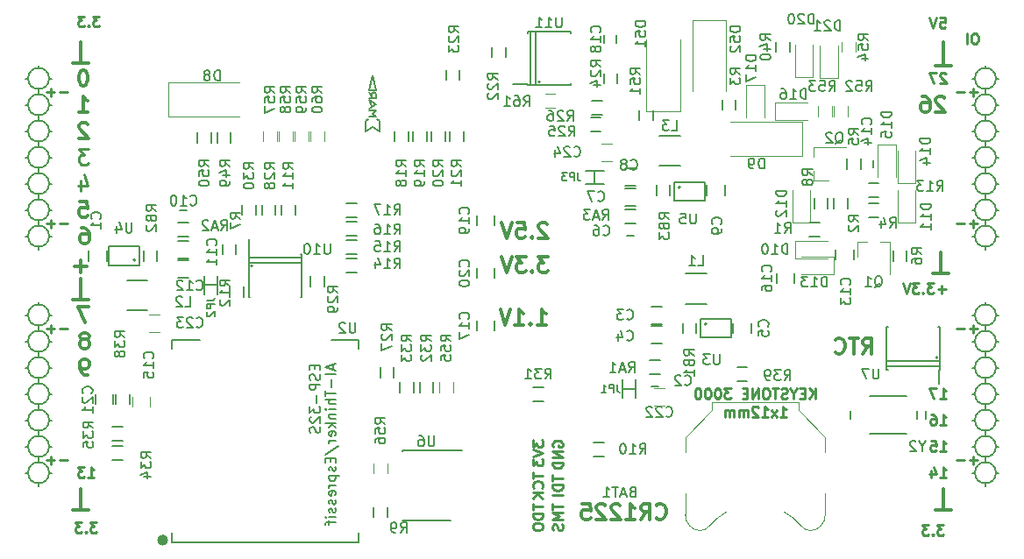
<source format=gbo>
G04 #@! TF.FileFunction,Legend,Bot*
%FSLAX46Y46*%
G04 Gerber Fmt 4.6, Leading zero omitted, Abs format (unit mm)*
G04 Created by KiCad (PCBNEW 4.0.7+dfsg1-1) date Fri Nov 17 22:58:38 2017*
%MOMM*%
%LPD*%
G01*
G04 APERTURE LIST*
%ADD10C,0.100000*%
%ADD11C,0.250000*%
%ADD12C,0.300000*%
%ADD13C,0.200000*%
%ADD14C,0.150000*%
%ADD15C,0.500000*%
%ADD16C,0.120000*%
%ADD17C,0.152400*%
G04 APERTURE END LIST*
D10*
D11*
X186032000Y-91971429D02*
X185270095Y-91971429D01*
X185651047Y-92352381D02*
X185651047Y-91590476D01*
X184793905Y-91971429D02*
X184032000Y-91971429D01*
X186032000Y-69111429D02*
X185270095Y-69111429D01*
X185651047Y-69492381D02*
X185651047Y-68730476D01*
X184793905Y-69111429D02*
X184032000Y-69111429D01*
X186032000Y-81811429D02*
X185270095Y-81811429D01*
X185651047Y-82192381D02*
X185651047Y-81430476D01*
X184793905Y-81811429D02*
X184032000Y-81811429D01*
X186032000Y-104671429D02*
X185270095Y-104671429D01*
X185651047Y-105052381D02*
X185651047Y-104290476D01*
X184793905Y-104671429D02*
X184032000Y-104671429D01*
X98148000Y-104671429D02*
X97386095Y-104671429D01*
X96909905Y-104671429D02*
X96148000Y-104671429D01*
X96528952Y-105052381D02*
X96528952Y-104290476D01*
X98148000Y-91971429D02*
X97386095Y-91971429D01*
X96909905Y-91971429D02*
X96148000Y-91971429D01*
X96528952Y-92352381D02*
X96528952Y-91590476D01*
X98148000Y-81811429D02*
X97386095Y-81811429D01*
X96909905Y-81811429D02*
X96148000Y-81811429D01*
X96528952Y-82192381D02*
X96528952Y-81430476D01*
X98148000Y-69111429D02*
X97386095Y-69111429D01*
X96909905Y-69111429D02*
X96148000Y-69111429D01*
X96528952Y-69492381D02*
X96528952Y-68730476D01*
X185873333Y-63412381D02*
X185682856Y-63412381D01*
X185587618Y-63460000D01*
X185492380Y-63555238D01*
X185444761Y-63745714D01*
X185444761Y-64079048D01*
X185492380Y-64269524D01*
X185587618Y-64364762D01*
X185682856Y-64412381D01*
X185873333Y-64412381D01*
X185968571Y-64364762D01*
X186063809Y-64269524D01*
X186111428Y-64079048D01*
X186111428Y-63745714D01*
X186063809Y-63555238D01*
X185968571Y-63460000D01*
X185873333Y-63412381D01*
X185016190Y-64412381D02*
X185016190Y-63412381D01*
D12*
X181984000Y-109426000D02*
X183508000Y-109426000D01*
X182746000Y-107394000D02*
X182746000Y-109426000D01*
D13*
X95370000Y-96726000D02*
X95370000Y-97234000D01*
X96386000Y-95710000D02*
X96640000Y-95710000D01*
X94354000Y-95710000D02*
X94100000Y-95710000D01*
X187826000Y-98250000D02*
X188080000Y-98250000D01*
X187826000Y-83010000D02*
X188080000Y-83010000D01*
X95370000Y-107140000D02*
X95370000Y-106886000D01*
X96386000Y-105870000D02*
X96640000Y-105870000D01*
X94354000Y-105870000D02*
X94100000Y-105870000D01*
X94354000Y-103330000D02*
X94100000Y-103330000D01*
X95370000Y-104346000D02*
X95370000Y-104854000D01*
X96386000Y-103330000D02*
X96640000Y-103330000D01*
X94354000Y-100790000D02*
X94100000Y-100790000D01*
X95370000Y-102314000D02*
X95370000Y-101806000D01*
X96386000Y-100790000D02*
X96640000Y-100790000D01*
X95370000Y-99266000D02*
X95370000Y-99774000D01*
X94354000Y-98250000D02*
X94100000Y-98250000D01*
X96386000Y-98250000D02*
X96640000Y-98250000D01*
X95370000Y-94186000D02*
X95370000Y-94694000D01*
X96386000Y-93170000D02*
X96640000Y-93170000D01*
X94354000Y-93170000D02*
X94100000Y-93170000D01*
X94354000Y-90630000D02*
X94100000Y-90630000D01*
X95370000Y-91646000D02*
X95370000Y-92154000D01*
X96640000Y-90630000D02*
X96386000Y-90630000D01*
X95370000Y-89360000D02*
X95370000Y-89614000D01*
X94354000Y-83010000D02*
X94100000Y-83010000D01*
X95370000Y-84280000D02*
X95370000Y-84026000D01*
X96386000Y-83010000D02*
X96640000Y-83010000D01*
X95370000Y-81486000D02*
X95370000Y-81994000D01*
X94354000Y-80470000D02*
X94100000Y-80470000D01*
X96640000Y-80470000D02*
X96386000Y-80470000D01*
X95370000Y-78946000D02*
X95370000Y-79454000D01*
X96386000Y-77930000D02*
X96640000Y-77930000D01*
X94354000Y-77930000D02*
X94100000Y-77930000D01*
X95370000Y-76406000D02*
X95370000Y-76914000D01*
X94354000Y-75390000D02*
X94100000Y-75390000D01*
X96386000Y-75390000D02*
X96640000Y-75390000D01*
X95370000Y-73866000D02*
X95370000Y-74374000D01*
X96386000Y-72850000D02*
X96640000Y-72850000D01*
X94100000Y-72850000D02*
X94354000Y-72850000D01*
X94354000Y-70310000D02*
X94100000Y-70310000D01*
X96640000Y-70310000D02*
X96386000Y-70310000D01*
X95370000Y-71326000D02*
X95370000Y-71834000D01*
X95370000Y-68786000D02*
X95370000Y-69294000D01*
X96386000Y-67770000D02*
X96640000Y-67770000D01*
X94354000Y-67770000D02*
X94100000Y-67770000D01*
X95370000Y-66500000D02*
X95370000Y-66754000D01*
X187826000Y-105870000D02*
X188080000Y-105870000D01*
X186810000Y-107140000D02*
X186810000Y-106886000D01*
X185540000Y-105870000D02*
X185794000Y-105870000D01*
X186810000Y-104346000D02*
X186810000Y-104854000D01*
X187826000Y-103330000D02*
X188080000Y-103330000D01*
X185540000Y-103330000D02*
X185794000Y-103330000D01*
X186810000Y-101806000D02*
X186810000Y-102314000D01*
X187826000Y-100790000D02*
X188080000Y-100790000D01*
X185540000Y-100790000D02*
X185794000Y-100790000D01*
X186810000Y-99266000D02*
X186810000Y-99774000D01*
X185540000Y-98250000D02*
X185794000Y-98250000D01*
X186810000Y-97234000D02*
X186810000Y-96726000D01*
X187826000Y-95710000D02*
X188080000Y-95710000D01*
X185540000Y-95710000D02*
X185794000Y-95710000D01*
X186810000Y-94694000D02*
X186810000Y-94186000D01*
X187826000Y-93170000D02*
X188080000Y-93170000D01*
X185540000Y-93170000D02*
X185794000Y-93170000D01*
X186810000Y-92154000D02*
X186810000Y-91646000D01*
X187826000Y-90630000D02*
X188080000Y-90630000D01*
X185540000Y-90630000D02*
X185794000Y-90630000D01*
X186810000Y-89360000D02*
X186810000Y-89614000D01*
X186810000Y-84280000D02*
X186810000Y-84026000D01*
X185540000Y-83010000D02*
X185794000Y-83010000D01*
X186810000Y-81994000D02*
X186810000Y-81486000D01*
X185794000Y-80470000D02*
X185540000Y-80470000D01*
X187826000Y-80470000D02*
X188080000Y-80470000D01*
X186810000Y-78946000D02*
X186810000Y-79454000D01*
X185794000Y-77930000D02*
X185540000Y-77930000D01*
X187826000Y-77930000D02*
X188080000Y-77930000D01*
X186810000Y-76406000D02*
X186810000Y-76914000D01*
X186810000Y-73866000D02*
X186810000Y-74374000D01*
X185794000Y-75390000D02*
X185540000Y-75390000D01*
X187826000Y-75390000D02*
X188080000Y-75390000D01*
X187826000Y-72850000D02*
X188080000Y-72850000D01*
X185540000Y-72850000D02*
X185794000Y-72850000D01*
X186810000Y-71834000D02*
X186810000Y-71326000D01*
X187826000Y-70310000D02*
X188080000Y-70310000D01*
X185540000Y-70310000D02*
X185794000Y-70310000D01*
X187826000Y-67770000D02*
X188080000Y-67770000D01*
X186810000Y-68786000D02*
X186810000Y-69294000D01*
X185540000Y-67770000D02*
X185794000Y-67770000D01*
X186810000Y-66500000D02*
X186810000Y-66754000D01*
X187826000Y-67770000D02*
G75*
G03X187826000Y-67770000I-1016000J0D01*
G01*
X187826000Y-70310000D02*
G75*
G03X187826000Y-70310000I-1016000J0D01*
G01*
X187826000Y-72850000D02*
G75*
G03X187826000Y-72850000I-1016000J0D01*
G01*
X187826000Y-75390000D02*
G75*
G03X187826000Y-75390000I-1016000J0D01*
G01*
X187826000Y-77930000D02*
G75*
G03X187826000Y-77930000I-1016000J0D01*
G01*
X187826000Y-80470000D02*
G75*
G03X187826000Y-80470000I-1016000J0D01*
G01*
X187826000Y-83010000D02*
G75*
G03X187826000Y-83010000I-1016000J0D01*
G01*
X187826000Y-90630000D02*
G75*
G03X187826000Y-90630000I-1016000J0D01*
G01*
X187826000Y-93170000D02*
G75*
G03X187826000Y-93170000I-1016000J0D01*
G01*
X187826000Y-95710000D02*
G75*
G03X187826000Y-95710000I-1016000J0D01*
G01*
X187826000Y-98250000D02*
G75*
G03X187826000Y-98250000I-1016000J0D01*
G01*
X187826000Y-100790000D02*
G75*
G03X187826000Y-100790000I-1016000J0D01*
G01*
X187826000Y-103330000D02*
G75*
G03X187826000Y-103330000I-1016000J0D01*
G01*
X187826000Y-105870000D02*
G75*
G03X187826000Y-105870000I-1016000J0D01*
G01*
X96386000Y-105870000D02*
G75*
G03X96386000Y-105870000I-1016000J0D01*
G01*
X96386000Y-103330000D02*
G75*
G03X96386000Y-103330000I-1016000J0D01*
G01*
X96386000Y-100790000D02*
G75*
G03X96386000Y-100790000I-1016000J0D01*
G01*
X96386000Y-98250000D02*
G75*
G03X96386000Y-98250000I-1016000J0D01*
G01*
X96386000Y-95710000D02*
G75*
G03X96386000Y-95710000I-1016000J0D01*
G01*
X96386000Y-93170000D02*
G75*
G03X96386000Y-93170000I-1016000J0D01*
G01*
X96386000Y-90630000D02*
G75*
G03X96386000Y-90630000I-1016000J0D01*
G01*
X96386000Y-83010000D02*
G75*
G03X96386000Y-83010000I-1016000J0D01*
G01*
X96386000Y-80470000D02*
G75*
G03X96386000Y-80470000I-1016000J0D01*
G01*
X96386000Y-77930000D02*
G75*
G03X96386000Y-77930000I-1016000J0D01*
G01*
X96386000Y-75390000D02*
G75*
G03X96386000Y-75390000I-1016000J0D01*
G01*
X96386000Y-72850000D02*
G75*
G03X96386000Y-72850000I-1016000J0D01*
G01*
X96386000Y-70310000D02*
G75*
G03X96386000Y-70310000I-1016000J0D01*
G01*
X96386000Y-67770000D02*
G75*
G03X96386000Y-67770000I-1016000J0D01*
G01*
D11*
X182428476Y-61888381D02*
X182904667Y-61888381D01*
X182952286Y-62364571D01*
X182904667Y-62316952D01*
X182809429Y-62269333D01*
X182571333Y-62269333D01*
X182476095Y-62316952D01*
X182428476Y-62364571D01*
X182380857Y-62459810D01*
X182380857Y-62697905D01*
X182428476Y-62793143D01*
X182476095Y-62840762D01*
X182571333Y-62888381D01*
X182809429Y-62888381D01*
X182904667Y-62840762D01*
X182952286Y-62793143D01*
X182095143Y-61888381D02*
X181761810Y-62888381D01*
X181428476Y-61888381D01*
D12*
X181984000Y-66500000D02*
X183508000Y-66500000D01*
X182746000Y-64214000D02*
X182746000Y-66500000D01*
D11*
X182999905Y-67317619D02*
X182952286Y-67270000D01*
X182857048Y-67222381D01*
X182618952Y-67222381D01*
X182523714Y-67270000D01*
X182476095Y-67317619D01*
X182428476Y-67412857D01*
X182428476Y-67508095D01*
X182476095Y-67650952D01*
X183047524Y-68222381D01*
X182428476Y-68222381D01*
X182095143Y-67222381D02*
X181428476Y-67222381D01*
X181857048Y-68222381D01*
D12*
X182872857Y-69631429D02*
X182801428Y-69560000D01*
X182658571Y-69488571D01*
X182301428Y-69488571D01*
X182158571Y-69560000D01*
X182087142Y-69631429D01*
X182015714Y-69774286D01*
X182015714Y-69917143D01*
X182087142Y-70131429D01*
X182944285Y-70988571D01*
X182015714Y-70988571D01*
X180730000Y-69488571D02*
X181015714Y-69488571D01*
X181158571Y-69560000D01*
X181230000Y-69631429D01*
X181372857Y-69845714D01*
X181444286Y-70131429D01*
X181444286Y-70702857D01*
X181372857Y-70845714D01*
X181301429Y-70917143D01*
X181158571Y-70988571D01*
X180872857Y-70988571D01*
X180730000Y-70917143D01*
X180658571Y-70845714D01*
X180587143Y-70702857D01*
X180587143Y-70345714D01*
X180658571Y-70202857D01*
X180730000Y-70131429D01*
X180872857Y-70060000D01*
X181158571Y-70060000D01*
X181301429Y-70131429D01*
X181372857Y-70202857D01*
X181444286Y-70345714D01*
X181730000Y-86566000D02*
X183254000Y-86566000D01*
X182492000Y-84534000D02*
X182492000Y-86566000D01*
D11*
X182968000Y-88161429D02*
X182206095Y-88161429D01*
X182587047Y-88542381D02*
X182587047Y-87780476D01*
X181825143Y-87542381D02*
X181206095Y-87542381D01*
X181539429Y-87923333D01*
X181396571Y-87923333D01*
X181301333Y-87970952D01*
X181253714Y-88018571D01*
X181206095Y-88113810D01*
X181206095Y-88351905D01*
X181253714Y-88447143D01*
X181301333Y-88494762D01*
X181396571Y-88542381D01*
X181682286Y-88542381D01*
X181777524Y-88494762D01*
X181825143Y-88447143D01*
X180777524Y-88447143D02*
X180729905Y-88494762D01*
X180777524Y-88542381D01*
X180825143Y-88494762D01*
X180777524Y-88447143D01*
X180777524Y-88542381D01*
X180396572Y-87542381D02*
X179777524Y-87542381D01*
X180110858Y-87923333D01*
X179968000Y-87923333D01*
X179872762Y-87970952D01*
X179825143Y-88018571D01*
X179777524Y-88113810D01*
X179777524Y-88351905D01*
X179825143Y-88447143D01*
X179872762Y-88494762D01*
X179968000Y-88542381D01*
X180253715Y-88542381D01*
X180348953Y-88494762D01*
X180396572Y-88447143D01*
X179491810Y-87542381D02*
X179158477Y-88542381D01*
X178825143Y-87542381D01*
X182428476Y-98702381D02*
X182999905Y-98702381D01*
X182714191Y-98702381D02*
X182714191Y-97702381D01*
X182809429Y-97845238D01*
X182904667Y-97940476D01*
X182999905Y-97988095D01*
X182095143Y-97702381D02*
X181428476Y-97702381D01*
X181857048Y-98702381D01*
X182428476Y-101242381D02*
X182999905Y-101242381D01*
X182714191Y-101242381D02*
X182714191Y-100242381D01*
X182809429Y-100385238D01*
X182904667Y-100480476D01*
X182999905Y-100528095D01*
X181571333Y-100242381D02*
X181761810Y-100242381D01*
X181857048Y-100290000D01*
X181904667Y-100337619D01*
X181999905Y-100480476D01*
X182047524Y-100670952D01*
X182047524Y-101051905D01*
X181999905Y-101147143D01*
X181952286Y-101194762D01*
X181857048Y-101242381D01*
X181666571Y-101242381D01*
X181571333Y-101194762D01*
X181523714Y-101147143D01*
X181476095Y-101051905D01*
X181476095Y-100813810D01*
X181523714Y-100718571D01*
X181571333Y-100670952D01*
X181666571Y-100623333D01*
X181857048Y-100623333D01*
X181952286Y-100670952D01*
X181999905Y-100718571D01*
X182047524Y-100813810D01*
X182428476Y-103782381D02*
X182999905Y-103782381D01*
X182714191Y-103782381D02*
X182714191Y-102782381D01*
X182809429Y-102925238D01*
X182904667Y-103020476D01*
X182999905Y-103068095D01*
X181523714Y-102782381D02*
X181999905Y-102782381D01*
X182047524Y-103258571D01*
X181999905Y-103210952D01*
X181904667Y-103163333D01*
X181666571Y-103163333D01*
X181571333Y-103210952D01*
X181523714Y-103258571D01*
X181476095Y-103353810D01*
X181476095Y-103591905D01*
X181523714Y-103687143D01*
X181571333Y-103734762D01*
X181666571Y-103782381D01*
X181904667Y-103782381D01*
X181999905Y-103734762D01*
X182047524Y-103687143D01*
X182428476Y-106322381D02*
X182999905Y-106322381D01*
X182714191Y-106322381D02*
X182714191Y-105322381D01*
X182809429Y-105465238D01*
X182904667Y-105560476D01*
X182999905Y-105608095D01*
X181571333Y-105655714D02*
X181571333Y-106322381D01*
X181809429Y-105274762D02*
X182047524Y-105989048D01*
X181428476Y-105989048D01*
X182777619Y-110910381D02*
X182158571Y-110910381D01*
X182491905Y-111291333D01*
X182349047Y-111291333D01*
X182253809Y-111338952D01*
X182206190Y-111386571D01*
X182158571Y-111481810D01*
X182158571Y-111719905D01*
X182206190Y-111815143D01*
X182253809Y-111862762D01*
X182349047Y-111910381D01*
X182634762Y-111910381D01*
X182730000Y-111862762D01*
X182777619Y-111815143D01*
X181730000Y-111815143D02*
X181682381Y-111862762D01*
X181730000Y-111910381D01*
X181777619Y-111862762D01*
X181730000Y-111815143D01*
X181730000Y-111910381D01*
X181349048Y-110910381D02*
X180730000Y-110910381D01*
X181063334Y-111291333D01*
X180920476Y-111291333D01*
X180825238Y-111338952D01*
X180777619Y-111386571D01*
X180730000Y-111481810D01*
X180730000Y-111719905D01*
X180777619Y-111815143D01*
X180825238Y-111862762D01*
X180920476Y-111910381D01*
X181206191Y-111910381D01*
X181301429Y-111862762D01*
X181349048Y-111815143D01*
D12*
X100196000Y-109426000D02*
X98672000Y-109426000D01*
X99434000Y-107394000D02*
X99434000Y-109426000D01*
X98672000Y-89106000D02*
X100196000Y-89106000D01*
X99434000Y-87074000D02*
X99434000Y-89106000D01*
X98672000Y-66246000D02*
X100196000Y-66246000D01*
X99434000Y-64214000D02*
X99434000Y-66246000D01*
D11*
X100989619Y-110656381D02*
X100370571Y-110656381D01*
X100703905Y-111037333D01*
X100561047Y-111037333D01*
X100465809Y-111084952D01*
X100418190Y-111132571D01*
X100370571Y-111227810D01*
X100370571Y-111465905D01*
X100418190Y-111561143D01*
X100465809Y-111608762D01*
X100561047Y-111656381D01*
X100846762Y-111656381D01*
X100942000Y-111608762D01*
X100989619Y-111561143D01*
X99942000Y-111561143D02*
X99894381Y-111608762D01*
X99942000Y-111656381D01*
X99989619Y-111608762D01*
X99942000Y-111561143D01*
X99942000Y-111656381D01*
X99561048Y-110656381D02*
X98942000Y-110656381D01*
X99275334Y-111037333D01*
X99132476Y-111037333D01*
X99037238Y-111084952D01*
X98989619Y-111132571D01*
X98942000Y-111227810D01*
X98942000Y-111465905D01*
X98989619Y-111561143D01*
X99037238Y-111608762D01*
X99132476Y-111656381D01*
X99418191Y-111656381D01*
X99513429Y-111608762D01*
X99561048Y-111561143D01*
X100132476Y-106322381D02*
X100703905Y-106322381D01*
X100418191Y-106322381D02*
X100418191Y-105322381D01*
X100513429Y-105465238D01*
X100608667Y-105560476D01*
X100703905Y-105608095D01*
X99799143Y-105322381D02*
X99180095Y-105322381D01*
X99513429Y-105703333D01*
X99370571Y-105703333D01*
X99275333Y-105750952D01*
X99227714Y-105798571D01*
X99180095Y-105893810D01*
X99180095Y-106131905D01*
X99227714Y-106227143D01*
X99275333Y-106274762D01*
X99370571Y-106322381D01*
X99656286Y-106322381D01*
X99751524Y-106274762D01*
X99799143Y-106227143D01*
D12*
X100100714Y-96388571D02*
X99814999Y-96388571D01*
X99672142Y-96317143D01*
X99600714Y-96245714D01*
X99457856Y-96031429D01*
X99386428Y-95745714D01*
X99386428Y-95174286D01*
X99457856Y-95031429D01*
X99529285Y-94960000D01*
X99672142Y-94888571D01*
X99957856Y-94888571D01*
X100100714Y-94960000D01*
X100172142Y-95031429D01*
X100243571Y-95174286D01*
X100243571Y-95531429D01*
X100172142Y-95674286D01*
X100100714Y-95745714D01*
X99957856Y-95817143D01*
X99672142Y-95817143D01*
X99529285Y-95745714D01*
X99457856Y-95674286D01*
X99386428Y-95531429D01*
X99957856Y-92991429D02*
X100100714Y-92920000D01*
X100172142Y-92848571D01*
X100243571Y-92705714D01*
X100243571Y-92634286D01*
X100172142Y-92491429D01*
X100100714Y-92420000D01*
X99957856Y-92348571D01*
X99672142Y-92348571D01*
X99529285Y-92420000D01*
X99457856Y-92491429D01*
X99386428Y-92634286D01*
X99386428Y-92705714D01*
X99457856Y-92848571D01*
X99529285Y-92920000D01*
X99672142Y-92991429D01*
X99957856Y-92991429D01*
X100100714Y-93062857D01*
X100172142Y-93134286D01*
X100243571Y-93277143D01*
X100243571Y-93562857D01*
X100172142Y-93705714D01*
X100100714Y-93777143D01*
X99957856Y-93848571D01*
X99672142Y-93848571D01*
X99529285Y-93777143D01*
X99457856Y-93705714D01*
X99386428Y-93562857D01*
X99386428Y-93277143D01*
X99457856Y-93134286D01*
X99529285Y-93062857D01*
X99672142Y-92991429D01*
X100187999Y-89808571D02*
X99187999Y-89808571D01*
X99830856Y-91308571D01*
X100005428Y-85911143D02*
X98862571Y-85911143D01*
X99434000Y-86482571D02*
X99434000Y-85339714D01*
X99529285Y-82188571D02*
X99814999Y-82188571D01*
X99957856Y-82260000D01*
X100029285Y-82331429D01*
X100172142Y-82545714D01*
X100243571Y-82831429D01*
X100243571Y-83402857D01*
X100172142Y-83545714D01*
X100100714Y-83617143D01*
X99957856Y-83688571D01*
X99672142Y-83688571D01*
X99529285Y-83617143D01*
X99457856Y-83545714D01*
X99386428Y-83402857D01*
X99386428Y-83045714D01*
X99457856Y-82902857D01*
X99529285Y-82831429D01*
X99672142Y-82760000D01*
X99957856Y-82760000D01*
X100100714Y-82831429D01*
X100172142Y-82902857D01*
X100243571Y-83045714D01*
X99330856Y-79648571D02*
X100045142Y-79648571D01*
X100116571Y-80362857D01*
X100045142Y-80291429D01*
X99902285Y-80220000D01*
X99545142Y-80220000D01*
X99402285Y-80291429D01*
X99330856Y-80362857D01*
X99259428Y-80505714D01*
X99259428Y-80862857D01*
X99330856Y-81005714D01*
X99402285Y-81077143D01*
X99545142Y-81148571D01*
X99902285Y-81148571D01*
X100045142Y-81077143D01*
X100116571Y-81005714D01*
D11*
X99402285Y-77608571D02*
X99402285Y-78608571D01*
X99759428Y-77037143D02*
X100116571Y-78108571D01*
X99187999Y-78108571D01*
X100187999Y-74568571D02*
X99259428Y-74568571D01*
X99759428Y-75140000D01*
X99545142Y-75140000D01*
X99402285Y-75211429D01*
X99330856Y-75282857D01*
X99259428Y-75425714D01*
X99259428Y-75782857D01*
X99330856Y-75925714D01*
X99402285Y-75997143D01*
X99545142Y-76068571D01*
X99973714Y-76068571D01*
X100116571Y-75997143D01*
X100187999Y-75925714D01*
D12*
X100116571Y-72171429D02*
X100045142Y-72100000D01*
X99902285Y-72028571D01*
X99545142Y-72028571D01*
X99402285Y-72100000D01*
X99330856Y-72171429D01*
X99259428Y-72314286D01*
X99259428Y-72457143D01*
X99330856Y-72671429D01*
X100187999Y-73528571D01*
X99259428Y-73528571D01*
X99259428Y-70988571D02*
X100116571Y-70988571D01*
X99687999Y-70988571D02*
X99687999Y-69488571D01*
X99830856Y-69702857D01*
X99973714Y-69845714D01*
X100116571Y-69917143D01*
X99759428Y-66948571D02*
X99616571Y-66948571D01*
X99473714Y-67020000D01*
X99402285Y-67091429D01*
X99330856Y-67234286D01*
X99259428Y-67520000D01*
X99259428Y-67877143D01*
X99330856Y-68162857D01*
X99402285Y-68305714D01*
X99473714Y-68377143D01*
X99616571Y-68448571D01*
X99759428Y-68448571D01*
X99902285Y-68377143D01*
X99973714Y-68305714D01*
X100045142Y-68162857D01*
X100116571Y-67877143D01*
X100116571Y-67520000D01*
X100045142Y-67234286D01*
X99973714Y-67091429D01*
X99902285Y-67020000D01*
X99759428Y-66948571D01*
D11*
X101243619Y-61761381D02*
X100624571Y-61761381D01*
X100957905Y-62142333D01*
X100815047Y-62142333D01*
X100719809Y-62189952D01*
X100672190Y-62237571D01*
X100624571Y-62332810D01*
X100624571Y-62570905D01*
X100672190Y-62666143D01*
X100719809Y-62713762D01*
X100815047Y-62761381D01*
X101100762Y-62761381D01*
X101196000Y-62713762D01*
X101243619Y-62666143D01*
X100196000Y-62666143D02*
X100148381Y-62713762D01*
X100196000Y-62761381D01*
X100243619Y-62713762D01*
X100196000Y-62666143D01*
X100196000Y-62761381D01*
X99815048Y-61761381D02*
X99196000Y-61761381D01*
X99529334Y-62142333D01*
X99386476Y-62142333D01*
X99291238Y-62189952D01*
X99243619Y-62237571D01*
X99196000Y-62332810D01*
X99196000Y-62570905D01*
X99243619Y-62666143D01*
X99291238Y-62713762D01*
X99386476Y-62761381D01*
X99672191Y-62761381D01*
X99767429Y-62713762D01*
X99815048Y-62666143D01*
X170370715Y-98716381D02*
X170370715Y-97716381D01*
X169799286Y-98716381D02*
X170227858Y-98144952D01*
X169799286Y-97716381D02*
X170370715Y-98287810D01*
X169370715Y-98192571D02*
X169037381Y-98192571D01*
X168894524Y-98716381D02*
X169370715Y-98716381D01*
X169370715Y-97716381D01*
X168894524Y-97716381D01*
X168275477Y-98240190D02*
X168275477Y-98716381D01*
X168608810Y-97716381D02*
X168275477Y-98240190D01*
X167942143Y-97716381D01*
X167656429Y-98668762D02*
X167513572Y-98716381D01*
X167275476Y-98716381D01*
X167180238Y-98668762D01*
X167132619Y-98621143D01*
X167085000Y-98525905D01*
X167085000Y-98430667D01*
X167132619Y-98335429D01*
X167180238Y-98287810D01*
X167275476Y-98240190D01*
X167465953Y-98192571D01*
X167561191Y-98144952D01*
X167608810Y-98097333D01*
X167656429Y-98002095D01*
X167656429Y-97906857D01*
X167608810Y-97811619D01*
X167561191Y-97764000D01*
X167465953Y-97716381D01*
X167227857Y-97716381D01*
X167085000Y-97764000D01*
X166799286Y-97716381D02*
X166227857Y-97716381D01*
X166513572Y-98716381D02*
X166513572Y-97716381D01*
X165704048Y-97716381D02*
X165513571Y-97716381D01*
X165418333Y-97764000D01*
X165323095Y-97859238D01*
X165275476Y-98049714D01*
X165275476Y-98383048D01*
X165323095Y-98573524D01*
X165418333Y-98668762D01*
X165513571Y-98716381D01*
X165704048Y-98716381D01*
X165799286Y-98668762D01*
X165894524Y-98573524D01*
X165942143Y-98383048D01*
X165942143Y-98049714D01*
X165894524Y-97859238D01*
X165799286Y-97764000D01*
X165704048Y-97716381D01*
X164846905Y-98716381D02*
X164846905Y-97716381D01*
X164275476Y-98716381D01*
X164275476Y-97716381D01*
X163799286Y-98192571D02*
X163465952Y-98192571D01*
X163323095Y-98716381D02*
X163799286Y-98716381D01*
X163799286Y-97716381D01*
X163323095Y-97716381D01*
X162227857Y-97716381D02*
X161608809Y-97716381D01*
X161942143Y-98097333D01*
X161799285Y-98097333D01*
X161704047Y-98144952D01*
X161656428Y-98192571D01*
X161608809Y-98287810D01*
X161608809Y-98525905D01*
X161656428Y-98621143D01*
X161704047Y-98668762D01*
X161799285Y-98716381D01*
X162085000Y-98716381D01*
X162180238Y-98668762D01*
X162227857Y-98621143D01*
X160989762Y-97716381D02*
X160894523Y-97716381D01*
X160799285Y-97764000D01*
X160751666Y-97811619D01*
X160704047Y-97906857D01*
X160656428Y-98097333D01*
X160656428Y-98335429D01*
X160704047Y-98525905D01*
X160751666Y-98621143D01*
X160799285Y-98668762D01*
X160894523Y-98716381D01*
X160989762Y-98716381D01*
X161085000Y-98668762D01*
X161132619Y-98621143D01*
X161180238Y-98525905D01*
X161227857Y-98335429D01*
X161227857Y-98097333D01*
X161180238Y-97906857D01*
X161132619Y-97811619D01*
X161085000Y-97764000D01*
X160989762Y-97716381D01*
X160037381Y-97716381D02*
X159942142Y-97716381D01*
X159846904Y-97764000D01*
X159799285Y-97811619D01*
X159751666Y-97906857D01*
X159704047Y-98097333D01*
X159704047Y-98335429D01*
X159751666Y-98525905D01*
X159799285Y-98621143D01*
X159846904Y-98668762D01*
X159942142Y-98716381D01*
X160037381Y-98716381D01*
X160132619Y-98668762D01*
X160180238Y-98621143D01*
X160227857Y-98525905D01*
X160275476Y-98335429D01*
X160275476Y-98097333D01*
X160227857Y-97906857D01*
X160180238Y-97811619D01*
X160132619Y-97764000D01*
X160037381Y-97716381D01*
X159085000Y-97716381D02*
X158989761Y-97716381D01*
X158894523Y-97764000D01*
X158846904Y-97811619D01*
X158799285Y-97906857D01*
X158751666Y-98097333D01*
X158751666Y-98335429D01*
X158799285Y-98525905D01*
X158846904Y-98621143D01*
X158894523Y-98668762D01*
X158989761Y-98716381D01*
X159085000Y-98716381D01*
X159180238Y-98668762D01*
X159227857Y-98621143D01*
X159275476Y-98525905D01*
X159323095Y-98335429D01*
X159323095Y-98097333D01*
X159275476Y-97906857D01*
X159227857Y-97811619D01*
X159180238Y-97764000D01*
X159085000Y-97716381D01*
X166989761Y-100466381D02*
X167561190Y-100466381D01*
X167275476Y-100466381D02*
X167275476Y-99466381D01*
X167370714Y-99609238D01*
X167465952Y-99704476D01*
X167561190Y-99752095D01*
X166656428Y-100466381D02*
X166132618Y-99799714D01*
X166656428Y-99799714D02*
X166132618Y-100466381D01*
X165227856Y-100466381D02*
X165799285Y-100466381D01*
X165513571Y-100466381D02*
X165513571Y-99466381D01*
X165608809Y-99609238D01*
X165704047Y-99704476D01*
X165799285Y-99752095D01*
X164846904Y-99561619D02*
X164799285Y-99514000D01*
X164704047Y-99466381D01*
X164465951Y-99466381D01*
X164370713Y-99514000D01*
X164323094Y-99561619D01*
X164275475Y-99656857D01*
X164275475Y-99752095D01*
X164323094Y-99894952D01*
X164894523Y-100466381D01*
X164275475Y-100466381D01*
X163846904Y-100466381D02*
X163846904Y-99799714D01*
X163846904Y-99894952D02*
X163799285Y-99847333D01*
X163704047Y-99799714D01*
X163561189Y-99799714D01*
X163465951Y-99847333D01*
X163418332Y-99942571D01*
X163418332Y-100466381D01*
X163418332Y-99942571D02*
X163370713Y-99847333D01*
X163275475Y-99799714D01*
X163132618Y-99799714D01*
X163037380Y-99847333D01*
X162989761Y-99942571D01*
X162989761Y-100466381D01*
X162513571Y-100466381D02*
X162513571Y-99799714D01*
X162513571Y-99894952D02*
X162465952Y-99847333D01*
X162370714Y-99799714D01*
X162227856Y-99799714D01*
X162132618Y-99847333D01*
X162084999Y-99942571D01*
X162084999Y-100466381D01*
X162084999Y-99942571D02*
X162037380Y-99847333D01*
X161942142Y-99799714D01*
X161799285Y-99799714D01*
X161704047Y-99847333D01*
X161656428Y-99942571D01*
X161656428Y-100466381D01*
D12*
X155027856Y-110215714D02*
X155099285Y-110287143D01*
X155313571Y-110358571D01*
X155456428Y-110358571D01*
X155670713Y-110287143D01*
X155813571Y-110144286D01*
X155884999Y-110001429D01*
X155956428Y-109715714D01*
X155956428Y-109501429D01*
X155884999Y-109215714D01*
X155813571Y-109072857D01*
X155670713Y-108930000D01*
X155456428Y-108858571D01*
X155313571Y-108858571D01*
X155099285Y-108930000D01*
X155027856Y-109001429D01*
X153527856Y-110358571D02*
X154027856Y-109644286D01*
X154384999Y-110358571D02*
X154384999Y-108858571D01*
X153813571Y-108858571D01*
X153670713Y-108930000D01*
X153599285Y-109001429D01*
X153527856Y-109144286D01*
X153527856Y-109358571D01*
X153599285Y-109501429D01*
X153670713Y-109572857D01*
X153813571Y-109644286D01*
X154384999Y-109644286D01*
X152099285Y-110358571D02*
X152956428Y-110358571D01*
X152527856Y-110358571D02*
X152527856Y-108858571D01*
X152670713Y-109072857D01*
X152813571Y-109215714D01*
X152956428Y-109287143D01*
X151527857Y-109001429D02*
X151456428Y-108930000D01*
X151313571Y-108858571D01*
X150956428Y-108858571D01*
X150813571Y-108930000D01*
X150742142Y-109001429D01*
X150670714Y-109144286D01*
X150670714Y-109287143D01*
X150742142Y-109501429D01*
X151599285Y-110358571D01*
X150670714Y-110358571D01*
X150099286Y-109001429D02*
X150027857Y-108930000D01*
X149885000Y-108858571D01*
X149527857Y-108858571D01*
X149385000Y-108930000D01*
X149313571Y-109001429D01*
X149242143Y-109144286D01*
X149242143Y-109287143D01*
X149313571Y-109501429D01*
X150170714Y-110358571D01*
X149242143Y-110358571D01*
X147885000Y-108858571D02*
X148599286Y-108858571D01*
X148670715Y-109572857D01*
X148599286Y-109501429D01*
X148456429Y-109430000D01*
X148099286Y-109430000D01*
X147956429Y-109501429D01*
X147885000Y-109572857D01*
X147813572Y-109715714D01*
X147813572Y-110072857D01*
X147885000Y-110215714D01*
X147956429Y-110287143D01*
X148099286Y-110358571D01*
X148456429Y-110358571D01*
X148599286Y-110287143D01*
X148670715Y-110215714D01*
X144502857Y-81823429D02*
X144431428Y-81752000D01*
X144288571Y-81680571D01*
X143931428Y-81680571D01*
X143788571Y-81752000D01*
X143717142Y-81823429D01*
X143645714Y-81966286D01*
X143645714Y-82109143D01*
X143717142Y-82323429D01*
X144574285Y-83180571D01*
X143645714Y-83180571D01*
X143002857Y-83037714D02*
X142931429Y-83109143D01*
X143002857Y-83180571D01*
X143074286Y-83109143D01*
X143002857Y-83037714D01*
X143002857Y-83180571D01*
X141574285Y-81680571D02*
X142288571Y-81680571D01*
X142360000Y-82394857D01*
X142288571Y-82323429D01*
X142145714Y-82252000D01*
X141788571Y-82252000D01*
X141645714Y-82323429D01*
X141574285Y-82394857D01*
X141502857Y-82537714D01*
X141502857Y-82894857D01*
X141574285Y-83037714D01*
X141645714Y-83109143D01*
X141788571Y-83180571D01*
X142145714Y-83180571D01*
X142288571Y-83109143D01*
X142360000Y-83037714D01*
X141074286Y-81680571D02*
X140574286Y-83180571D01*
X140074286Y-81680571D01*
X144574285Y-84982571D02*
X143645714Y-84982571D01*
X144145714Y-85554000D01*
X143931428Y-85554000D01*
X143788571Y-85625429D01*
X143717142Y-85696857D01*
X143645714Y-85839714D01*
X143645714Y-86196857D01*
X143717142Y-86339714D01*
X143788571Y-86411143D01*
X143931428Y-86482571D01*
X144360000Y-86482571D01*
X144502857Y-86411143D01*
X144574285Y-86339714D01*
X143002857Y-86339714D02*
X142931429Y-86411143D01*
X143002857Y-86482571D01*
X143074286Y-86411143D01*
X143002857Y-86339714D01*
X143002857Y-86482571D01*
X142431428Y-84982571D02*
X141502857Y-84982571D01*
X142002857Y-85554000D01*
X141788571Y-85554000D01*
X141645714Y-85625429D01*
X141574285Y-85696857D01*
X141502857Y-85839714D01*
X141502857Y-86196857D01*
X141574285Y-86339714D01*
X141645714Y-86411143D01*
X141788571Y-86482571D01*
X142217143Y-86482571D01*
X142360000Y-86411143D01*
X142431428Y-86339714D01*
X141074286Y-84982571D02*
X140574286Y-86482571D01*
X140074286Y-84982571D01*
X143518714Y-91562571D02*
X144375857Y-91562571D01*
X143947285Y-91562571D02*
X143947285Y-90062571D01*
X144090142Y-90276857D01*
X144233000Y-90419714D01*
X144375857Y-90491143D01*
X142875857Y-91419714D02*
X142804429Y-91491143D01*
X142875857Y-91562571D01*
X142947286Y-91491143D01*
X142875857Y-91419714D01*
X142875857Y-91562571D01*
X141375857Y-91562571D02*
X142233000Y-91562571D01*
X141804428Y-91562571D02*
X141804428Y-90062571D01*
X141947285Y-90276857D01*
X142090143Y-90419714D01*
X142233000Y-90491143D01*
X140947286Y-90062571D02*
X140447286Y-91562571D01*
X139947286Y-90062571D01*
D11*
X143082381Y-105854286D02*
X143082381Y-106425715D01*
X144082381Y-106140000D02*
X143082381Y-106140000D01*
X143987143Y-107330477D02*
X144034762Y-107282858D01*
X144082381Y-107140001D01*
X144082381Y-107044763D01*
X144034762Y-106901905D01*
X143939524Y-106806667D01*
X143844286Y-106759048D01*
X143653810Y-106711429D01*
X143510952Y-106711429D01*
X143320476Y-106759048D01*
X143225238Y-106806667D01*
X143130000Y-106901905D01*
X143082381Y-107044763D01*
X143082381Y-107140001D01*
X143130000Y-107282858D01*
X143177619Y-107330477D01*
X144082381Y-107759048D02*
X143082381Y-107759048D01*
X144082381Y-108330477D02*
X143510952Y-107901905D01*
X143082381Y-108330477D02*
X143653810Y-107759048D01*
X143082381Y-102726905D02*
X143082381Y-103345953D01*
X143463333Y-103012619D01*
X143463333Y-103155477D01*
X143510952Y-103250715D01*
X143558571Y-103298334D01*
X143653810Y-103345953D01*
X143891905Y-103345953D01*
X143987143Y-103298334D01*
X144034762Y-103250715D01*
X144082381Y-103155477D01*
X144082381Y-102869762D01*
X144034762Y-102774524D01*
X143987143Y-102726905D01*
X143082381Y-103631667D02*
X144082381Y-103965000D01*
X143082381Y-104298334D01*
X143082381Y-104536429D02*
X143082381Y-105155477D01*
X143463333Y-104822143D01*
X143463333Y-104965001D01*
X143510952Y-105060239D01*
X143558571Y-105107858D01*
X143653810Y-105155477D01*
X143891905Y-105155477D01*
X143987143Y-105107858D01*
X144034762Y-105060239D01*
X144082381Y-104965001D01*
X144082381Y-104679286D01*
X144034762Y-104584048D01*
X143987143Y-104536429D01*
X143082381Y-108878476D02*
X143082381Y-109449905D01*
X144082381Y-109164190D02*
X143082381Y-109164190D01*
X144082381Y-109783238D02*
X143082381Y-109783238D01*
X143082381Y-110021333D01*
X143130000Y-110164191D01*
X143225238Y-110259429D01*
X143320476Y-110307048D01*
X143510952Y-110354667D01*
X143653810Y-110354667D01*
X143844286Y-110307048D01*
X143939524Y-110259429D01*
X144034762Y-110164191D01*
X144082381Y-110021333D01*
X144082381Y-109783238D01*
X143082381Y-110973714D02*
X143082381Y-111164191D01*
X143130000Y-111259429D01*
X143225238Y-111354667D01*
X143415714Y-111402286D01*
X143749048Y-111402286D01*
X143939524Y-111354667D01*
X144034762Y-111259429D01*
X144082381Y-111164191D01*
X144082381Y-110973714D01*
X144034762Y-110878476D01*
X143939524Y-110783238D01*
X143749048Y-110735619D01*
X143415714Y-110735619D01*
X143225238Y-110783238D01*
X143130000Y-110878476D01*
X143082381Y-110973714D01*
X145035000Y-103330096D02*
X144987381Y-103234858D01*
X144987381Y-103092001D01*
X145035000Y-102949143D01*
X145130238Y-102853905D01*
X145225476Y-102806286D01*
X145415952Y-102758667D01*
X145558810Y-102758667D01*
X145749286Y-102806286D01*
X145844524Y-102853905D01*
X145939762Y-102949143D01*
X145987381Y-103092001D01*
X145987381Y-103187239D01*
X145939762Y-103330096D01*
X145892143Y-103377715D01*
X145558810Y-103377715D01*
X145558810Y-103187239D01*
X145987381Y-103806286D02*
X144987381Y-103806286D01*
X145987381Y-104377715D01*
X144987381Y-104377715D01*
X145987381Y-104853905D02*
X144987381Y-104853905D01*
X144987381Y-105092000D01*
X145035000Y-105234858D01*
X145130238Y-105330096D01*
X145225476Y-105377715D01*
X145415952Y-105425334D01*
X145558810Y-105425334D01*
X145749286Y-105377715D01*
X145844524Y-105330096D01*
X145939762Y-105234858D01*
X145987381Y-105092000D01*
X145987381Y-104853905D01*
X144987381Y-106116191D02*
X144987381Y-106687620D01*
X145987381Y-106401905D02*
X144987381Y-106401905D01*
X145987381Y-107020953D02*
X144987381Y-107020953D01*
X144987381Y-107259048D01*
X145035000Y-107401906D01*
X145130238Y-107497144D01*
X145225476Y-107544763D01*
X145415952Y-107592382D01*
X145558810Y-107592382D01*
X145749286Y-107544763D01*
X145844524Y-107497144D01*
X145939762Y-107401906D01*
X145987381Y-107259048D01*
X145987381Y-107020953D01*
X145987381Y-108020953D02*
X144987381Y-108020953D01*
X144987381Y-108854667D02*
X144987381Y-109426096D01*
X145987381Y-109140381D02*
X144987381Y-109140381D01*
X145987381Y-109759429D02*
X144987381Y-109759429D01*
X145701667Y-110092763D01*
X144987381Y-110426096D01*
X145987381Y-110426096D01*
X145939762Y-110854667D02*
X145987381Y-110997524D01*
X145987381Y-111235620D01*
X145939762Y-111330858D01*
X145892143Y-111378477D01*
X145796905Y-111426096D01*
X145701667Y-111426096D01*
X145606429Y-111378477D01*
X145558810Y-111330858D01*
X145511190Y-111235620D01*
X145463571Y-111045143D01*
X145415952Y-110949905D01*
X145368333Y-110902286D01*
X145273095Y-110854667D01*
X145177857Y-110854667D01*
X145082619Y-110902286D01*
X145035000Y-110949905D01*
X144987381Y-111045143D01*
X144987381Y-111283239D01*
X145035000Y-111426096D01*
D12*
X174967142Y-94356571D02*
X175467142Y-93642286D01*
X175824285Y-94356571D02*
X175824285Y-92856571D01*
X175252857Y-92856571D01*
X175109999Y-92928000D01*
X175038571Y-92999429D01*
X174967142Y-93142286D01*
X174967142Y-93356571D01*
X175038571Y-93499429D01*
X175109999Y-93570857D01*
X175252857Y-93642286D01*
X175824285Y-93642286D01*
X174538571Y-92856571D02*
X173681428Y-92856571D01*
X174109999Y-94356571D02*
X174109999Y-92856571D01*
X172324285Y-94213714D02*
X172395714Y-94285143D01*
X172610000Y-94356571D01*
X172752857Y-94356571D01*
X172967142Y-94285143D01*
X173110000Y-94142286D01*
X173181428Y-93999429D01*
X173252857Y-93713714D01*
X173252857Y-93499429D01*
X173181428Y-93213714D01*
X173110000Y-93070857D01*
X172967142Y-92928000D01*
X172752857Y-92856571D01*
X172610000Y-92856571D01*
X172395714Y-92928000D01*
X172324285Y-92999429D01*
D14*
X102823000Y-98258000D02*
X102823000Y-99258000D01*
X104173000Y-99258000D02*
X104173000Y-98258000D01*
X151758000Y-97742000D02*
X153028000Y-97742000D01*
X153028000Y-96853000D02*
X153028000Y-98631000D01*
X151758000Y-96853000D02*
X151758000Y-98631000D01*
X108232500Y-112562000D02*
X108232500Y-111673000D01*
X126266500Y-112562000D02*
X108232500Y-112562000D01*
X126266500Y-111673000D02*
X126266500Y-112562000D01*
X126266500Y-93004000D02*
X126266500Y-93893000D01*
X123663000Y-93004000D02*
X126266500Y-93004000D01*
X108232500Y-93004000D02*
X110963000Y-93004000D01*
X108232500Y-93893000D02*
X108232500Y-93004000D01*
D15*
X107638415Y-112384338D02*
G75*
G03X107638415Y-112384338I-283981J0D01*
G01*
D16*
X157345000Y-70900000D02*
X154045000Y-70900000D01*
X154045000Y-70900000D02*
X154045000Y-64000000D01*
X157345000Y-70900000D02*
X157345000Y-64000000D01*
D14*
X153369000Y-70826000D02*
X153369000Y-71826000D01*
X154719000Y-71826000D02*
X154719000Y-70826000D01*
X157870000Y-89565000D02*
X159870000Y-89565000D01*
X159870000Y-86615000D02*
X157870000Y-86615000D01*
X159886803Y-91500000D02*
G75*
G03X159886803Y-91500000I-111803J0D01*
G01*
X159275000Y-92800000D02*
X162275000Y-92800000D01*
X162275000Y-92800000D02*
X162275000Y-91000000D01*
X162275000Y-91000000D02*
X159275000Y-91000000D01*
X159275000Y-91000000D02*
X159275000Y-92800000D01*
X105895000Y-87250000D02*
X103895000Y-87250000D01*
X103895000Y-90200000D02*
X105895000Y-90200000D01*
X104736803Y-85315000D02*
G75*
G03X104736803Y-85315000I-111803J0D01*
G01*
X105125000Y-84015000D02*
X102125000Y-84015000D01*
X102125000Y-84015000D02*
X102125000Y-85815000D01*
X102125000Y-85815000D02*
X105125000Y-85815000D01*
X105125000Y-85815000D02*
X105125000Y-84015000D01*
X155330000Y-76230000D02*
X157330000Y-76230000D01*
X157330000Y-73280000D02*
X155330000Y-73280000D01*
X157346803Y-78292000D02*
G75*
G03X157346803Y-78292000I-111803J0D01*
G01*
X156735000Y-79592000D02*
X159735000Y-79592000D01*
X159735000Y-79592000D02*
X159735000Y-77792000D01*
X159735000Y-77792000D02*
X156735000Y-77792000D01*
X156735000Y-77792000D02*
X156735000Y-79592000D01*
X100235000Y-85415000D02*
X100235000Y-84415000D01*
X101935000Y-84415000D02*
X101935000Y-85415000D01*
X155560000Y-91480000D02*
X154560000Y-91480000D01*
X154560000Y-89780000D02*
X155560000Y-89780000D01*
X155560000Y-93385000D02*
X154560000Y-93385000D01*
X154560000Y-91685000D02*
X155560000Y-91685000D01*
X164165000Y-91400000D02*
X164165000Y-92400000D01*
X162465000Y-92400000D02*
X162465000Y-91400000D01*
X153020000Y-80050000D02*
X152020000Y-80050000D01*
X152020000Y-78350000D02*
X153020000Y-78350000D01*
X153020000Y-78145000D02*
X152020000Y-78145000D01*
X152020000Y-76445000D02*
X153020000Y-76445000D01*
X161625000Y-78065000D02*
X161625000Y-79065000D01*
X159925000Y-79065000D02*
X159925000Y-78065000D01*
X108840000Y-83430000D02*
X109840000Y-83430000D01*
X109840000Y-85130000D02*
X108840000Y-85130000D01*
X108840000Y-85335000D02*
X109840000Y-85335000D01*
X109840000Y-87035000D02*
X108840000Y-87035000D01*
X174071000Y-84288000D02*
X174071000Y-85288000D01*
X172371000Y-85288000D02*
X172371000Y-84288000D01*
D16*
X174435000Y-83520000D02*
X175365000Y-83520000D01*
X177595000Y-83520000D02*
X176665000Y-83520000D01*
X177595000Y-83520000D02*
X177595000Y-86680000D01*
X174435000Y-83520000D02*
X174435000Y-84980000D01*
X170175000Y-77605000D02*
X170175000Y-76675000D01*
X170175000Y-74445000D02*
X170175000Y-75375000D01*
X170175000Y-74445000D02*
X173335000Y-74445000D01*
X170175000Y-77605000D02*
X171635000Y-77605000D01*
D14*
X154510000Y-97510000D02*
X155210000Y-97510000D01*
X155210000Y-96310000D02*
X154510000Y-96310000D01*
X152170000Y-82975000D02*
X152870000Y-82975000D01*
X152870000Y-81775000D02*
X152170000Y-81775000D01*
X109690000Y-80505000D02*
X108990000Y-80505000D01*
X108990000Y-81705000D02*
X109690000Y-81705000D01*
X174780000Y-75675000D02*
X174780000Y-76375000D01*
X175980000Y-76375000D02*
X175980000Y-75675000D01*
X170800000Y-81700000D02*
X169800000Y-81700000D01*
X169800000Y-83050000D02*
X170800000Y-83050000D01*
X172165000Y-79335000D02*
X172165000Y-80335000D01*
X173515000Y-80335000D02*
X173515000Y-79335000D01*
X175515000Y-81145000D02*
X176515000Y-81145000D01*
X176515000Y-79795000D02*
X175515000Y-79795000D01*
X174785000Y-76525000D02*
X174785000Y-75525000D01*
X173435000Y-75525000D02*
X173435000Y-76525000D01*
X179230000Y-85415000D02*
X179230000Y-84415000D01*
X177880000Y-84415000D02*
X177880000Y-85415000D01*
X114460000Y-84780000D02*
X114460000Y-83780000D01*
X113110000Y-83780000D02*
X113110000Y-84780000D01*
X170260000Y-79335000D02*
X170260000Y-80335000D01*
X171610000Y-80335000D02*
X171610000Y-79335000D01*
X129065000Y-110180000D02*
X129065000Y-109180000D01*
X127715000Y-109180000D02*
X127715000Y-110180000D01*
X148972000Y-104259000D02*
X149972000Y-104259000D01*
X149972000Y-102909000D02*
X148972000Y-102909000D01*
X175515000Y-79240000D02*
X176515000Y-79240000D01*
X176515000Y-77890000D02*
X175515000Y-77890000D01*
X155360000Y-94965000D02*
X154360000Y-94965000D01*
X154360000Y-96315000D02*
X155360000Y-96315000D01*
X108840000Y-83050000D02*
X109840000Y-83050000D01*
X109840000Y-81700000D02*
X108840000Y-81700000D01*
X153020000Y-80430000D02*
X152020000Y-80430000D01*
X152020000Y-81780000D02*
X153020000Y-81780000D01*
X158910000Y-92400000D02*
X158910000Y-91400000D01*
X157560000Y-91400000D02*
X157560000Y-92400000D01*
X105490000Y-84415000D02*
X105490000Y-85415000D01*
X106840000Y-85415000D02*
X106840000Y-84415000D01*
X156370000Y-79065000D02*
X156370000Y-78065000D01*
X155020000Y-78065000D02*
X155020000Y-79065000D01*
X125096000Y-86479000D02*
X126096000Y-86479000D01*
X126096000Y-85129000D02*
X125096000Y-85129000D01*
X125096000Y-84701000D02*
X126096000Y-84701000D01*
X126096000Y-83351000D02*
X125096000Y-83351000D01*
X125096000Y-82923000D02*
X126096000Y-82923000D01*
X126096000Y-81573000D02*
X125096000Y-81573000D01*
X125096000Y-81145000D02*
X126096000Y-81145000D01*
X126096000Y-79795000D02*
X125096000Y-79795000D01*
X129747000Y-72858000D02*
X129747000Y-73858000D01*
X131097000Y-73858000D02*
X131097000Y-72858000D01*
X131525000Y-72858000D02*
X131525000Y-73858000D01*
X132875000Y-73858000D02*
X132875000Y-72858000D01*
X133303000Y-72858000D02*
X133303000Y-73858000D01*
X134653000Y-73858000D02*
X134653000Y-72858000D01*
X135081000Y-72858000D02*
X135081000Y-73858000D01*
X136431000Y-73858000D02*
X136431000Y-72858000D01*
X151189600Y-64310000D02*
X151189600Y-63610000D01*
X149989600Y-63610000D02*
X149989600Y-64310000D01*
X161370000Y-69810000D02*
X161370000Y-70810000D01*
X162720000Y-70810000D02*
X162720000Y-69810000D01*
X139145000Y-64730000D02*
X139145000Y-65730000D01*
X140495000Y-65730000D02*
X140495000Y-64730000D01*
X134700000Y-66932000D02*
X134700000Y-67932000D01*
X136050000Y-67932000D02*
X136050000Y-66932000D01*
X149940000Y-67270000D02*
X149940000Y-68270000D01*
X151290000Y-68270000D02*
X151290000Y-67270000D01*
X148675000Y-72890000D02*
X149675000Y-72890000D01*
X149675000Y-71540000D02*
X148675000Y-71540000D01*
X148780000Y-71275000D02*
X149780000Y-71275000D01*
X149780000Y-69925000D02*
X148780000Y-69925000D01*
X130510000Y-103690000D02*
X130510000Y-103790000D01*
X130510000Y-110515000D02*
X130510000Y-110490000D01*
X135160000Y-110515000D02*
X135160000Y-110490000D01*
X136235000Y-103690000D02*
X130510000Y-103690000D01*
X135160000Y-110515000D02*
X130510000Y-110515000D01*
X120175000Y-80970000D02*
X120175000Y-79970000D01*
X118825000Y-79970000D02*
X118825000Y-80970000D01*
X113805000Y-87900000D02*
X113805000Y-88900000D01*
X115155000Y-88900000D02*
X115155000Y-87900000D01*
X128350000Y-95675000D02*
X128350000Y-96675000D01*
X129700000Y-96675000D02*
X129700000Y-95675000D01*
X118270000Y-80970000D02*
X118270000Y-79970000D01*
X116920000Y-79970000D02*
X116920000Y-80970000D01*
X122955000Y-87900000D02*
X122955000Y-86900000D01*
X121605000Y-86900000D02*
X121605000Y-87900000D01*
X116365000Y-80970000D02*
X116365000Y-79970000D01*
X115015000Y-79970000D02*
X115015000Y-80970000D01*
X143130000Y-98925000D02*
X144130000Y-98925000D01*
X144130000Y-97575000D02*
X143130000Y-97575000D01*
X132160000Y-97115000D02*
X132160000Y-98115000D01*
X133510000Y-98115000D02*
X133510000Y-97115000D01*
X130255000Y-97115000D02*
X130255000Y-98115000D01*
X131605000Y-98115000D02*
X131605000Y-97115000D01*
X103490000Y-103290000D02*
X102490000Y-103290000D01*
X102490000Y-104640000D02*
X103490000Y-104640000D01*
X102490000Y-102735000D02*
X103490000Y-102735000D01*
X103490000Y-101385000D02*
X102490000Y-101385000D01*
X168356000Y-86574000D02*
X168356000Y-87574000D01*
X166656000Y-87574000D02*
X166656000Y-86574000D01*
X162815000Y-97020000D02*
X163815000Y-97020000D01*
X163815000Y-95670000D02*
X162815000Y-95670000D01*
X166577000Y-64222000D02*
X166577000Y-65222000D01*
X167927000Y-65222000D02*
X167927000Y-64222000D01*
X137700000Y-92146000D02*
X137700000Y-91146000D01*
X139400000Y-91146000D02*
X139400000Y-92146000D01*
X139400000Y-80986000D02*
X139400000Y-81986000D01*
X137700000Y-81986000D02*
X137700000Y-80986000D01*
X137700000Y-87066000D02*
X137700000Y-86066000D01*
X139400000Y-86066000D02*
X139400000Y-87066000D01*
X100870000Y-99258000D02*
X100870000Y-98258000D01*
X102570000Y-98258000D02*
X102570000Y-99258000D01*
X112602000Y-72985000D02*
X112602000Y-73985000D01*
X113952000Y-73985000D02*
X113952000Y-72985000D01*
X110697000Y-72985000D02*
X110697000Y-73985000D01*
X112047000Y-73985000D02*
X112047000Y-72985000D01*
D16*
X172160000Y-70445000D02*
X172160000Y-71445000D01*
X173520000Y-71445000D02*
X173520000Y-70445000D01*
X170636000Y-70445000D02*
X170636000Y-71445000D01*
X171996000Y-71445000D02*
X171996000Y-70445000D01*
D14*
X173812000Y-99882000D02*
X173812000Y-100682000D01*
X179212000Y-98482000D02*
X175612000Y-98482000D01*
X179212000Y-102082000D02*
X175612000Y-102082000D01*
X180212000Y-99882000D02*
X180212000Y-100682000D01*
X181012000Y-99882000D02*
X181012000Y-100682000D01*
D16*
X106126000Y-98512000D02*
X106126000Y-99512000D01*
X104426000Y-99512000D02*
X104426000Y-98512000D01*
X107861000Y-71452000D02*
X107861000Y-68152000D01*
X107861000Y-68152000D02*
X114761000Y-68152000D01*
X107861000Y-71452000D02*
X114761000Y-71452000D01*
X169112000Y-71962000D02*
X169112000Y-75262000D01*
X169112000Y-75262000D02*
X162212000Y-75262000D01*
X169112000Y-71962000D02*
X162212000Y-71962000D01*
X158490000Y-62100000D02*
X161790000Y-62100000D01*
X161790000Y-62100000D02*
X161790000Y-69000000D01*
X158490000Y-62100000D02*
X158490000Y-69000000D01*
X155814000Y-99354000D02*
X154814000Y-99354000D01*
X154814000Y-97654000D02*
X155814000Y-97654000D01*
X106046000Y-90542000D02*
X107046000Y-90542000D01*
X107046000Y-92242000D02*
X106046000Y-92242000D01*
X149734000Y-74032000D02*
X150734000Y-74032000D01*
X150734000Y-75732000D02*
X149734000Y-75732000D01*
X172922000Y-64222000D02*
X172922000Y-65222000D01*
X174282000Y-65222000D02*
X174282000Y-64222000D01*
X135420000Y-98115000D02*
X135420000Y-97115000D01*
X134060000Y-97115000D02*
X134060000Y-98115000D01*
D14*
X126928000Y-71869000D02*
X127228000Y-71669000D01*
X128328000Y-71869000D02*
X128028000Y-71669000D01*
X126928000Y-72869000D02*
X126928000Y-71869000D01*
X127628000Y-72469000D02*
X126928000Y-72869000D01*
X128328000Y-72869000D02*
X127628000Y-72469000D01*
X128328000Y-71869000D02*
X128328000Y-72869000D01*
X127628000Y-67469000D02*
X127328000Y-68869000D01*
X127928000Y-68869000D02*
X127628000Y-67469000D01*
X127328000Y-68869000D02*
X127928000Y-68869000D01*
X127328000Y-69069000D02*
X127528000Y-69569000D01*
X127528000Y-69269000D02*
X127528000Y-69669000D01*
X127728000Y-69069000D02*
X127528000Y-69269000D01*
X127928000Y-69269000D02*
X127728000Y-69069000D01*
X127928000Y-69669000D02*
X127928000Y-69269000D01*
X127328000Y-69669000D02*
X127928000Y-69669000D01*
X127328000Y-69869000D02*
X127528000Y-70469000D01*
X127928000Y-70269000D02*
X127328000Y-69869000D01*
X127328000Y-70669000D02*
X127928000Y-70269000D01*
X127928000Y-70869000D02*
X127328000Y-70869000D01*
X127628000Y-71169000D02*
X127928000Y-70869000D01*
X127928000Y-71469000D02*
X127628000Y-71169000D01*
X127328000Y-71469000D02*
X127928000Y-71469000D01*
D16*
X160091264Y-111074552D02*
G75*
G02X161785000Y-109670000I4493736J-3695448D01*
G01*
X167317553Y-109624793D02*
G75*
G02X169085000Y-111070000I-2732553J-5145207D01*
G01*
X159170385Y-111454160D02*
G75*
G03X160085000Y-111070000I124615J984160D01*
G01*
X169999615Y-111454160D02*
G75*
G02X169085000Y-111070000I-124615J984160D01*
G01*
X157835000Y-109920000D02*
G75*
G03X159285000Y-111470000I1500000J-50000D01*
G01*
X171335000Y-109920000D02*
G75*
G02X169885000Y-111470000I-1500000J-50000D01*
G01*
X157835000Y-107870000D02*
X157835000Y-109970000D01*
X171335000Y-107870000D02*
X171335000Y-109970000D01*
X171335000Y-103870000D02*
X171335000Y-102420000D01*
X171335000Y-102420000D02*
X168735000Y-99820000D01*
X168735000Y-99820000D02*
X168735000Y-99020000D01*
X168735000Y-99020000D02*
X160435000Y-99020000D01*
X160435000Y-99020000D02*
X160435000Y-99820000D01*
X160435000Y-99820000D02*
X157835000Y-102420000D01*
X157835000Y-102420000D02*
X157835000Y-103870000D01*
X170134000Y-67638000D02*
X168434000Y-67638000D01*
X168434000Y-67638000D02*
X168434000Y-64488000D01*
X170134000Y-67638000D02*
X170134000Y-64488000D01*
X172547000Y-67731000D02*
X170847000Y-67731000D01*
X170847000Y-67731000D02*
X170847000Y-64581000D01*
X172547000Y-67731000D02*
X172547000Y-64581000D01*
X168400000Y-85130000D02*
X168400000Y-83430000D01*
X168400000Y-83430000D02*
X171550000Y-83430000D01*
X168400000Y-85130000D02*
X171550000Y-85130000D01*
X180040000Y-81735000D02*
X178340000Y-81735000D01*
X178340000Y-81735000D02*
X178340000Y-78585000D01*
X180040000Y-81735000D02*
X180040000Y-78585000D01*
X169880000Y-81735000D02*
X168180000Y-81735000D01*
X168180000Y-81735000D02*
X168180000Y-78585000D01*
X169880000Y-81735000D02*
X169880000Y-78585000D01*
X172200000Y-84954000D02*
X172200000Y-86654000D01*
X172200000Y-86654000D02*
X169050000Y-86654000D01*
X172200000Y-84954000D02*
X169050000Y-84954000D01*
X180040000Y-77925000D02*
X178340000Y-77925000D01*
X178340000Y-77925000D02*
X178340000Y-74775000D01*
X180040000Y-77925000D02*
X180040000Y-74775000D01*
X176435000Y-74125000D02*
X178135000Y-74125000D01*
X178135000Y-74125000D02*
X178135000Y-77275000D01*
X176435000Y-74125000D02*
X176435000Y-77275000D01*
X166495000Y-71795000D02*
X166495000Y-70095000D01*
X166495000Y-70095000D02*
X169645000Y-70095000D01*
X166495000Y-71795000D02*
X169645000Y-71795000D01*
X163735000Y-68410000D02*
X165435000Y-68410000D01*
X165435000Y-68410000D02*
X165435000Y-71560000D01*
X163735000Y-68410000D02*
X163735000Y-71560000D01*
D14*
X111372000Y-87709000D02*
X112642000Y-87709000D01*
X112642000Y-86820000D02*
X112642000Y-88598000D01*
X111372000Y-86820000D02*
X111372000Y-88598000D01*
X149091000Y-76660000D02*
X149091000Y-77930000D01*
X149980000Y-77930000D02*
X148202000Y-77930000D01*
X149980000Y-76660000D02*
X148202000Y-76660000D01*
D16*
X127710000Y-104946000D02*
X127710000Y-105946000D01*
X129070000Y-105946000D02*
X129070000Y-104946000D01*
X117042000Y-72858000D02*
X117042000Y-73858000D01*
X118402000Y-73858000D02*
X118402000Y-72858000D01*
X118566000Y-72858000D02*
X118566000Y-73858000D01*
X119926000Y-73858000D02*
X119926000Y-72858000D01*
X120090000Y-72858000D02*
X120090000Y-73858000D01*
X121450000Y-73858000D02*
X121450000Y-72858000D01*
X121614000Y-72858000D02*
X121614000Y-73858000D01*
X122974000Y-73858000D02*
X122974000Y-72858000D01*
X144280000Y-70580000D02*
X145280000Y-70580000D01*
X145280000Y-69220000D02*
X144280000Y-69220000D01*
D14*
X182200803Y-94757500D02*
G75*
G03X182200803Y-94757500I-89803J0D01*
G01*
X177285000Y-95583000D02*
X182365000Y-95583000D01*
X182365000Y-95075000D02*
X177285000Y-95075000D01*
X182400000Y-95880000D02*
X182350000Y-95880000D01*
X182400000Y-91730000D02*
X182255000Y-91730000D01*
X177250000Y-91730000D02*
X177395000Y-91730000D01*
X177250000Y-95880000D02*
X177395000Y-95880000D01*
X182400000Y-95880000D02*
X182400000Y-91730000D01*
X177250000Y-95880000D02*
X177250000Y-91730000D01*
X182350000Y-95880000D02*
X182350000Y-97280000D01*
X143817303Y-68087500D02*
G75*
G03X143817303Y-68087500I-89803J0D01*
G01*
X142902000Y-63261500D02*
X142902000Y-68341500D01*
X143410000Y-68341500D02*
X143410000Y-63261500D01*
X142605000Y-68376500D02*
X142605000Y-68326500D01*
X146755000Y-68376500D02*
X146755000Y-68231500D01*
X146755000Y-63226500D02*
X146755000Y-63371500D01*
X142605000Y-63226500D02*
X142605000Y-63371500D01*
X142605000Y-68376500D02*
X146755000Y-68376500D01*
X142605000Y-63226500D02*
X146755000Y-63226500D01*
X142605000Y-68326500D02*
X141205000Y-68326500D01*
X116033803Y-85867500D02*
G75*
G03X116033803Y-85867500I-89803J0D01*
G01*
X120770000Y-85042000D02*
X115690000Y-85042000D01*
X115690000Y-85550000D02*
X120770000Y-85550000D01*
X115655000Y-84745000D02*
X115705000Y-84745000D01*
X115655000Y-88895000D02*
X115800000Y-88895000D01*
X120805000Y-88895000D02*
X120660000Y-88895000D01*
X120805000Y-84745000D02*
X120660000Y-84745000D01*
X115655000Y-84745000D02*
X115655000Y-88895000D01*
X120805000Y-84745000D02*
X120805000Y-88895000D01*
X115705000Y-84745000D02*
X115705000Y-83345000D01*
X103696381Y-92781143D02*
X103220190Y-92447809D01*
X103696381Y-92209714D02*
X102696381Y-92209714D01*
X102696381Y-92590667D01*
X102744000Y-92685905D01*
X102791619Y-92733524D01*
X102886857Y-92781143D01*
X103029714Y-92781143D01*
X103124952Y-92733524D01*
X103172571Y-92685905D01*
X103220190Y-92590667D01*
X103220190Y-92209714D01*
X102696381Y-93114476D02*
X102696381Y-93733524D01*
X103077333Y-93400190D01*
X103077333Y-93543048D01*
X103124952Y-93638286D01*
X103172571Y-93685905D01*
X103267810Y-93733524D01*
X103505905Y-93733524D01*
X103601143Y-93685905D01*
X103648762Y-93638286D01*
X103696381Y-93543048D01*
X103696381Y-93257333D01*
X103648762Y-93162095D01*
X103601143Y-93114476D01*
X103124952Y-94304952D02*
X103077333Y-94209714D01*
X103029714Y-94162095D01*
X102934476Y-94114476D01*
X102886857Y-94114476D01*
X102791619Y-94162095D01*
X102744000Y-94209714D01*
X102696381Y-94304952D01*
X102696381Y-94495429D01*
X102744000Y-94590667D01*
X102791619Y-94638286D01*
X102886857Y-94685905D01*
X102934476Y-94685905D01*
X103029714Y-94638286D01*
X103077333Y-94590667D01*
X103124952Y-94495429D01*
X103124952Y-94304952D01*
X103172571Y-94209714D01*
X103220190Y-94162095D01*
X103315429Y-94114476D01*
X103505905Y-94114476D01*
X103601143Y-94162095D01*
X103648762Y-94209714D01*
X103696381Y-94304952D01*
X103696381Y-94495429D01*
X103648762Y-94590667D01*
X103601143Y-94638286D01*
X103505905Y-94685905D01*
X103315429Y-94685905D01*
X103220190Y-94638286D01*
X103172571Y-94590667D01*
X103124952Y-94495429D01*
D17*
X151249999Y-97324714D02*
X151249999Y-97869000D01*
X151286285Y-97977857D01*
X151358856Y-98050429D01*
X151467713Y-98086714D01*
X151540285Y-98086714D01*
X150887142Y-98086714D02*
X150887142Y-97324714D01*
X150596857Y-97324714D01*
X150524285Y-97361000D01*
X150488000Y-97397286D01*
X150451714Y-97469857D01*
X150451714Y-97578714D01*
X150488000Y-97651286D01*
X150524285Y-97687571D01*
X150596857Y-97723857D01*
X150887142Y-97723857D01*
X149726000Y-98086714D02*
X150161428Y-98086714D01*
X149943714Y-98086714D02*
X149943714Y-97324714D01*
X150016285Y-97433571D01*
X150088857Y-97506143D01*
X150161428Y-97542429D01*
D14*
X125976905Y-91352381D02*
X125976905Y-92161905D01*
X125929286Y-92257143D01*
X125881667Y-92304762D01*
X125786429Y-92352381D01*
X125595952Y-92352381D01*
X125500714Y-92304762D01*
X125453095Y-92257143D01*
X125405476Y-92161905D01*
X125405476Y-91352381D01*
X124976905Y-91447619D02*
X124929286Y-91400000D01*
X124834048Y-91352381D01*
X124595952Y-91352381D01*
X124500714Y-91400000D01*
X124453095Y-91447619D01*
X124405476Y-91542857D01*
X124405476Y-91638095D01*
X124453095Y-91780952D01*
X125024524Y-92352381D01*
X124405476Y-92352381D01*
X123779667Y-95446333D02*
X123779667Y-95922524D01*
X124065381Y-95351095D02*
X123065381Y-95684428D01*
X124065381Y-96017762D01*
X124065381Y-96351095D02*
X123065381Y-96351095D01*
X123684429Y-96827285D02*
X123684429Y-97589190D01*
X123065381Y-97922523D02*
X123065381Y-98493952D01*
X124065381Y-98208237D02*
X123065381Y-98208237D01*
X124065381Y-98827285D02*
X123065381Y-98827285D01*
X124065381Y-99255857D02*
X123541571Y-99255857D01*
X123446333Y-99208238D01*
X123398714Y-99113000D01*
X123398714Y-98970142D01*
X123446333Y-98874904D01*
X123493952Y-98827285D01*
X124065381Y-99732047D02*
X123398714Y-99732047D01*
X123065381Y-99732047D02*
X123113000Y-99684428D01*
X123160619Y-99732047D01*
X123113000Y-99779666D01*
X123065381Y-99732047D01*
X123160619Y-99732047D01*
X123398714Y-100208237D02*
X124065381Y-100208237D01*
X123493952Y-100208237D02*
X123446333Y-100255856D01*
X123398714Y-100351094D01*
X123398714Y-100493952D01*
X123446333Y-100589190D01*
X123541571Y-100636809D01*
X124065381Y-100636809D01*
X124065381Y-101112999D02*
X123065381Y-101112999D01*
X123684429Y-101208237D02*
X124065381Y-101493952D01*
X123398714Y-101493952D02*
X123779667Y-101112999D01*
X124017762Y-102303476D02*
X124065381Y-102208238D01*
X124065381Y-102017761D01*
X124017762Y-101922523D01*
X123922524Y-101874904D01*
X123541571Y-101874904D01*
X123446333Y-101922523D01*
X123398714Y-102017761D01*
X123398714Y-102208238D01*
X123446333Y-102303476D01*
X123541571Y-102351095D01*
X123636810Y-102351095D01*
X123732048Y-101874904D01*
X124065381Y-102779666D02*
X123398714Y-102779666D01*
X123589190Y-102779666D02*
X123493952Y-102827285D01*
X123446333Y-102874904D01*
X123398714Y-102970142D01*
X123398714Y-103065381D01*
X123017762Y-104113000D02*
X124303476Y-103255857D01*
X123541571Y-104446333D02*
X123541571Y-104779667D01*
X124065381Y-104922524D02*
X124065381Y-104446333D01*
X123065381Y-104446333D01*
X123065381Y-104922524D01*
X124017762Y-105303476D02*
X124065381Y-105398714D01*
X124065381Y-105589190D01*
X124017762Y-105684429D01*
X123922524Y-105732048D01*
X123874905Y-105732048D01*
X123779667Y-105684429D01*
X123732048Y-105589190D01*
X123732048Y-105446333D01*
X123684429Y-105351095D01*
X123589190Y-105303476D01*
X123541571Y-105303476D01*
X123446333Y-105351095D01*
X123398714Y-105446333D01*
X123398714Y-105589190D01*
X123446333Y-105684429D01*
X123398714Y-106160619D02*
X124398714Y-106160619D01*
X123446333Y-106160619D02*
X123398714Y-106255857D01*
X123398714Y-106446334D01*
X123446333Y-106541572D01*
X123493952Y-106589191D01*
X123589190Y-106636810D01*
X123874905Y-106636810D01*
X123970143Y-106589191D01*
X124017762Y-106541572D01*
X124065381Y-106446334D01*
X124065381Y-106255857D01*
X124017762Y-106160619D01*
X124065381Y-107065381D02*
X123398714Y-107065381D01*
X123589190Y-107065381D02*
X123493952Y-107113000D01*
X123446333Y-107160619D01*
X123398714Y-107255857D01*
X123398714Y-107351096D01*
X124017762Y-108065382D02*
X124065381Y-107970144D01*
X124065381Y-107779667D01*
X124017762Y-107684429D01*
X123922524Y-107636810D01*
X123541571Y-107636810D01*
X123446333Y-107684429D01*
X123398714Y-107779667D01*
X123398714Y-107970144D01*
X123446333Y-108065382D01*
X123541571Y-108113001D01*
X123636810Y-108113001D01*
X123732048Y-107636810D01*
X124017762Y-108493953D02*
X124065381Y-108589191D01*
X124065381Y-108779667D01*
X124017762Y-108874906D01*
X123922524Y-108922525D01*
X123874905Y-108922525D01*
X123779667Y-108874906D01*
X123732048Y-108779667D01*
X123732048Y-108636810D01*
X123684429Y-108541572D01*
X123589190Y-108493953D01*
X123541571Y-108493953D01*
X123446333Y-108541572D01*
X123398714Y-108636810D01*
X123398714Y-108779667D01*
X123446333Y-108874906D01*
X124017762Y-109303477D02*
X124065381Y-109398715D01*
X124065381Y-109589191D01*
X124017762Y-109684430D01*
X123922524Y-109732049D01*
X123874905Y-109732049D01*
X123779667Y-109684430D01*
X123732048Y-109589191D01*
X123732048Y-109446334D01*
X123684429Y-109351096D01*
X123589190Y-109303477D01*
X123541571Y-109303477D01*
X123446333Y-109351096D01*
X123398714Y-109446334D01*
X123398714Y-109589191D01*
X123446333Y-109684430D01*
X124065381Y-110160620D02*
X123398714Y-110160620D01*
X123065381Y-110160620D02*
X123113000Y-110113001D01*
X123160619Y-110160620D01*
X123113000Y-110208239D01*
X123065381Y-110160620D01*
X123160619Y-110160620D01*
X123398714Y-110493953D02*
X123398714Y-110874905D01*
X124065381Y-110636810D02*
X123208238Y-110636810D01*
X123113000Y-110684429D01*
X123065381Y-110779667D01*
X123065381Y-110874905D01*
X122041571Y-95474905D02*
X122041571Y-95808239D01*
X122565381Y-95951096D02*
X122565381Y-95474905D01*
X121565381Y-95474905D01*
X121565381Y-95951096D01*
X122517762Y-96332048D02*
X122565381Y-96474905D01*
X122565381Y-96713001D01*
X122517762Y-96808239D01*
X122470143Y-96855858D01*
X122374905Y-96903477D01*
X122279667Y-96903477D01*
X122184429Y-96855858D01*
X122136810Y-96808239D01*
X122089190Y-96713001D01*
X122041571Y-96522524D01*
X121993952Y-96427286D01*
X121946333Y-96379667D01*
X121851095Y-96332048D01*
X121755857Y-96332048D01*
X121660619Y-96379667D01*
X121613000Y-96427286D01*
X121565381Y-96522524D01*
X121565381Y-96760620D01*
X121613000Y-96903477D01*
X122565381Y-97332048D02*
X121565381Y-97332048D01*
X121565381Y-97713001D01*
X121613000Y-97808239D01*
X121660619Y-97855858D01*
X121755857Y-97903477D01*
X121898714Y-97903477D01*
X121993952Y-97855858D01*
X122041571Y-97808239D01*
X122089190Y-97713001D01*
X122089190Y-97332048D01*
X122184429Y-98332048D02*
X122184429Y-99093953D01*
X121565381Y-99474905D02*
X121565381Y-100093953D01*
X121946333Y-99760619D01*
X121946333Y-99903477D01*
X121993952Y-99998715D01*
X122041571Y-100046334D01*
X122136810Y-100093953D01*
X122374905Y-100093953D01*
X122470143Y-100046334D01*
X122517762Y-99998715D01*
X122565381Y-99903477D01*
X122565381Y-99617762D01*
X122517762Y-99522524D01*
X122470143Y-99474905D01*
X121660619Y-100474905D02*
X121613000Y-100522524D01*
X121565381Y-100617762D01*
X121565381Y-100855858D01*
X121613000Y-100951096D01*
X121660619Y-100998715D01*
X121755857Y-101046334D01*
X121851095Y-101046334D01*
X121993952Y-100998715D01*
X122565381Y-100427286D01*
X122565381Y-101046334D01*
X122517762Y-101427286D02*
X122565381Y-101570143D01*
X122565381Y-101808239D01*
X122517762Y-101903477D01*
X122470143Y-101951096D01*
X122374905Y-101998715D01*
X122279667Y-101998715D01*
X122184429Y-101951096D01*
X122136810Y-101903477D01*
X122089190Y-101808239D01*
X122041571Y-101617762D01*
X121993952Y-101522524D01*
X121946333Y-101474905D01*
X121851095Y-101427286D01*
X121755857Y-101427286D01*
X121660619Y-101474905D01*
X121613000Y-101522524D01*
X121565381Y-101617762D01*
X121565381Y-101855858D01*
X121613000Y-101998715D01*
X153988381Y-62237714D02*
X152988381Y-62237714D01*
X152988381Y-62475809D01*
X153036000Y-62618667D01*
X153131238Y-62713905D01*
X153226476Y-62761524D01*
X153416952Y-62809143D01*
X153559810Y-62809143D01*
X153750286Y-62761524D01*
X153845524Y-62713905D01*
X153940762Y-62618667D01*
X153988381Y-62475809D01*
X153988381Y-62237714D01*
X152988381Y-63713905D02*
X152988381Y-63237714D01*
X153464571Y-63190095D01*
X153416952Y-63237714D01*
X153369333Y-63332952D01*
X153369333Y-63571048D01*
X153416952Y-63666286D01*
X153464571Y-63713905D01*
X153559810Y-63761524D01*
X153797905Y-63761524D01*
X153893143Y-63713905D01*
X153940762Y-63666286D01*
X153988381Y-63571048D01*
X153988381Y-63332952D01*
X153940762Y-63237714D01*
X153893143Y-63190095D01*
X153988381Y-64713905D02*
X153988381Y-64142476D01*
X153988381Y-64428190D02*
X152988381Y-64428190D01*
X153131238Y-64332952D01*
X153226476Y-64237714D01*
X153274095Y-64142476D01*
X153480381Y-67381143D02*
X153004190Y-67047809D01*
X153480381Y-66809714D02*
X152480381Y-66809714D01*
X152480381Y-67190667D01*
X152528000Y-67285905D01*
X152575619Y-67333524D01*
X152670857Y-67381143D01*
X152813714Y-67381143D01*
X152908952Y-67333524D01*
X152956571Y-67285905D01*
X153004190Y-67190667D01*
X153004190Y-66809714D01*
X152480381Y-68285905D02*
X152480381Y-67809714D01*
X152956571Y-67762095D01*
X152908952Y-67809714D01*
X152861333Y-67904952D01*
X152861333Y-68143048D01*
X152908952Y-68238286D01*
X152956571Y-68285905D01*
X153051810Y-68333524D01*
X153289905Y-68333524D01*
X153385143Y-68285905D01*
X153432762Y-68238286D01*
X153480381Y-68143048D01*
X153480381Y-67904952D01*
X153432762Y-67809714D01*
X153385143Y-67762095D01*
X153480381Y-69285905D02*
X153480381Y-68714476D01*
X153480381Y-69000190D02*
X152480381Y-69000190D01*
X152623238Y-68904952D01*
X152718476Y-68809714D01*
X152766095Y-68714476D01*
X159036666Y-85842381D02*
X159512857Y-85842381D01*
X159512857Y-84842381D01*
X158179523Y-85842381D02*
X158750952Y-85842381D01*
X158465238Y-85842381D02*
X158465238Y-84842381D01*
X158560476Y-84985238D01*
X158655714Y-85080476D01*
X158750952Y-85128095D01*
D13*
X161155905Y-94400381D02*
X161155905Y-95209905D01*
X161108286Y-95305143D01*
X161060667Y-95352762D01*
X160965429Y-95400381D01*
X160774952Y-95400381D01*
X160679714Y-95352762D01*
X160632095Y-95305143D01*
X160584476Y-95209905D01*
X160584476Y-94400381D01*
X160203524Y-94400381D02*
X159584476Y-94400381D01*
X159917810Y-94781333D01*
X159774952Y-94781333D01*
X159679714Y-94828952D01*
X159632095Y-94876571D01*
X159584476Y-94971810D01*
X159584476Y-95209905D01*
X159632095Y-95305143D01*
X159679714Y-95352762D01*
X159774952Y-95400381D01*
X160060667Y-95400381D01*
X160155905Y-95352762D01*
X160203524Y-95305143D01*
D14*
X109506666Y-89812381D02*
X109982857Y-89812381D01*
X109982857Y-88812381D01*
X109220952Y-88907619D02*
X109173333Y-88860000D01*
X109078095Y-88812381D01*
X108839999Y-88812381D01*
X108744761Y-88860000D01*
X108697142Y-88907619D01*
X108649523Y-89002857D01*
X108649523Y-89098095D01*
X108697142Y-89240952D01*
X109268571Y-89812381D01*
X108649523Y-89812381D01*
D13*
X104386905Y-81670381D02*
X104386905Y-82479905D01*
X104339286Y-82575143D01*
X104291667Y-82622762D01*
X104196429Y-82670381D01*
X104005952Y-82670381D01*
X103910714Y-82622762D01*
X103863095Y-82575143D01*
X103815476Y-82479905D01*
X103815476Y-81670381D01*
X102910714Y-82003714D02*
X102910714Y-82670381D01*
X103148810Y-81622762D02*
X103386905Y-82337048D01*
X102767857Y-82337048D01*
D14*
X156496666Y-72794381D02*
X156972857Y-72794381D01*
X156972857Y-71794381D01*
X156258571Y-71794381D02*
X155639523Y-71794381D01*
X155972857Y-72175333D01*
X155829999Y-72175333D01*
X155734761Y-72222952D01*
X155687142Y-72270571D01*
X155639523Y-72365810D01*
X155639523Y-72603905D01*
X155687142Y-72699143D01*
X155734761Y-72746762D01*
X155829999Y-72794381D01*
X156115714Y-72794381D01*
X156210952Y-72746762D01*
X156258571Y-72699143D01*
D13*
X158869905Y-80811381D02*
X158869905Y-81620905D01*
X158822286Y-81716143D01*
X158774667Y-81763762D01*
X158679429Y-81811381D01*
X158488952Y-81811381D01*
X158393714Y-81763762D01*
X158346095Y-81716143D01*
X158298476Y-81620905D01*
X158298476Y-80811381D01*
X157346095Y-80811381D02*
X157822286Y-80811381D01*
X157869905Y-81287571D01*
X157822286Y-81239952D01*
X157727048Y-81192333D01*
X157488952Y-81192333D01*
X157393714Y-81239952D01*
X157346095Y-81287571D01*
X157298476Y-81382810D01*
X157298476Y-81620905D01*
X157346095Y-81716143D01*
X157393714Y-81763762D01*
X157488952Y-81811381D01*
X157727048Y-81811381D01*
X157822286Y-81763762D01*
X157869905Y-81716143D01*
D14*
X101315143Y-81319334D02*
X101362762Y-81271715D01*
X101410381Y-81128858D01*
X101410381Y-81033620D01*
X101362762Y-80890762D01*
X101267524Y-80795524D01*
X101172286Y-80747905D01*
X100981810Y-80700286D01*
X100838952Y-80700286D01*
X100648476Y-80747905D01*
X100553238Y-80795524D01*
X100458000Y-80890762D01*
X100410381Y-81033620D01*
X100410381Y-81128858D01*
X100458000Y-81271715D01*
X100505619Y-81319334D01*
X101410381Y-82271715D02*
X101410381Y-81700286D01*
X101410381Y-81986000D02*
X100410381Y-81986000D01*
X100553238Y-81890762D01*
X100648476Y-81795524D01*
X100696095Y-81700286D01*
X152178666Y-90987143D02*
X152226285Y-91034762D01*
X152369142Y-91082381D01*
X152464380Y-91082381D01*
X152607238Y-91034762D01*
X152702476Y-90939524D01*
X152750095Y-90844286D01*
X152797714Y-90653810D01*
X152797714Y-90510952D01*
X152750095Y-90320476D01*
X152702476Y-90225238D01*
X152607238Y-90130000D01*
X152464380Y-90082381D01*
X152369142Y-90082381D01*
X152226285Y-90130000D01*
X152178666Y-90177619D01*
X151845333Y-90082381D02*
X151226285Y-90082381D01*
X151559619Y-90463333D01*
X151416761Y-90463333D01*
X151321523Y-90510952D01*
X151273904Y-90558571D01*
X151226285Y-90653810D01*
X151226285Y-90891905D01*
X151273904Y-90987143D01*
X151321523Y-91034762D01*
X151416761Y-91082381D01*
X151702476Y-91082381D01*
X151797714Y-91034762D01*
X151845333Y-90987143D01*
X152178666Y-93019143D02*
X152226285Y-93066762D01*
X152369142Y-93114381D01*
X152464380Y-93114381D01*
X152607238Y-93066762D01*
X152702476Y-92971524D01*
X152750095Y-92876286D01*
X152797714Y-92685810D01*
X152797714Y-92542952D01*
X152750095Y-92352476D01*
X152702476Y-92257238D01*
X152607238Y-92162000D01*
X152464380Y-92114381D01*
X152369142Y-92114381D01*
X152226285Y-92162000D01*
X152178666Y-92209619D01*
X151321523Y-92447714D02*
X151321523Y-93114381D01*
X151559619Y-92066762D02*
X151797714Y-92781048D01*
X151178666Y-92781048D01*
X165772143Y-91733334D02*
X165819762Y-91685715D01*
X165867381Y-91542858D01*
X165867381Y-91447620D01*
X165819762Y-91304762D01*
X165724524Y-91209524D01*
X165629286Y-91161905D01*
X165438810Y-91114286D01*
X165295952Y-91114286D01*
X165105476Y-91161905D01*
X165010238Y-91209524D01*
X164915000Y-91304762D01*
X164867381Y-91447620D01*
X164867381Y-91542858D01*
X164915000Y-91685715D01*
X164962619Y-91733334D01*
X164867381Y-92638096D02*
X164867381Y-92161905D01*
X165343571Y-92114286D01*
X165295952Y-92161905D01*
X165248333Y-92257143D01*
X165248333Y-92495239D01*
X165295952Y-92590477D01*
X165343571Y-92638096D01*
X165438810Y-92685715D01*
X165676905Y-92685715D01*
X165772143Y-92638096D01*
X165819762Y-92590477D01*
X165867381Y-92495239D01*
X165867381Y-92257143D01*
X165819762Y-92161905D01*
X165772143Y-92114286D01*
X149384666Y-79557143D02*
X149432285Y-79604762D01*
X149575142Y-79652381D01*
X149670380Y-79652381D01*
X149813238Y-79604762D01*
X149908476Y-79509524D01*
X149956095Y-79414286D01*
X150003714Y-79223810D01*
X150003714Y-79080952D01*
X149956095Y-78890476D01*
X149908476Y-78795238D01*
X149813238Y-78700000D01*
X149670380Y-78652381D01*
X149575142Y-78652381D01*
X149432285Y-78700000D01*
X149384666Y-78747619D01*
X149051333Y-78652381D02*
X148384666Y-78652381D01*
X148813238Y-79652381D01*
X152559666Y-76509143D02*
X152607285Y-76556762D01*
X152750142Y-76604381D01*
X152845380Y-76604381D01*
X152988238Y-76556762D01*
X153083476Y-76461524D01*
X153131095Y-76366286D01*
X153178714Y-76175810D01*
X153178714Y-76032952D01*
X153131095Y-75842476D01*
X153083476Y-75747238D01*
X152988238Y-75652000D01*
X152845380Y-75604381D01*
X152750142Y-75604381D01*
X152607285Y-75652000D01*
X152559666Y-75699619D01*
X151988238Y-76032952D02*
X152083476Y-75985333D01*
X152131095Y-75937714D01*
X152178714Y-75842476D01*
X152178714Y-75794857D01*
X152131095Y-75699619D01*
X152083476Y-75652000D01*
X151988238Y-75604381D01*
X151797761Y-75604381D01*
X151702523Y-75652000D01*
X151654904Y-75699619D01*
X151607285Y-75794857D01*
X151607285Y-75842476D01*
X151654904Y-75937714D01*
X151702523Y-75985333D01*
X151797761Y-76032952D01*
X151988238Y-76032952D01*
X152083476Y-76080571D01*
X152131095Y-76128190D01*
X152178714Y-76223429D01*
X152178714Y-76413905D01*
X152131095Y-76509143D01*
X152083476Y-76556762D01*
X151988238Y-76604381D01*
X151797761Y-76604381D01*
X151702523Y-76556762D01*
X151654904Y-76509143D01*
X151607285Y-76413905D01*
X151607285Y-76223429D01*
X151654904Y-76128190D01*
X151702523Y-76080571D01*
X151797761Y-76032952D01*
X161259143Y-81827334D02*
X161306762Y-81779715D01*
X161354381Y-81636858D01*
X161354381Y-81541620D01*
X161306762Y-81398762D01*
X161211524Y-81303524D01*
X161116286Y-81255905D01*
X160925810Y-81208286D01*
X160782952Y-81208286D01*
X160592476Y-81255905D01*
X160497238Y-81303524D01*
X160402000Y-81398762D01*
X160354381Y-81541620D01*
X160354381Y-81636858D01*
X160402000Y-81779715D01*
X160449619Y-81827334D01*
X161354381Y-82303524D02*
X161354381Y-82494000D01*
X161306762Y-82589239D01*
X161259143Y-82636858D01*
X161116286Y-82732096D01*
X160925810Y-82779715D01*
X160544857Y-82779715D01*
X160449619Y-82732096D01*
X160402000Y-82684477D01*
X160354381Y-82589239D01*
X160354381Y-82398762D01*
X160402000Y-82303524D01*
X160449619Y-82255905D01*
X160544857Y-82208286D01*
X160782952Y-82208286D01*
X160878190Y-82255905D01*
X160925810Y-82303524D01*
X160973429Y-82398762D01*
X160973429Y-82589239D01*
X160925810Y-82684477D01*
X160878190Y-82732096D01*
X160782952Y-82779715D01*
X112491143Y-83891143D02*
X112538762Y-83843524D01*
X112586381Y-83700667D01*
X112586381Y-83605429D01*
X112538762Y-83462571D01*
X112443524Y-83367333D01*
X112348286Y-83319714D01*
X112157810Y-83272095D01*
X112014952Y-83272095D01*
X111824476Y-83319714D01*
X111729238Y-83367333D01*
X111634000Y-83462571D01*
X111586381Y-83605429D01*
X111586381Y-83700667D01*
X111634000Y-83843524D01*
X111681619Y-83891143D01*
X112586381Y-84843524D02*
X112586381Y-84272095D01*
X112586381Y-84557809D02*
X111586381Y-84557809D01*
X111729238Y-84462571D01*
X111824476Y-84367333D01*
X111872095Y-84272095D01*
X112586381Y-85795905D02*
X112586381Y-85224476D01*
X112586381Y-85510190D02*
X111586381Y-85510190D01*
X111729238Y-85414952D01*
X111824476Y-85319714D01*
X111872095Y-85224476D01*
X110617857Y-88157143D02*
X110665476Y-88204762D01*
X110808333Y-88252381D01*
X110903571Y-88252381D01*
X111046429Y-88204762D01*
X111141667Y-88109524D01*
X111189286Y-88014286D01*
X111236905Y-87823810D01*
X111236905Y-87680952D01*
X111189286Y-87490476D01*
X111141667Y-87395238D01*
X111046429Y-87300000D01*
X110903571Y-87252381D01*
X110808333Y-87252381D01*
X110665476Y-87300000D01*
X110617857Y-87347619D01*
X109665476Y-88252381D02*
X110236905Y-88252381D01*
X109951191Y-88252381D02*
X109951191Y-87252381D01*
X110046429Y-87395238D01*
X110141667Y-87490476D01*
X110236905Y-87538095D01*
X109284524Y-87347619D02*
X109236905Y-87300000D01*
X109141667Y-87252381D01*
X108903571Y-87252381D01*
X108808333Y-87300000D01*
X108760714Y-87347619D01*
X108713095Y-87442857D01*
X108713095Y-87538095D01*
X108760714Y-87680952D01*
X109332143Y-88252381D01*
X108713095Y-88252381D01*
X173705143Y-87701143D02*
X173752762Y-87653524D01*
X173800381Y-87510667D01*
X173800381Y-87415429D01*
X173752762Y-87272571D01*
X173657524Y-87177333D01*
X173562286Y-87129714D01*
X173371810Y-87082095D01*
X173228952Y-87082095D01*
X173038476Y-87129714D01*
X172943238Y-87177333D01*
X172848000Y-87272571D01*
X172800381Y-87415429D01*
X172800381Y-87510667D01*
X172848000Y-87653524D01*
X172895619Y-87701143D01*
X173800381Y-88653524D02*
X173800381Y-88082095D01*
X173800381Y-88367809D02*
X172800381Y-88367809D01*
X172943238Y-88272571D01*
X173038476Y-88177333D01*
X173086095Y-88082095D01*
X172800381Y-88986857D02*
X172800381Y-89605905D01*
X173181333Y-89272571D01*
X173181333Y-89415429D01*
X173228952Y-89510667D01*
X173276571Y-89558286D01*
X173371810Y-89605905D01*
X173609905Y-89605905D01*
X173705143Y-89558286D01*
X173752762Y-89510667D01*
X173800381Y-89415429D01*
X173800381Y-89129714D01*
X173752762Y-89034476D01*
X173705143Y-88986857D01*
X176110238Y-87939119D02*
X176205476Y-87891500D01*
X176300714Y-87796262D01*
X176443571Y-87653405D01*
X176538810Y-87605786D01*
X176634048Y-87605786D01*
X176586429Y-87843881D02*
X176681667Y-87796262D01*
X176776905Y-87701024D01*
X176824524Y-87510548D01*
X176824524Y-87177214D01*
X176776905Y-86986738D01*
X176681667Y-86891500D01*
X176586429Y-86843881D01*
X176395952Y-86843881D01*
X176300714Y-86891500D01*
X176205476Y-86986738D01*
X176157857Y-87177214D01*
X176157857Y-87510548D01*
X176205476Y-87701024D01*
X176300714Y-87796262D01*
X176395952Y-87843881D01*
X176586429Y-87843881D01*
X175205476Y-87843881D02*
X175776905Y-87843881D01*
X175491191Y-87843881D02*
X175491191Y-86843881D01*
X175586429Y-86986738D01*
X175681667Y-87081976D01*
X175776905Y-87129595D01*
X172325238Y-74072619D02*
X172420476Y-74025000D01*
X172515714Y-73929762D01*
X172658571Y-73786905D01*
X172753810Y-73739286D01*
X172849048Y-73739286D01*
X172801429Y-73977381D02*
X172896667Y-73929762D01*
X172991905Y-73834524D01*
X173039524Y-73644048D01*
X173039524Y-73310714D01*
X172991905Y-73120238D01*
X172896667Y-73025000D01*
X172801429Y-72977381D01*
X172610952Y-72977381D01*
X172515714Y-73025000D01*
X172420476Y-73120238D01*
X172372857Y-73310714D01*
X172372857Y-73644048D01*
X172420476Y-73834524D01*
X172515714Y-73929762D01*
X172610952Y-73977381D01*
X172801429Y-73977381D01*
X171991905Y-73072619D02*
X171944286Y-73025000D01*
X171849048Y-72977381D01*
X171610952Y-72977381D01*
X171515714Y-73025000D01*
X171468095Y-73072619D01*
X171420476Y-73167857D01*
X171420476Y-73263095D01*
X171468095Y-73405952D01*
X172039524Y-73977381D01*
X171420476Y-73977381D01*
X157766666Y-97337143D02*
X157814285Y-97384762D01*
X157957142Y-97432381D01*
X158052380Y-97432381D01*
X158195238Y-97384762D01*
X158290476Y-97289524D01*
X158338095Y-97194286D01*
X158385714Y-97003810D01*
X158385714Y-96860952D01*
X158338095Y-96670476D01*
X158290476Y-96575238D01*
X158195238Y-96480000D01*
X158052380Y-96432381D01*
X157957142Y-96432381D01*
X157814285Y-96480000D01*
X157766666Y-96527619D01*
X157385714Y-96527619D02*
X157338095Y-96480000D01*
X157242857Y-96432381D01*
X157004761Y-96432381D01*
X156909523Y-96480000D01*
X156861904Y-96527619D01*
X156814285Y-96622857D01*
X156814285Y-96718095D01*
X156861904Y-96860952D01*
X157433333Y-97432381D01*
X156814285Y-97432381D01*
X149892666Y-82859143D02*
X149940285Y-82906762D01*
X150083142Y-82954381D01*
X150178380Y-82954381D01*
X150321238Y-82906762D01*
X150416476Y-82811524D01*
X150464095Y-82716286D01*
X150511714Y-82525810D01*
X150511714Y-82382952D01*
X150464095Y-82192476D01*
X150416476Y-82097238D01*
X150321238Y-82002000D01*
X150178380Y-81954381D01*
X150083142Y-81954381D01*
X149940285Y-82002000D01*
X149892666Y-82049619D01*
X149035523Y-81954381D02*
X149226000Y-81954381D01*
X149321238Y-82002000D01*
X149368857Y-82049619D01*
X149464095Y-82192476D01*
X149511714Y-82382952D01*
X149511714Y-82763905D01*
X149464095Y-82859143D01*
X149416476Y-82906762D01*
X149321238Y-82954381D01*
X149130761Y-82954381D01*
X149035523Y-82906762D01*
X148987904Y-82859143D01*
X148940285Y-82763905D01*
X148940285Y-82525810D01*
X148987904Y-82430571D01*
X149035523Y-82382952D01*
X149130761Y-82335333D01*
X149321238Y-82335333D01*
X149416476Y-82382952D01*
X149464095Y-82430571D01*
X149511714Y-82525810D01*
X110022857Y-79957143D02*
X110070476Y-80004762D01*
X110213333Y-80052381D01*
X110308571Y-80052381D01*
X110451429Y-80004762D01*
X110546667Y-79909524D01*
X110594286Y-79814286D01*
X110641905Y-79623810D01*
X110641905Y-79480952D01*
X110594286Y-79290476D01*
X110546667Y-79195238D01*
X110451429Y-79100000D01*
X110308571Y-79052381D01*
X110213333Y-79052381D01*
X110070476Y-79100000D01*
X110022857Y-79147619D01*
X109070476Y-80052381D02*
X109641905Y-80052381D01*
X109356191Y-80052381D02*
X109356191Y-79052381D01*
X109451429Y-79195238D01*
X109546667Y-79290476D01*
X109641905Y-79338095D01*
X108451429Y-79052381D02*
X108356190Y-79052381D01*
X108260952Y-79100000D01*
X108213333Y-79147619D01*
X108165714Y-79242857D01*
X108118095Y-79433333D01*
X108118095Y-79671429D01*
X108165714Y-79861905D01*
X108213333Y-79957143D01*
X108260952Y-80004762D01*
X108356190Y-80052381D01*
X108451429Y-80052381D01*
X108546667Y-80004762D01*
X108594286Y-79957143D01*
X108641905Y-79861905D01*
X108689524Y-79671429D01*
X108689524Y-79433333D01*
X108641905Y-79242857D01*
X108594286Y-79147619D01*
X108546667Y-79100000D01*
X108451429Y-79052381D01*
X175737143Y-72207143D02*
X175784762Y-72159524D01*
X175832381Y-72016667D01*
X175832381Y-71921429D01*
X175784762Y-71778571D01*
X175689524Y-71683333D01*
X175594286Y-71635714D01*
X175403810Y-71588095D01*
X175260952Y-71588095D01*
X175070476Y-71635714D01*
X174975238Y-71683333D01*
X174880000Y-71778571D01*
X174832381Y-71921429D01*
X174832381Y-72016667D01*
X174880000Y-72159524D01*
X174927619Y-72207143D01*
X175832381Y-73159524D02*
X175832381Y-72588095D01*
X175832381Y-72873809D02*
X174832381Y-72873809D01*
X174975238Y-72778571D01*
X175070476Y-72683333D01*
X175118095Y-72588095D01*
X175165714Y-74016667D02*
X175832381Y-74016667D01*
X174784762Y-73778571D02*
X175499048Y-73540476D01*
X175499048Y-74159524D01*
X167418666Y-82700381D02*
X167752000Y-82224190D01*
X167990095Y-82700381D02*
X167990095Y-81700381D01*
X167609142Y-81700381D01*
X167513904Y-81748000D01*
X167466285Y-81795619D01*
X167418666Y-81890857D01*
X167418666Y-82033714D01*
X167466285Y-82128952D01*
X167513904Y-82176571D01*
X167609142Y-82224190D01*
X167990095Y-82224190D01*
X166466285Y-82700381D02*
X167037714Y-82700381D01*
X166752000Y-82700381D02*
X166752000Y-81700381D01*
X166847238Y-81843238D01*
X166942476Y-81938476D01*
X167037714Y-81986095D01*
X174562381Y-81573334D02*
X174086190Y-81240000D01*
X174562381Y-81001905D02*
X173562381Y-81001905D01*
X173562381Y-81382858D01*
X173610000Y-81478096D01*
X173657619Y-81525715D01*
X173752857Y-81573334D01*
X173895714Y-81573334D01*
X173990952Y-81525715D01*
X174038571Y-81478096D01*
X174086190Y-81382858D01*
X174086190Y-81001905D01*
X173657619Y-81954286D02*
X173610000Y-82001905D01*
X173562381Y-82097143D01*
X173562381Y-82335239D01*
X173610000Y-82430477D01*
X173657619Y-82478096D01*
X173752857Y-82525715D01*
X173848095Y-82525715D01*
X173990952Y-82478096D01*
X174562381Y-81906667D01*
X174562381Y-82525715D01*
X177578666Y-82192381D02*
X177912000Y-81716190D01*
X178150095Y-82192381D02*
X178150095Y-81192381D01*
X177769142Y-81192381D01*
X177673904Y-81240000D01*
X177626285Y-81287619D01*
X177578666Y-81382857D01*
X177578666Y-81525714D01*
X177626285Y-81620952D01*
X177673904Y-81668571D01*
X177769142Y-81716190D01*
X178150095Y-81716190D01*
X176721523Y-81525714D02*
X176721523Y-82192381D01*
X176959619Y-81144762D02*
X177197714Y-81859048D01*
X176578666Y-81859048D01*
X174562381Y-73191334D02*
X174086190Y-72858000D01*
X174562381Y-72619905D02*
X173562381Y-72619905D01*
X173562381Y-73000858D01*
X173610000Y-73096096D01*
X173657619Y-73143715D01*
X173752857Y-73191334D01*
X173895714Y-73191334D01*
X173990952Y-73143715D01*
X174038571Y-73096096D01*
X174086190Y-73000858D01*
X174086190Y-72619905D01*
X173562381Y-74096096D02*
X173562381Y-73619905D01*
X174038571Y-73572286D01*
X173990952Y-73619905D01*
X173943333Y-73715143D01*
X173943333Y-73953239D01*
X173990952Y-74048477D01*
X174038571Y-74096096D01*
X174133810Y-74143715D01*
X174371905Y-74143715D01*
X174467143Y-74096096D01*
X174514762Y-74048477D01*
X174562381Y-73953239D01*
X174562381Y-73715143D01*
X174514762Y-73619905D01*
X174467143Y-73572286D01*
X180658381Y-84748334D02*
X180182190Y-84415000D01*
X180658381Y-84176905D02*
X179658381Y-84176905D01*
X179658381Y-84557858D01*
X179706000Y-84653096D01*
X179753619Y-84700715D01*
X179848857Y-84748334D01*
X179991714Y-84748334D01*
X180086952Y-84700715D01*
X180134571Y-84653096D01*
X180182190Y-84557858D01*
X180182190Y-84176905D01*
X179658381Y-85605477D02*
X179658381Y-85415000D01*
X179706000Y-85319762D01*
X179753619Y-85272143D01*
X179896476Y-85176905D01*
X180086952Y-85129286D01*
X180467905Y-85129286D01*
X180563143Y-85176905D01*
X180610762Y-85224524D01*
X180658381Y-85319762D01*
X180658381Y-85510239D01*
X180610762Y-85605477D01*
X180563143Y-85653096D01*
X180467905Y-85700715D01*
X180229810Y-85700715D01*
X180134571Y-85653096D01*
X180086952Y-85605477D01*
X180039333Y-85510239D01*
X180039333Y-85319762D01*
X180086952Y-85224524D01*
X180134571Y-85176905D01*
X180229810Y-85129286D01*
X114872381Y-81319334D02*
X114396190Y-80986000D01*
X114872381Y-80747905D02*
X113872381Y-80747905D01*
X113872381Y-81128858D01*
X113920000Y-81224096D01*
X113967619Y-81271715D01*
X114062857Y-81319334D01*
X114205714Y-81319334D01*
X114300952Y-81271715D01*
X114348571Y-81224096D01*
X114396190Y-81128858D01*
X114396190Y-80747905D01*
X113872381Y-81652667D02*
X113872381Y-82319334D01*
X114872381Y-81890762D01*
X170117381Y-77128334D02*
X169641190Y-76795000D01*
X170117381Y-76556905D02*
X169117381Y-76556905D01*
X169117381Y-76937858D01*
X169165000Y-77033096D01*
X169212619Y-77080715D01*
X169307857Y-77128334D01*
X169450714Y-77128334D01*
X169545952Y-77080715D01*
X169593571Y-77033096D01*
X169641190Y-76937858D01*
X169641190Y-76556905D01*
X169545952Y-77699762D02*
X169498333Y-77604524D01*
X169450714Y-77556905D01*
X169355476Y-77509286D01*
X169307857Y-77509286D01*
X169212619Y-77556905D01*
X169165000Y-77604524D01*
X169117381Y-77699762D01*
X169117381Y-77890239D01*
X169165000Y-77985477D01*
X169212619Y-78033096D01*
X169307857Y-78080715D01*
X169355476Y-78080715D01*
X169450714Y-78033096D01*
X169498333Y-77985477D01*
X169545952Y-77890239D01*
X169545952Y-77699762D01*
X169593571Y-77604524D01*
X169641190Y-77556905D01*
X169736429Y-77509286D01*
X169926905Y-77509286D01*
X170022143Y-77556905D01*
X170069762Y-77604524D01*
X170117381Y-77699762D01*
X170117381Y-77890239D01*
X170069762Y-77985477D01*
X170022143Y-78033096D01*
X169926905Y-78080715D01*
X169736429Y-78080715D01*
X169641190Y-78033096D01*
X169593571Y-77985477D01*
X169545952Y-77890239D01*
X130334666Y-111656381D02*
X130668000Y-111180190D01*
X130906095Y-111656381D02*
X130906095Y-110656381D01*
X130525142Y-110656381D01*
X130429904Y-110704000D01*
X130382285Y-110751619D01*
X130334666Y-110846857D01*
X130334666Y-110989714D01*
X130382285Y-111084952D01*
X130429904Y-111132571D01*
X130525142Y-111180190D01*
X130906095Y-111180190D01*
X129858476Y-111656381D02*
X129668000Y-111656381D01*
X129572761Y-111608762D01*
X129525142Y-111561143D01*
X129429904Y-111418286D01*
X129382285Y-111227810D01*
X129382285Y-110846857D01*
X129429904Y-110751619D01*
X129477523Y-110704000D01*
X129572761Y-110656381D01*
X129763238Y-110656381D01*
X129858476Y-110704000D01*
X129906095Y-110751619D01*
X129953714Y-110846857D01*
X129953714Y-111084952D01*
X129906095Y-111180190D01*
X129858476Y-111227810D01*
X129763238Y-111275429D01*
X129572761Y-111275429D01*
X129477523Y-111227810D01*
X129429904Y-111180190D01*
X129382285Y-111084952D01*
X153416857Y-104036381D02*
X153750191Y-103560190D01*
X153988286Y-104036381D02*
X153988286Y-103036381D01*
X153607333Y-103036381D01*
X153512095Y-103084000D01*
X153464476Y-103131619D01*
X153416857Y-103226857D01*
X153416857Y-103369714D01*
X153464476Y-103464952D01*
X153512095Y-103512571D01*
X153607333Y-103560190D01*
X153988286Y-103560190D01*
X152464476Y-104036381D02*
X153035905Y-104036381D01*
X152750191Y-104036381D02*
X152750191Y-103036381D01*
X152845429Y-103179238D01*
X152940667Y-103274476D01*
X153035905Y-103322095D01*
X151845429Y-103036381D02*
X151750190Y-103036381D01*
X151654952Y-103084000D01*
X151607333Y-103131619D01*
X151559714Y-103226857D01*
X151512095Y-103417333D01*
X151512095Y-103655429D01*
X151559714Y-103845905D01*
X151607333Y-103941143D01*
X151654952Y-103988762D01*
X151750190Y-104036381D01*
X151845429Y-104036381D01*
X151940667Y-103988762D01*
X151988286Y-103941143D01*
X152035905Y-103845905D01*
X152083524Y-103655429D01*
X152083524Y-103417333D01*
X152035905Y-103226857D01*
X151988286Y-103131619D01*
X151940667Y-103084000D01*
X151845429Y-103036381D01*
X182118857Y-78636381D02*
X182452191Y-78160190D01*
X182690286Y-78636381D02*
X182690286Y-77636381D01*
X182309333Y-77636381D01*
X182214095Y-77684000D01*
X182166476Y-77731619D01*
X182118857Y-77826857D01*
X182118857Y-77969714D01*
X182166476Y-78064952D01*
X182214095Y-78112571D01*
X182309333Y-78160190D01*
X182690286Y-78160190D01*
X181166476Y-78636381D02*
X181737905Y-78636381D01*
X181452191Y-78636381D02*
X181452191Y-77636381D01*
X181547429Y-77779238D01*
X181642667Y-77874476D01*
X181737905Y-77922095D01*
X180833143Y-77636381D02*
X180214095Y-77636381D01*
X180547429Y-78017333D01*
X180404571Y-78017333D01*
X180309333Y-78064952D01*
X180261714Y-78112571D01*
X180214095Y-78207810D01*
X180214095Y-78445905D01*
X180261714Y-78541143D01*
X180309333Y-78588762D01*
X180404571Y-78636381D01*
X180690286Y-78636381D01*
X180785524Y-78588762D01*
X180833143Y-78541143D01*
X152353238Y-96162381D02*
X152686572Y-95686190D01*
X152924667Y-96162381D02*
X152924667Y-95162381D01*
X152543714Y-95162381D01*
X152448476Y-95210000D01*
X152400857Y-95257619D01*
X152353238Y-95352857D01*
X152353238Y-95495714D01*
X152400857Y-95590952D01*
X152448476Y-95638571D01*
X152543714Y-95686190D01*
X152924667Y-95686190D01*
X151972286Y-95876667D02*
X151496095Y-95876667D01*
X152067524Y-96162381D02*
X151734191Y-95162381D01*
X151400857Y-96162381D01*
X150543714Y-96162381D02*
X151115143Y-96162381D01*
X150829429Y-96162381D02*
X150829429Y-95162381D01*
X150924667Y-95305238D01*
X151019905Y-95400476D01*
X151115143Y-95448095D01*
X112983238Y-82446381D02*
X113316572Y-81970190D01*
X113554667Y-82446381D02*
X113554667Y-81446381D01*
X113173714Y-81446381D01*
X113078476Y-81494000D01*
X113030857Y-81541619D01*
X112983238Y-81636857D01*
X112983238Y-81779714D01*
X113030857Y-81874952D01*
X113078476Y-81922571D01*
X113173714Y-81970190D01*
X113554667Y-81970190D01*
X112602286Y-82160667D02*
X112126095Y-82160667D01*
X112697524Y-82446381D02*
X112364191Y-81446381D01*
X112030857Y-82446381D01*
X111745143Y-81541619D02*
X111697524Y-81494000D01*
X111602286Y-81446381D01*
X111364190Y-81446381D01*
X111268952Y-81494000D01*
X111221333Y-81541619D01*
X111173714Y-81636857D01*
X111173714Y-81732095D01*
X111221333Y-81874952D01*
X111792762Y-82446381D01*
X111173714Y-82446381D01*
X149813238Y-81430381D02*
X150146572Y-80954190D01*
X150384667Y-81430381D02*
X150384667Y-80430381D01*
X150003714Y-80430381D01*
X149908476Y-80478000D01*
X149860857Y-80525619D01*
X149813238Y-80620857D01*
X149813238Y-80763714D01*
X149860857Y-80858952D01*
X149908476Y-80906571D01*
X150003714Y-80954190D01*
X150384667Y-80954190D01*
X149432286Y-81144667D02*
X148956095Y-81144667D01*
X149527524Y-81430381D02*
X149194191Y-80430381D01*
X148860857Y-81430381D01*
X148622762Y-80430381D02*
X148003714Y-80430381D01*
X148337048Y-80811333D01*
X148194190Y-80811333D01*
X148098952Y-80858952D01*
X148051333Y-80906571D01*
X148003714Y-81001810D01*
X148003714Y-81239905D01*
X148051333Y-81335143D01*
X148098952Y-81382762D01*
X148194190Y-81430381D01*
X148479905Y-81430381D01*
X148575143Y-81382762D01*
X148622762Y-81335143D01*
X158687381Y-94535334D02*
X158211190Y-94202000D01*
X158687381Y-93963905D02*
X157687381Y-93963905D01*
X157687381Y-94344858D01*
X157735000Y-94440096D01*
X157782619Y-94487715D01*
X157877857Y-94535334D01*
X158020714Y-94535334D01*
X158115952Y-94487715D01*
X158163571Y-94440096D01*
X158211190Y-94344858D01*
X158211190Y-93963905D01*
X158163571Y-95297239D02*
X158211190Y-95440096D01*
X158258810Y-95487715D01*
X158354048Y-95535334D01*
X158496905Y-95535334D01*
X158592143Y-95487715D01*
X158639762Y-95440096D01*
X158687381Y-95344858D01*
X158687381Y-94963905D01*
X157687381Y-94963905D01*
X157687381Y-95297239D01*
X157735000Y-95392477D01*
X157782619Y-95440096D01*
X157877857Y-95487715D01*
X157973095Y-95487715D01*
X158068333Y-95440096D01*
X158115952Y-95392477D01*
X158163571Y-95297239D01*
X158163571Y-94963905D01*
X158687381Y-96487715D02*
X158687381Y-95916286D01*
X158687381Y-96202000D02*
X157687381Y-96202000D01*
X157830238Y-96106762D01*
X157925476Y-96011524D01*
X157973095Y-95916286D01*
X106744381Y-80565334D02*
X106268190Y-80232000D01*
X106744381Y-79993905D02*
X105744381Y-79993905D01*
X105744381Y-80374858D01*
X105792000Y-80470096D01*
X105839619Y-80517715D01*
X105934857Y-80565334D01*
X106077714Y-80565334D01*
X106172952Y-80517715D01*
X106220571Y-80470096D01*
X106268190Y-80374858D01*
X106268190Y-79993905D01*
X106220571Y-81327239D02*
X106268190Y-81470096D01*
X106315810Y-81517715D01*
X106411048Y-81565334D01*
X106553905Y-81565334D01*
X106649143Y-81517715D01*
X106696762Y-81470096D01*
X106744381Y-81374858D01*
X106744381Y-80993905D01*
X105744381Y-80993905D01*
X105744381Y-81327239D01*
X105792000Y-81422477D01*
X105839619Y-81470096D01*
X105934857Y-81517715D01*
X106030095Y-81517715D01*
X106125333Y-81470096D01*
X106172952Y-81422477D01*
X106220571Y-81327239D01*
X106220571Y-80993905D01*
X105839619Y-81946286D02*
X105792000Y-81993905D01*
X105744381Y-82089143D01*
X105744381Y-82327239D01*
X105792000Y-82422477D01*
X105839619Y-82470096D01*
X105934857Y-82517715D01*
X106030095Y-82517715D01*
X106172952Y-82470096D01*
X106744381Y-81898667D01*
X106744381Y-82517715D01*
X156274381Y-81327334D02*
X155798190Y-80994000D01*
X156274381Y-80755905D02*
X155274381Y-80755905D01*
X155274381Y-81136858D01*
X155322000Y-81232096D01*
X155369619Y-81279715D01*
X155464857Y-81327334D01*
X155607714Y-81327334D01*
X155702952Y-81279715D01*
X155750571Y-81232096D01*
X155798190Y-81136858D01*
X155798190Y-80755905D01*
X155750571Y-82089239D02*
X155798190Y-82232096D01*
X155845810Y-82279715D01*
X155941048Y-82327334D01*
X156083905Y-82327334D01*
X156179143Y-82279715D01*
X156226762Y-82232096D01*
X156274381Y-82136858D01*
X156274381Y-81755905D01*
X155274381Y-81755905D01*
X155274381Y-82089239D01*
X155322000Y-82184477D01*
X155369619Y-82232096D01*
X155464857Y-82279715D01*
X155560095Y-82279715D01*
X155655333Y-82232096D01*
X155702952Y-82184477D01*
X155750571Y-82089239D01*
X155750571Y-81755905D01*
X155274381Y-82660667D02*
X155274381Y-83279715D01*
X155655333Y-82946381D01*
X155655333Y-83089239D01*
X155702952Y-83184477D01*
X155750571Y-83232096D01*
X155845810Y-83279715D01*
X156083905Y-83279715D01*
X156179143Y-83232096D01*
X156226762Y-83184477D01*
X156274381Y-83089239D01*
X156274381Y-82803524D01*
X156226762Y-82708286D01*
X156179143Y-82660667D01*
X129708857Y-86129381D02*
X130042191Y-85653190D01*
X130280286Y-86129381D02*
X130280286Y-85129381D01*
X129899333Y-85129381D01*
X129804095Y-85177000D01*
X129756476Y-85224619D01*
X129708857Y-85319857D01*
X129708857Y-85462714D01*
X129756476Y-85557952D01*
X129804095Y-85605571D01*
X129899333Y-85653190D01*
X130280286Y-85653190D01*
X128756476Y-86129381D02*
X129327905Y-86129381D01*
X129042191Y-86129381D02*
X129042191Y-85129381D01*
X129137429Y-85272238D01*
X129232667Y-85367476D01*
X129327905Y-85415095D01*
X127899333Y-85462714D02*
X127899333Y-86129381D01*
X128137429Y-85081762D02*
X128375524Y-85796048D01*
X127756476Y-85796048D01*
X129708857Y-84479381D02*
X130042191Y-84003190D01*
X130280286Y-84479381D02*
X130280286Y-83479381D01*
X129899333Y-83479381D01*
X129804095Y-83527000D01*
X129756476Y-83574619D01*
X129708857Y-83669857D01*
X129708857Y-83812714D01*
X129756476Y-83907952D01*
X129804095Y-83955571D01*
X129899333Y-84003190D01*
X130280286Y-84003190D01*
X128756476Y-84479381D02*
X129327905Y-84479381D01*
X129042191Y-84479381D02*
X129042191Y-83479381D01*
X129137429Y-83622238D01*
X129232667Y-83717476D01*
X129327905Y-83765095D01*
X127851714Y-83479381D02*
X128327905Y-83479381D01*
X128375524Y-83955571D01*
X128327905Y-83907952D01*
X128232667Y-83860333D01*
X127994571Y-83860333D01*
X127899333Y-83907952D01*
X127851714Y-83955571D01*
X127804095Y-84050810D01*
X127804095Y-84288905D01*
X127851714Y-84384143D01*
X127899333Y-84431762D01*
X127994571Y-84479381D01*
X128232667Y-84479381D01*
X128327905Y-84431762D01*
X128375524Y-84384143D01*
X129708857Y-82827381D02*
X130042191Y-82351190D01*
X130280286Y-82827381D02*
X130280286Y-81827381D01*
X129899333Y-81827381D01*
X129804095Y-81875000D01*
X129756476Y-81922619D01*
X129708857Y-82017857D01*
X129708857Y-82160714D01*
X129756476Y-82255952D01*
X129804095Y-82303571D01*
X129899333Y-82351190D01*
X130280286Y-82351190D01*
X128756476Y-82827381D02*
X129327905Y-82827381D01*
X129042191Y-82827381D02*
X129042191Y-81827381D01*
X129137429Y-81970238D01*
X129232667Y-82065476D01*
X129327905Y-82113095D01*
X127899333Y-81827381D02*
X128089810Y-81827381D01*
X128185048Y-81875000D01*
X128232667Y-81922619D01*
X128327905Y-82065476D01*
X128375524Y-82255952D01*
X128375524Y-82636905D01*
X128327905Y-82732143D01*
X128280286Y-82779762D01*
X128185048Y-82827381D01*
X127994571Y-82827381D01*
X127899333Y-82779762D01*
X127851714Y-82732143D01*
X127804095Y-82636905D01*
X127804095Y-82398810D01*
X127851714Y-82303571D01*
X127899333Y-82255952D01*
X127994571Y-82208333D01*
X128185048Y-82208333D01*
X128280286Y-82255952D01*
X128327905Y-82303571D01*
X128375524Y-82398810D01*
X129708857Y-80922381D02*
X130042191Y-80446190D01*
X130280286Y-80922381D02*
X130280286Y-79922381D01*
X129899333Y-79922381D01*
X129804095Y-79970000D01*
X129756476Y-80017619D01*
X129708857Y-80112857D01*
X129708857Y-80255714D01*
X129756476Y-80350952D01*
X129804095Y-80398571D01*
X129899333Y-80446190D01*
X130280286Y-80446190D01*
X128756476Y-80922381D02*
X129327905Y-80922381D01*
X129042191Y-80922381D02*
X129042191Y-79922381D01*
X129137429Y-80065238D01*
X129232667Y-80160476D01*
X129327905Y-80208095D01*
X128423143Y-79922381D02*
X127756476Y-79922381D01*
X128185048Y-80922381D01*
X130874381Y-76271143D02*
X130398190Y-75937809D01*
X130874381Y-75699714D02*
X129874381Y-75699714D01*
X129874381Y-76080667D01*
X129922000Y-76175905D01*
X129969619Y-76223524D01*
X130064857Y-76271143D01*
X130207714Y-76271143D01*
X130302952Y-76223524D01*
X130350571Y-76175905D01*
X130398190Y-76080667D01*
X130398190Y-75699714D01*
X130874381Y-77223524D02*
X130874381Y-76652095D01*
X130874381Y-76937809D02*
X129874381Y-76937809D01*
X130017238Y-76842571D01*
X130112476Y-76747333D01*
X130160095Y-76652095D01*
X130302952Y-77794952D02*
X130255333Y-77699714D01*
X130207714Y-77652095D01*
X130112476Y-77604476D01*
X130064857Y-77604476D01*
X129969619Y-77652095D01*
X129922000Y-77699714D01*
X129874381Y-77794952D01*
X129874381Y-77985429D01*
X129922000Y-78080667D01*
X129969619Y-78128286D01*
X130064857Y-78175905D01*
X130112476Y-78175905D01*
X130207714Y-78128286D01*
X130255333Y-78080667D01*
X130302952Y-77985429D01*
X130302952Y-77794952D01*
X130350571Y-77699714D01*
X130398190Y-77652095D01*
X130493429Y-77604476D01*
X130683905Y-77604476D01*
X130779143Y-77652095D01*
X130826762Y-77699714D01*
X130874381Y-77794952D01*
X130874381Y-77985429D01*
X130826762Y-78080667D01*
X130779143Y-78128286D01*
X130683905Y-78175905D01*
X130493429Y-78175905D01*
X130398190Y-78128286D01*
X130350571Y-78080667D01*
X130302952Y-77985429D01*
X132652381Y-76271143D02*
X132176190Y-75937809D01*
X132652381Y-75699714D02*
X131652381Y-75699714D01*
X131652381Y-76080667D01*
X131700000Y-76175905D01*
X131747619Y-76223524D01*
X131842857Y-76271143D01*
X131985714Y-76271143D01*
X132080952Y-76223524D01*
X132128571Y-76175905D01*
X132176190Y-76080667D01*
X132176190Y-75699714D01*
X132652381Y-77223524D02*
X132652381Y-76652095D01*
X132652381Y-76937809D02*
X131652381Y-76937809D01*
X131795238Y-76842571D01*
X131890476Y-76747333D01*
X131938095Y-76652095D01*
X132652381Y-77699714D02*
X132652381Y-77890190D01*
X132604762Y-77985429D01*
X132557143Y-78033048D01*
X132414286Y-78128286D01*
X132223810Y-78175905D01*
X131842857Y-78175905D01*
X131747619Y-78128286D01*
X131700000Y-78080667D01*
X131652381Y-77985429D01*
X131652381Y-77794952D01*
X131700000Y-77699714D01*
X131747619Y-77652095D01*
X131842857Y-77604476D01*
X132080952Y-77604476D01*
X132176190Y-77652095D01*
X132223810Y-77699714D01*
X132271429Y-77794952D01*
X132271429Y-77985429D01*
X132223810Y-78080667D01*
X132176190Y-78128286D01*
X132080952Y-78175905D01*
X134430381Y-76271143D02*
X133954190Y-75937809D01*
X134430381Y-75699714D02*
X133430381Y-75699714D01*
X133430381Y-76080667D01*
X133478000Y-76175905D01*
X133525619Y-76223524D01*
X133620857Y-76271143D01*
X133763714Y-76271143D01*
X133858952Y-76223524D01*
X133906571Y-76175905D01*
X133954190Y-76080667D01*
X133954190Y-75699714D01*
X133525619Y-76652095D02*
X133478000Y-76699714D01*
X133430381Y-76794952D01*
X133430381Y-77033048D01*
X133478000Y-77128286D01*
X133525619Y-77175905D01*
X133620857Y-77223524D01*
X133716095Y-77223524D01*
X133858952Y-77175905D01*
X134430381Y-76604476D01*
X134430381Y-77223524D01*
X133430381Y-77842571D02*
X133430381Y-77937810D01*
X133478000Y-78033048D01*
X133525619Y-78080667D01*
X133620857Y-78128286D01*
X133811333Y-78175905D01*
X134049429Y-78175905D01*
X134239905Y-78128286D01*
X134335143Y-78080667D01*
X134382762Y-78033048D01*
X134430381Y-77937810D01*
X134430381Y-77842571D01*
X134382762Y-77747333D01*
X134335143Y-77699714D01*
X134239905Y-77652095D01*
X134049429Y-77604476D01*
X133811333Y-77604476D01*
X133620857Y-77652095D01*
X133525619Y-77699714D01*
X133478000Y-77747333D01*
X133430381Y-77842571D01*
X136208381Y-76271143D02*
X135732190Y-75937809D01*
X136208381Y-75699714D02*
X135208381Y-75699714D01*
X135208381Y-76080667D01*
X135256000Y-76175905D01*
X135303619Y-76223524D01*
X135398857Y-76271143D01*
X135541714Y-76271143D01*
X135636952Y-76223524D01*
X135684571Y-76175905D01*
X135732190Y-76080667D01*
X135732190Y-75699714D01*
X135303619Y-76652095D02*
X135256000Y-76699714D01*
X135208381Y-76794952D01*
X135208381Y-77033048D01*
X135256000Y-77128286D01*
X135303619Y-77175905D01*
X135398857Y-77223524D01*
X135494095Y-77223524D01*
X135636952Y-77175905D01*
X136208381Y-76604476D01*
X136208381Y-77223524D01*
X136208381Y-78175905D02*
X136208381Y-77604476D01*
X136208381Y-77890190D02*
X135208381Y-77890190D01*
X135351238Y-77794952D01*
X135446476Y-77699714D01*
X135494095Y-77604476D01*
X149575143Y-63317143D02*
X149622762Y-63269524D01*
X149670381Y-63126667D01*
X149670381Y-63031429D01*
X149622762Y-62888571D01*
X149527524Y-62793333D01*
X149432286Y-62745714D01*
X149241810Y-62698095D01*
X149098952Y-62698095D01*
X148908476Y-62745714D01*
X148813238Y-62793333D01*
X148718000Y-62888571D01*
X148670381Y-63031429D01*
X148670381Y-63126667D01*
X148718000Y-63269524D01*
X148765619Y-63317143D01*
X149670381Y-64269524D02*
X149670381Y-63698095D01*
X149670381Y-63983809D02*
X148670381Y-63983809D01*
X148813238Y-63888571D01*
X148908476Y-63793333D01*
X148956095Y-63698095D01*
X149098952Y-64840952D02*
X149051333Y-64745714D01*
X149003714Y-64698095D01*
X148908476Y-64650476D01*
X148860857Y-64650476D01*
X148765619Y-64698095D01*
X148718000Y-64745714D01*
X148670381Y-64840952D01*
X148670381Y-65031429D01*
X148718000Y-65126667D01*
X148765619Y-65174286D01*
X148860857Y-65221905D01*
X148908476Y-65221905D01*
X149003714Y-65174286D01*
X149051333Y-65126667D01*
X149098952Y-65031429D01*
X149098952Y-64840952D01*
X149146571Y-64745714D01*
X149194190Y-64698095D01*
X149289429Y-64650476D01*
X149479905Y-64650476D01*
X149575143Y-64698095D01*
X149622762Y-64745714D01*
X149670381Y-64840952D01*
X149670381Y-65031429D01*
X149622762Y-65126667D01*
X149575143Y-65174286D01*
X149479905Y-65221905D01*
X149289429Y-65221905D01*
X149194190Y-65174286D01*
X149146571Y-65126667D01*
X149098952Y-65031429D01*
X163132381Y-67349334D02*
X162656190Y-67016000D01*
X163132381Y-66777905D02*
X162132381Y-66777905D01*
X162132381Y-67158858D01*
X162180000Y-67254096D01*
X162227619Y-67301715D01*
X162322857Y-67349334D01*
X162465714Y-67349334D01*
X162560952Y-67301715D01*
X162608571Y-67254096D01*
X162656190Y-67158858D01*
X162656190Y-66777905D01*
X162132381Y-67682667D02*
X162132381Y-68301715D01*
X162513333Y-67968381D01*
X162513333Y-68111239D01*
X162560952Y-68206477D01*
X162608571Y-68254096D01*
X162703810Y-68301715D01*
X162941905Y-68301715D01*
X163037143Y-68254096D01*
X163084762Y-68206477D01*
X163132381Y-68111239D01*
X163132381Y-67825524D01*
X163084762Y-67730286D01*
X163037143Y-67682667D01*
X139732381Y-67857143D02*
X139256190Y-67523809D01*
X139732381Y-67285714D02*
X138732381Y-67285714D01*
X138732381Y-67666667D01*
X138780000Y-67761905D01*
X138827619Y-67809524D01*
X138922857Y-67857143D01*
X139065714Y-67857143D01*
X139160952Y-67809524D01*
X139208571Y-67761905D01*
X139256190Y-67666667D01*
X139256190Y-67285714D01*
X138827619Y-68238095D02*
X138780000Y-68285714D01*
X138732381Y-68380952D01*
X138732381Y-68619048D01*
X138780000Y-68714286D01*
X138827619Y-68761905D01*
X138922857Y-68809524D01*
X139018095Y-68809524D01*
X139160952Y-68761905D01*
X139732381Y-68190476D01*
X139732381Y-68809524D01*
X138827619Y-69190476D02*
X138780000Y-69238095D01*
X138732381Y-69333333D01*
X138732381Y-69571429D01*
X138780000Y-69666667D01*
X138827619Y-69714286D01*
X138922857Y-69761905D01*
X139018095Y-69761905D01*
X139160952Y-69714286D01*
X139732381Y-69142857D01*
X139732381Y-69761905D01*
X135954381Y-63317143D02*
X135478190Y-62983809D01*
X135954381Y-62745714D02*
X134954381Y-62745714D01*
X134954381Y-63126667D01*
X135002000Y-63221905D01*
X135049619Y-63269524D01*
X135144857Y-63317143D01*
X135287714Y-63317143D01*
X135382952Y-63269524D01*
X135430571Y-63221905D01*
X135478190Y-63126667D01*
X135478190Y-62745714D01*
X135049619Y-63698095D02*
X135002000Y-63745714D01*
X134954381Y-63840952D01*
X134954381Y-64079048D01*
X135002000Y-64174286D01*
X135049619Y-64221905D01*
X135144857Y-64269524D01*
X135240095Y-64269524D01*
X135382952Y-64221905D01*
X135954381Y-63650476D01*
X135954381Y-64269524D01*
X134954381Y-64602857D02*
X134954381Y-65221905D01*
X135335333Y-64888571D01*
X135335333Y-65031429D01*
X135382952Y-65126667D01*
X135430571Y-65174286D01*
X135525810Y-65221905D01*
X135763905Y-65221905D01*
X135859143Y-65174286D01*
X135906762Y-65126667D01*
X135954381Y-65031429D01*
X135954381Y-64745714D01*
X135906762Y-64650476D01*
X135859143Y-64602857D01*
X149670381Y-66619143D02*
X149194190Y-66285809D01*
X149670381Y-66047714D02*
X148670381Y-66047714D01*
X148670381Y-66428667D01*
X148718000Y-66523905D01*
X148765619Y-66571524D01*
X148860857Y-66619143D01*
X149003714Y-66619143D01*
X149098952Y-66571524D01*
X149146571Y-66523905D01*
X149194190Y-66428667D01*
X149194190Y-66047714D01*
X148765619Y-67000095D02*
X148718000Y-67047714D01*
X148670381Y-67142952D01*
X148670381Y-67381048D01*
X148718000Y-67476286D01*
X148765619Y-67523905D01*
X148860857Y-67571524D01*
X148956095Y-67571524D01*
X149098952Y-67523905D01*
X149670381Y-66952476D01*
X149670381Y-67571524D01*
X149003714Y-68428667D02*
X149670381Y-68428667D01*
X148622762Y-68190571D02*
X149337048Y-67952476D01*
X149337048Y-68571524D01*
X146558857Y-73352381D02*
X146892191Y-72876190D01*
X147130286Y-73352381D02*
X147130286Y-72352381D01*
X146749333Y-72352381D01*
X146654095Y-72400000D01*
X146606476Y-72447619D01*
X146558857Y-72542857D01*
X146558857Y-72685714D01*
X146606476Y-72780952D01*
X146654095Y-72828571D01*
X146749333Y-72876190D01*
X147130286Y-72876190D01*
X146177905Y-72447619D02*
X146130286Y-72400000D01*
X146035048Y-72352381D01*
X145796952Y-72352381D01*
X145701714Y-72400000D01*
X145654095Y-72447619D01*
X145606476Y-72542857D01*
X145606476Y-72638095D01*
X145654095Y-72780952D01*
X146225524Y-73352381D01*
X145606476Y-73352381D01*
X144701714Y-72352381D02*
X145177905Y-72352381D01*
X145225524Y-72828571D01*
X145177905Y-72780952D01*
X145082667Y-72733333D01*
X144844571Y-72733333D01*
X144749333Y-72780952D01*
X144701714Y-72828571D01*
X144654095Y-72923810D01*
X144654095Y-73161905D01*
X144701714Y-73257143D01*
X144749333Y-73304762D01*
X144844571Y-73352381D01*
X145082667Y-73352381D01*
X145177905Y-73304762D01*
X145225524Y-73257143D01*
X146422857Y-71852381D02*
X146756191Y-71376190D01*
X146994286Y-71852381D02*
X146994286Y-70852381D01*
X146613333Y-70852381D01*
X146518095Y-70900000D01*
X146470476Y-70947619D01*
X146422857Y-71042857D01*
X146422857Y-71185714D01*
X146470476Y-71280952D01*
X146518095Y-71328571D01*
X146613333Y-71376190D01*
X146994286Y-71376190D01*
X146041905Y-70947619D02*
X145994286Y-70900000D01*
X145899048Y-70852381D01*
X145660952Y-70852381D01*
X145565714Y-70900000D01*
X145518095Y-70947619D01*
X145470476Y-71042857D01*
X145470476Y-71138095D01*
X145518095Y-71280952D01*
X146089524Y-71852381D01*
X145470476Y-71852381D01*
X144613333Y-70852381D02*
X144803810Y-70852381D01*
X144899048Y-70900000D01*
X144946667Y-70947619D01*
X145041905Y-71090476D01*
X145089524Y-71280952D01*
X145089524Y-71661905D01*
X145041905Y-71757143D01*
X144994286Y-71804762D01*
X144899048Y-71852381D01*
X144708571Y-71852381D01*
X144613333Y-71804762D01*
X144565714Y-71757143D01*
X144518095Y-71661905D01*
X144518095Y-71423810D01*
X144565714Y-71328571D01*
X144613333Y-71280952D01*
X144708571Y-71233333D01*
X144899048Y-71233333D01*
X144994286Y-71280952D01*
X145041905Y-71328571D01*
X145089524Y-71423810D01*
X133596905Y-102292381D02*
X133596905Y-103101905D01*
X133549286Y-103197143D01*
X133501667Y-103244762D01*
X133406429Y-103292381D01*
X133215952Y-103292381D01*
X133120714Y-103244762D01*
X133073095Y-103197143D01*
X133025476Y-103101905D01*
X133025476Y-102292381D01*
X132120714Y-102292381D02*
X132311191Y-102292381D01*
X132406429Y-102340000D01*
X132454048Y-102387619D01*
X132549286Y-102530476D01*
X132596905Y-102720952D01*
X132596905Y-103101905D01*
X132549286Y-103197143D01*
X132501667Y-103244762D01*
X132406429Y-103292381D01*
X132215952Y-103292381D01*
X132120714Y-103244762D01*
X132073095Y-103197143D01*
X132025476Y-103101905D01*
X132025476Y-102863810D01*
X132073095Y-102768571D01*
X132120714Y-102720952D01*
X132215952Y-102673333D01*
X132406429Y-102673333D01*
X132501667Y-102720952D01*
X132549286Y-102768571D01*
X132596905Y-102863810D01*
X119952381Y-76525143D02*
X119476190Y-76191809D01*
X119952381Y-75953714D02*
X118952381Y-75953714D01*
X118952381Y-76334667D01*
X119000000Y-76429905D01*
X119047619Y-76477524D01*
X119142857Y-76525143D01*
X119285714Y-76525143D01*
X119380952Y-76477524D01*
X119428571Y-76429905D01*
X119476190Y-76334667D01*
X119476190Y-75953714D01*
X119952381Y-77477524D02*
X119952381Y-76906095D01*
X119952381Y-77191809D02*
X118952381Y-77191809D01*
X119095238Y-77096571D01*
X119190476Y-77001333D01*
X119238095Y-76906095D01*
X119952381Y-78429905D02*
X119952381Y-77858476D01*
X119952381Y-78144190D02*
X118952381Y-78144190D01*
X119095238Y-78048952D01*
X119190476Y-77953714D01*
X119238095Y-77858476D01*
X113856381Y-87828143D02*
X113380190Y-87494809D01*
X113856381Y-87256714D02*
X112856381Y-87256714D01*
X112856381Y-87637667D01*
X112904000Y-87732905D01*
X112951619Y-87780524D01*
X113046857Y-87828143D01*
X113189714Y-87828143D01*
X113284952Y-87780524D01*
X113332571Y-87732905D01*
X113380190Y-87637667D01*
X113380190Y-87256714D01*
X113856381Y-88780524D02*
X113856381Y-88209095D01*
X113856381Y-88494809D02*
X112856381Y-88494809D01*
X112999238Y-88399571D01*
X113094476Y-88304333D01*
X113142095Y-88209095D01*
X112951619Y-89161476D02*
X112904000Y-89209095D01*
X112856381Y-89304333D01*
X112856381Y-89542429D01*
X112904000Y-89637667D01*
X112951619Y-89685286D01*
X113046857Y-89732905D01*
X113142095Y-89732905D01*
X113284952Y-89685286D01*
X113856381Y-89113857D01*
X113856381Y-89732905D01*
X129477381Y-92103143D02*
X129001190Y-91769809D01*
X129477381Y-91531714D02*
X128477381Y-91531714D01*
X128477381Y-91912667D01*
X128525000Y-92007905D01*
X128572619Y-92055524D01*
X128667857Y-92103143D01*
X128810714Y-92103143D01*
X128905952Y-92055524D01*
X128953571Y-92007905D01*
X129001190Y-91912667D01*
X129001190Y-91531714D01*
X128572619Y-92484095D02*
X128525000Y-92531714D01*
X128477381Y-92626952D01*
X128477381Y-92865048D01*
X128525000Y-92960286D01*
X128572619Y-93007905D01*
X128667857Y-93055524D01*
X128763095Y-93055524D01*
X128905952Y-93007905D01*
X129477381Y-92436476D01*
X129477381Y-93055524D01*
X128477381Y-93388857D02*
X128477381Y-94055524D01*
X129477381Y-93626952D01*
X118174381Y-76525143D02*
X117698190Y-76191809D01*
X118174381Y-75953714D02*
X117174381Y-75953714D01*
X117174381Y-76334667D01*
X117222000Y-76429905D01*
X117269619Y-76477524D01*
X117364857Y-76525143D01*
X117507714Y-76525143D01*
X117602952Y-76477524D01*
X117650571Y-76429905D01*
X117698190Y-76334667D01*
X117698190Y-75953714D01*
X117269619Y-76906095D02*
X117222000Y-76953714D01*
X117174381Y-77048952D01*
X117174381Y-77287048D01*
X117222000Y-77382286D01*
X117269619Y-77429905D01*
X117364857Y-77477524D01*
X117460095Y-77477524D01*
X117602952Y-77429905D01*
X118174381Y-76858476D01*
X118174381Y-77477524D01*
X117602952Y-78048952D02*
X117555333Y-77953714D01*
X117507714Y-77906095D01*
X117412476Y-77858476D01*
X117364857Y-77858476D01*
X117269619Y-77906095D01*
X117222000Y-77953714D01*
X117174381Y-78048952D01*
X117174381Y-78239429D01*
X117222000Y-78334667D01*
X117269619Y-78382286D01*
X117364857Y-78429905D01*
X117412476Y-78429905D01*
X117507714Y-78382286D01*
X117555333Y-78334667D01*
X117602952Y-78239429D01*
X117602952Y-78048952D01*
X117650571Y-77953714D01*
X117698190Y-77906095D01*
X117793429Y-77858476D01*
X117983905Y-77858476D01*
X118079143Y-77906095D01*
X118126762Y-77953714D01*
X118174381Y-78048952D01*
X118174381Y-78239429D01*
X118126762Y-78334667D01*
X118079143Y-78382286D01*
X117983905Y-78429905D01*
X117793429Y-78429905D01*
X117698190Y-78382286D01*
X117650571Y-78334667D01*
X117602952Y-78239429D01*
X124270381Y-88463143D02*
X123794190Y-88129809D01*
X124270381Y-87891714D02*
X123270381Y-87891714D01*
X123270381Y-88272667D01*
X123318000Y-88367905D01*
X123365619Y-88415524D01*
X123460857Y-88463143D01*
X123603714Y-88463143D01*
X123698952Y-88415524D01*
X123746571Y-88367905D01*
X123794190Y-88272667D01*
X123794190Y-87891714D01*
X123365619Y-88844095D02*
X123318000Y-88891714D01*
X123270381Y-88986952D01*
X123270381Y-89225048D01*
X123318000Y-89320286D01*
X123365619Y-89367905D01*
X123460857Y-89415524D01*
X123556095Y-89415524D01*
X123698952Y-89367905D01*
X124270381Y-88796476D01*
X124270381Y-89415524D01*
X124270381Y-89891714D02*
X124270381Y-90082190D01*
X124222762Y-90177429D01*
X124175143Y-90225048D01*
X124032286Y-90320286D01*
X123841810Y-90367905D01*
X123460857Y-90367905D01*
X123365619Y-90320286D01*
X123318000Y-90272667D01*
X123270381Y-90177429D01*
X123270381Y-89986952D01*
X123318000Y-89891714D01*
X123365619Y-89844095D01*
X123460857Y-89796476D01*
X123698952Y-89796476D01*
X123794190Y-89844095D01*
X123841810Y-89891714D01*
X123889429Y-89986952D01*
X123889429Y-90177429D01*
X123841810Y-90272667D01*
X123794190Y-90320286D01*
X123698952Y-90367905D01*
X116142381Y-76525143D02*
X115666190Y-76191809D01*
X116142381Y-75953714D02*
X115142381Y-75953714D01*
X115142381Y-76334667D01*
X115190000Y-76429905D01*
X115237619Y-76477524D01*
X115332857Y-76525143D01*
X115475714Y-76525143D01*
X115570952Y-76477524D01*
X115618571Y-76429905D01*
X115666190Y-76334667D01*
X115666190Y-75953714D01*
X115142381Y-76858476D02*
X115142381Y-77477524D01*
X115523333Y-77144190D01*
X115523333Y-77287048D01*
X115570952Y-77382286D01*
X115618571Y-77429905D01*
X115713810Y-77477524D01*
X115951905Y-77477524D01*
X116047143Y-77429905D01*
X116094762Y-77382286D01*
X116142381Y-77287048D01*
X116142381Y-77001333D01*
X116094762Y-76906095D01*
X116047143Y-76858476D01*
X115142381Y-78096571D02*
X115142381Y-78191810D01*
X115190000Y-78287048D01*
X115237619Y-78334667D01*
X115332857Y-78382286D01*
X115523333Y-78429905D01*
X115761429Y-78429905D01*
X115951905Y-78382286D01*
X116047143Y-78334667D01*
X116094762Y-78287048D01*
X116142381Y-78191810D01*
X116142381Y-78096571D01*
X116094762Y-78001333D01*
X116047143Y-77953714D01*
X115951905Y-77906095D01*
X115761429Y-77858476D01*
X115523333Y-77858476D01*
X115332857Y-77906095D01*
X115237619Y-77953714D01*
X115190000Y-78001333D01*
X115142381Y-78096571D01*
X144272857Y-96802381D02*
X144606191Y-96326190D01*
X144844286Y-96802381D02*
X144844286Y-95802381D01*
X144463333Y-95802381D01*
X144368095Y-95850000D01*
X144320476Y-95897619D01*
X144272857Y-95992857D01*
X144272857Y-96135714D01*
X144320476Y-96230952D01*
X144368095Y-96278571D01*
X144463333Y-96326190D01*
X144844286Y-96326190D01*
X143939524Y-95802381D02*
X143320476Y-95802381D01*
X143653810Y-96183333D01*
X143510952Y-96183333D01*
X143415714Y-96230952D01*
X143368095Y-96278571D01*
X143320476Y-96373810D01*
X143320476Y-96611905D01*
X143368095Y-96707143D01*
X143415714Y-96754762D01*
X143510952Y-96802381D01*
X143796667Y-96802381D01*
X143891905Y-96754762D01*
X143939524Y-96707143D01*
X142368095Y-96802381D02*
X142939524Y-96802381D01*
X142653810Y-96802381D02*
X142653810Y-95802381D01*
X142749048Y-95945238D01*
X142844286Y-96040476D01*
X142939524Y-96088095D01*
X133287381Y-93162143D02*
X132811190Y-92828809D01*
X133287381Y-92590714D02*
X132287381Y-92590714D01*
X132287381Y-92971667D01*
X132335000Y-93066905D01*
X132382619Y-93114524D01*
X132477857Y-93162143D01*
X132620714Y-93162143D01*
X132715952Y-93114524D01*
X132763571Y-93066905D01*
X132811190Y-92971667D01*
X132811190Y-92590714D01*
X132287381Y-93495476D02*
X132287381Y-94114524D01*
X132668333Y-93781190D01*
X132668333Y-93924048D01*
X132715952Y-94019286D01*
X132763571Y-94066905D01*
X132858810Y-94114524D01*
X133096905Y-94114524D01*
X133192143Y-94066905D01*
X133239762Y-94019286D01*
X133287381Y-93924048D01*
X133287381Y-93638333D01*
X133239762Y-93543095D01*
X133192143Y-93495476D01*
X132382619Y-94495476D02*
X132335000Y-94543095D01*
X132287381Y-94638333D01*
X132287381Y-94876429D01*
X132335000Y-94971667D01*
X132382619Y-95019286D01*
X132477857Y-95066905D01*
X132573095Y-95066905D01*
X132715952Y-95019286D01*
X133287381Y-94447857D01*
X133287381Y-95066905D01*
X131382381Y-93162143D02*
X130906190Y-92828809D01*
X131382381Y-92590714D02*
X130382381Y-92590714D01*
X130382381Y-92971667D01*
X130430000Y-93066905D01*
X130477619Y-93114524D01*
X130572857Y-93162143D01*
X130715714Y-93162143D01*
X130810952Y-93114524D01*
X130858571Y-93066905D01*
X130906190Y-92971667D01*
X130906190Y-92590714D01*
X130382381Y-93495476D02*
X130382381Y-94114524D01*
X130763333Y-93781190D01*
X130763333Y-93924048D01*
X130810952Y-94019286D01*
X130858571Y-94066905D01*
X130953810Y-94114524D01*
X131191905Y-94114524D01*
X131287143Y-94066905D01*
X131334762Y-94019286D01*
X131382381Y-93924048D01*
X131382381Y-93638333D01*
X131334762Y-93543095D01*
X131287143Y-93495476D01*
X130382381Y-94447857D02*
X130382381Y-95066905D01*
X130763333Y-94733571D01*
X130763333Y-94876429D01*
X130810952Y-94971667D01*
X130858571Y-95019286D01*
X130953810Y-95066905D01*
X131191905Y-95066905D01*
X131287143Y-95019286D01*
X131334762Y-94971667D01*
X131382381Y-94876429D01*
X131382381Y-94590714D01*
X131334762Y-94495476D01*
X131287143Y-94447857D01*
X106236381Y-104465143D02*
X105760190Y-104131809D01*
X106236381Y-103893714D02*
X105236381Y-103893714D01*
X105236381Y-104274667D01*
X105284000Y-104369905D01*
X105331619Y-104417524D01*
X105426857Y-104465143D01*
X105569714Y-104465143D01*
X105664952Y-104417524D01*
X105712571Y-104369905D01*
X105760190Y-104274667D01*
X105760190Y-103893714D01*
X105236381Y-104798476D02*
X105236381Y-105417524D01*
X105617333Y-105084190D01*
X105617333Y-105227048D01*
X105664952Y-105322286D01*
X105712571Y-105369905D01*
X105807810Y-105417524D01*
X106045905Y-105417524D01*
X106141143Y-105369905D01*
X106188762Y-105322286D01*
X106236381Y-105227048D01*
X106236381Y-104941333D01*
X106188762Y-104846095D01*
X106141143Y-104798476D01*
X105569714Y-106274667D02*
X106236381Y-106274667D01*
X105188762Y-106036571D02*
X105903048Y-105798476D01*
X105903048Y-106417524D01*
X100648381Y-101544143D02*
X100172190Y-101210809D01*
X100648381Y-100972714D02*
X99648381Y-100972714D01*
X99648381Y-101353667D01*
X99696000Y-101448905D01*
X99743619Y-101496524D01*
X99838857Y-101544143D01*
X99981714Y-101544143D01*
X100076952Y-101496524D01*
X100124571Y-101448905D01*
X100172190Y-101353667D01*
X100172190Y-100972714D01*
X99648381Y-101877476D02*
X99648381Y-102496524D01*
X100029333Y-102163190D01*
X100029333Y-102306048D01*
X100076952Y-102401286D01*
X100124571Y-102448905D01*
X100219810Y-102496524D01*
X100457905Y-102496524D01*
X100553143Y-102448905D01*
X100600762Y-102401286D01*
X100648381Y-102306048D01*
X100648381Y-102020333D01*
X100600762Y-101925095D01*
X100553143Y-101877476D01*
X99648381Y-103401286D02*
X99648381Y-102925095D01*
X100124571Y-102877476D01*
X100076952Y-102925095D01*
X100029333Y-103020333D01*
X100029333Y-103258429D01*
X100076952Y-103353667D01*
X100124571Y-103401286D01*
X100219810Y-103448905D01*
X100457905Y-103448905D01*
X100553143Y-103401286D01*
X100600762Y-103353667D01*
X100648381Y-103258429D01*
X100648381Y-103020333D01*
X100600762Y-102925095D01*
X100553143Y-102877476D01*
X166085143Y-86431143D02*
X166132762Y-86383524D01*
X166180381Y-86240667D01*
X166180381Y-86145429D01*
X166132762Y-86002571D01*
X166037524Y-85907333D01*
X165942286Y-85859714D01*
X165751810Y-85812095D01*
X165608952Y-85812095D01*
X165418476Y-85859714D01*
X165323238Y-85907333D01*
X165228000Y-86002571D01*
X165180381Y-86145429D01*
X165180381Y-86240667D01*
X165228000Y-86383524D01*
X165275619Y-86431143D01*
X166180381Y-87383524D02*
X166180381Y-86812095D01*
X166180381Y-87097809D02*
X165180381Y-87097809D01*
X165323238Y-87002571D01*
X165418476Y-86907333D01*
X165466095Y-86812095D01*
X165180381Y-88240667D02*
X165180381Y-88050190D01*
X165228000Y-87954952D01*
X165275619Y-87907333D01*
X165418476Y-87812095D01*
X165608952Y-87764476D01*
X165989905Y-87764476D01*
X166085143Y-87812095D01*
X166132762Y-87859714D01*
X166180381Y-87954952D01*
X166180381Y-88145429D01*
X166132762Y-88240667D01*
X166085143Y-88288286D01*
X165989905Y-88335905D01*
X165751810Y-88335905D01*
X165656571Y-88288286D01*
X165608952Y-88240667D01*
X165561333Y-88145429D01*
X165561333Y-87954952D01*
X165608952Y-87859714D01*
X165656571Y-87812095D01*
X165751810Y-87764476D01*
X167386857Y-96924381D02*
X167720191Y-96448190D01*
X167958286Y-96924381D02*
X167958286Y-95924381D01*
X167577333Y-95924381D01*
X167482095Y-95972000D01*
X167434476Y-96019619D01*
X167386857Y-96114857D01*
X167386857Y-96257714D01*
X167434476Y-96352952D01*
X167482095Y-96400571D01*
X167577333Y-96448190D01*
X167958286Y-96448190D01*
X167053524Y-95924381D02*
X166434476Y-95924381D01*
X166767810Y-96305333D01*
X166624952Y-96305333D01*
X166529714Y-96352952D01*
X166482095Y-96400571D01*
X166434476Y-96495810D01*
X166434476Y-96733905D01*
X166482095Y-96829143D01*
X166529714Y-96876762D01*
X166624952Y-96924381D01*
X166910667Y-96924381D01*
X167005905Y-96876762D01*
X167053524Y-96829143D01*
X165958286Y-96924381D02*
X165767810Y-96924381D01*
X165672571Y-96876762D01*
X165624952Y-96829143D01*
X165529714Y-96686286D01*
X165482095Y-96495810D01*
X165482095Y-96114857D01*
X165529714Y-96019619D01*
X165577333Y-95972000D01*
X165672571Y-95924381D01*
X165863048Y-95924381D01*
X165958286Y-95972000D01*
X166005905Y-96019619D01*
X166053524Y-96114857D01*
X166053524Y-96352952D01*
X166005905Y-96448190D01*
X165958286Y-96495810D01*
X165863048Y-96543429D01*
X165672571Y-96543429D01*
X165577333Y-96495810D01*
X165529714Y-96448190D01*
X165482095Y-96352952D01*
X166053381Y-64079143D02*
X165577190Y-63745809D01*
X166053381Y-63507714D02*
X165053381Y-63507714D01*
X165053381Y-63888667D01*
X165101000Y-63983905D01*
X165148619Y-64031524D01*
X165243857Y-64079143D01*
X165386714Y-64079143D01*
X165481952Y-64031524D01*
X165529571Y-63983905D01*
X165577190Y-63888667D01*
X165577190Y-63507714D01*
X165386714Y-64936286D02*
X166053381Y-64936286D01*
X165005762Y-64698190D02*
X165720048Y-64460095D01*
X165720048Y-65079143D01*
X165053381Y-65650571D02*
X165053381Y-65745810D01*
X165101000Y-65841048D01*
X165148619Y-65888667D01*
X165243857Y-65936286D01*
X165434333Y-65983905D01*
X165672429Y-65983905D01*
X165862905Y-65936286D01*
X165958143Y-65888667D01*
X166005762Y-65841048D01*
X166053381Y-65745810D01*
X166053381Y-65650571D01*
X166005762Y-65555333D01*
X165958143Y-65507714D01*
X165862905Y-65460095D01*
X165672429Y-65412476D01*
X165434333Y-65412476D01*
X165243857Y-65460095D01*
X165148619Y-65507714D01*
X165101000Y-65555333D01*
X165053381Y-65650571D01*
X136875143Y-91003143D02*
X136922762Y-90955524D01*
X136970381Y-90812667D01*
X136970381Y-90717429D01*
X136922762Y-90574571D01*
X136827524Y-90479333D01*
X136732286Y-90431714D01*
X136541810Y-90384095D01*
X136398952Y-90384095D01*
X136208476Y-90431714D01*
X136113238Y-90479333D01*
X136018000Y-90574571D01*
X135970381Y-90717429D01*
X135970381Y-90812667D01*
X136018000Y-90955524D01*
X136065619Y-91003143D01*
X136970381Y-91955524D02*
X136970381Y-91384095D01*
X136970381Y-91669809D02*
X135970381Y-91669809D01*
X136113238Y-91574571D01*
X136208476Y-91479333D01*
X136256095Y-91384095D01*
X135970381Y-92288857D02*
X135970381Y-92955524D01*
X136970381Y-92526952D01*
X136875143Y-80843143D02*
X136922762Y-80795524D01*
X136970381Y-80652667D01*
X136970381Y-80557429D01*
X136922762Y-80414571D01*
X136827524Y-80319333D01*
X136732286Y-80271714D01*
X136541810Y-80224095D01*
X136398952Y-80224095D01*
X136208476Y-80271714D01*
X136113238Y-80319333D01*
X136018000Y-80414571D01*
X135970381Y-80557429D01*
X135970381Y-80652667D01*
X136018000Y-80795524D01*
X136065619Y-80843143D01*
X136970381Y-81795524D02*
X136970381Y-81224095D01*
X136970381Y-81509809D02*
X135970381Y-81509809D01*
X136113238Y-81414571D01*
X136208476Y-81319333D01*
X136256095Y-81224095D01*
X136970381Y-82271714D02*
X136970381Y-82462190D01*
X136922762Y-82557429D01*
X136875143Y-82605048D01*
X136732286Y-82700286D01*
X136541810Y-82747905D01*
X136160857Y-82747905D01*
X136065619Y-82700286D01*
X136018000Y-82652667D01*
X135970381Y-82557429D01*
X135970381Y-82366952D01*
X136018000Y-82271714D01*
X136065619Y-82224095D01*
X136160857Y-82176476D01*
X136398952Y-82176476D01*
X136494190Y-82224095D01*
X136541810Y-82271714D01*
X136589429Y-82366952D01*
X136589429Y-82557429D01*
X136541810Y-82652667D01*
X136494190Y-82700286D01*
X136398952Y-82747905D01*
X136875143Y-85943143D02*
X136922762Y-85895524D01*
X136970381Y-85752667D01*
X136970381Y-85657429D01*
X136922762Y-85514571D01*
X136827524Y-85419333D01*
X136732286Y-85371714D01*
X136541810Y-85324095D01*
X136398952Y-85324095D01*
X136208476Y-85371714D01*
X136113238Y-85419333D01*
X136018000Y-85514571D01*
X135970381Y-85657429D01*
X135970381Y-85752667D01*
X136018000Y-85895524D01*
X136065619Y-85943143D01*
X136065619Y-86324095D02*
X136018000Y-86371714D01*
X135970381Y-86466952D01*
X135970381Y-86705048D01*
X136018000Y-86800286D01*
X136065619Y-86847905D01*
X136160857Y-86895524D01*
X136256095Y-86895524D01*
X136398952Y-86847905D01*
X136970381Y-86276476D01*
X136970381Y-86895524D01*
X135970381Y-87514571D02*
X135970381Y-87609810D01*
X136018000Y-87705048D01*
X136065619Y-87752667D01*
X136160857Y-87800286D01*
X136351333Y-87847905D01*
X136589429Y-87847905D01*
X136779905Y-87800286D01*
X136875143Y-87752667D01*
X136922762Y-87705048D01*
X136970381Y-87609810D01*
X136970381Y-87514571D01*
X136922762Y-87419333D01*
X136875143Y-87371714D01*
X136779905Y-87324095D01*
X136589429Y-87276476D01*
X136351333Y-87276476D01*
X136160857Y-87324095D01*
X136065619Y-87371714D01*
X136018000Y-87419333D01*
X135970381Y-87514571D01*
X100489643Y-98178643D02*
X100537262Y-98131024D01*
X100584881Y-97988167D01*
X100584881Y-97892929D01*
X100537262Y-97750071D01*
X100442024Y-97654833D01*
X100346786Y-97607214D01*
X100156310Y-97559595D01*
X100013452Y-97559595D01*
X99822976Y-97607214D01*
X99727738Y-97654833D01*
X99632500Y-97750071D01*
X99584881Y-97892929D01*
X99584881Y-97988167D01*
X99632500Y-98131024D01*
X99680119Y-98178643D01*
X99680119Y-98559595D02*
X99632500Y-98607214D01*
X99584881Y-98702452D01*
X99584881Y-98940548D01*
X99632500Y-99035786D01*
X99680119Y-99083405D01*
X99775357Y-99131024D01*
X99870595Y-99131024D01*
X100013452Y-99083405D01*
X100584881Y-98511976D01*
X100584881Y-99131024D01*
X100584881Y-100083405D02*
X100584881Y-99511976D01*
X100584881Y-99797690D02*
X99584881Y-99797690D01*
X99727738Y-99702452D01*
X99822976Y-99607214D01*
X99870595Y-99511976D01*
X113856381Y-76271143D02*
X113380190Y-75937809D01*
X113856381Y-75699714D02*
X112856381Y-75699714D01*
X112856381Y-76080667D01*
X112904000Y-76175905D01*
X112951619Y-76223524D01*
X113046857Y-76271143D01*
X113189714Y-76271143D01*
X113284952Y-76223524D01*
X113332571Y-76175905D01*
X113380190Y-76080667D01*
X113380190Y-75699714D01*
X113189714Y-77128286D02*
X113856381Y-77128286D01*
X112808762Y-76890190D02*
X113523048Y-76652095D01*
X113523048Y-77271143D01*
X113856381Y-77699714D02*
X113856381Y-77890190D01*
X113808762Y-77985429D01*
X113761143Y-78033048D01*
X113618286Y-78128286D01*
X113427810Y-78175905D01*
X113046857Y-78175905D01*
X112951619Y-78128286D01*
X112904000Y-78080667D01*
X112856381Y-77985429D01*
X112856381Y-77794952D01*
X112904000Y-77699714D01*
X112951619Y-77652095D01*
X113046857Y-77604476D01*
X113284952Y-77604476D01*
X113380190Y-77652095D01*
X113427810Y-77699714D01*
X113475429Y-77794952D01*
X113475429Y-77985429D01*
X113427810Y-78080667D01*
X113380190Y-78128286D01*
X113284952Y-78175905D01*
X111824381Y-76271143D02*
X111348190Y-75937809D01*
X111824381Y-75699714D02*
X110824381Y-75699714D01*
X110824381Y-76080667D01*
X110872000Y-76175905D01*
X110919619Y-76223524D01*
X111014857Y-76271143D01*
X111157714Y-76271143D01*
X111252952Y-76223524D01*
X111300571Y-76175905D01*
X111348190Y-76080667D01*
X111348190Y-75699714D01*
X110824381Y-77175905D02*
X110824381Y-76699714D01*
X111300571Y-76652095D01*
X111252952Y-76699714D01*
X111205333Y-76794952D01*
X111205333Y-77033048D01*
X111252952Y-77128286D01*
X111300571Y-77175905D01*
X111395810Y-77223524D01*
X111633905Y-77223524D01*
X111729143Y-77175905D01*
X111776762Y-77128286D01*
X111824381Y-77033048D01*
X111824381Y-76794952D01*
X111776762Y-76699714D01*
X111729143Y-76652095D01*
X110824381Y-77842571D02*
X110824381Y-77937810D01*
X110872000Y-78033048D01*
X110919619Y-78080667D01*
X111014857Y-78128286D01*
X111205333Y-78175905D01*
X111443429Y-78175905D01*
X111633905Y-78128286D01*
X111729143Y-78080667D01*
X111776762Y-78033048D01*
X111824381Y-77937810D01*
X111824381Y-77842571D01*
X111776762Y-77747333D01*
X111729143Y-77699714D01*
X111633905Y-77652095D01*
X111443429Y-77604476D01*
X111205333Y-77604476D01*
X111014857Y-77652095D01*
X110919619Y-77699714D01*
X110872000Y-77747333D01*
X110824381Y-77842571D01*
X175260857Y-68984381D02*
X175594191Y-68508190D01*
X175832286Y-68984381D02*
X175832286Y-67984381D01*
X175451333Y-67984381D01*
X175356095Y-68032000D01*
X175308476Y-68079619D01*
X175260857Y-68174857D01*
X175260857Y-68317714D01*
X175308476Y-68412952D01*
X175356095Y-68460571D01*
X175451333Y-68508190D01*
X175832286Y-68508190D01*
X174356095Y-67984381D02*
X174832286Y-67984381D01*
X174879905Y-68460571D01*
X174832286Y-68412952D01*
X174737048Y-68365333D01*
X174498952Y-68365333D01*
X174403714Y-68412952D01*
X174356095Y-68460571D01*
X174308476Y-68555810D01*
X174308476Y-68793905D01*
X174356095Y-68889143D01*
X174403714Y-68936762D01*
X174498952Y-68984381D01*
X174737048Y-68984381D01*
X174832286Y-68936762D01*
X174879905Y-68889143D01*
X173927524Y-68079619D02*
X173879905Y-68032000D01*
X173784667Y-67984381D01*
X173546571Y-67984381D01*
X173451333Y-68032000D01*
X173403714Y-68079619D01*
X173356095Y-68174857D01*
X173356095Y-68270095D01*
X173403714Y-68412952D01*
X173975143Y-68984381D01*
X173356095Y-68984381D01*
X171704857Y-68984381D02*
X172038191Y-68508190D01*
X172276286Y-68984381D02*
X172276286Y-67984381D01*
X171895333Y-67984381D01*
X171800095Y-68032000D01*
X171752476Y-68079619D01*
X171704857Y-68174857D01*
X171704857Y-68317714D01*
X171752476Y-68412952D01*
X171800095Y-68460571D01*
X171895333Y-68508190D01*
X172276286Y-68508190D01*
X170800095Y-67984381D02*
X171276286Y-67984381D01*
X171323905Y-68460571D01*
X171276286Y-68412952D01*
X171181048Y-68365333D01*
X170942952Y-68365333D01*
X170847714Y-68412952D01*
X170800095Y-68460571D01*
X170752476Y-68555810D01*
X170752476Y-68793905D01*
X170800095Y-68889143D01*
X170847714Y-68936762D01*
X170942952Y-68984381D01*
X171181048Y-68984381D01*
X171276286Y-68936762D01*
X171323905Y-68889143D01*
X170419143Y-67984381D02*
X169800095Y-67984381D01*
X170133429Y-68365333D01*
X169990571Y-68365333D01*
X169895333Y-68412952D01*
X169847714Y-68460571D01*
X169800095Y-68555810D01*
X169800095Y-68793905D01*
X169847714Y-68889143D01*
X169895333Y-68936762D01*
X169990571Y-68984381D01*
X170276286Y-68984381D01*
X170371524Y-68936762D01*
X170419143Y-68889143D01*
X180682191Y-103306190D02*
X180682191Y-103782381D01*
X181015524Y-102782381D02*
X180682191Y-103306190D01*
X180348857Y-102782381D01*
X180063143Y-102877619D02*
X180015524Y-102830000D01*
X179920286Y-102782381D01*
X179682190Y-102782381D01*
X179586952Y-102830000D01*
X179539333Y-102877619D01*
X179491714Y-102972857D01*
X179491714Y-103068095D01*
X179539333Y-103210952D01*
X180110762Y-103782381D01*
X179491714Y-103782381D01*
X106395143Y-94813143D02*
X106442762Y-94765524D01*
X106490381Y-94622667D01*
X106490381Y-94527429D01*
X106442762Y-94384571D01*
X106347524Y-94289333D01*
X106252286Y-94241714D01*
X106061810Y-94194095D01*
X105918952Y-94194095D01*
X105728476Y-94241714D01*
X105633238Y-94289333D01*
X105538000Y-94384571D01*
X105490381Y-94527429D01*
X105490381Y-94622667D01*
X105538000Y-94765524D01*
X105585619Y-94813143D01*
X106490381Y-95765524D02*
X106490381Y-95194095D01*
X106490381Y-95479809D02*
X105490381Y-95479809D01*
X105633238Y-95384571D01*
X105728476Y-95289333D01*
X105776095Y-95194095D01*
X105490381Y-96670286D02*
X105490381Y-96194095D01*
X105966571Y-96146476D01*
X105918952Y-96194095D01*
X105871333Y-96289333D01*
X105871333Y-96527429D01*
X105918952Y-96622667D01*
X105966571Y-96670286D01*
X106061810Y-96717905D01*
X106299905Y-96717905D01*
X106395143Y-96670286D01*
X106442762Y-96622667D01*
X106490381Y-96527429D01*
X106490381Y-96289333D01*
X106442762Y-96194095D01*
X106395143Y-96146476D01*
X112872095Y-67968381D02*
X112872095Y-66968381D01*
X112634000Y-66968381D01*
X112491142Y-67016000D01*
X112395904Y-67111238D01*
X112348285Y-67206476D01*
X112300666Y-67396952D01*
X112300666Y-67539810D01*
X112348285Y-67730286D01*
X112395904Y-67825524D01*
X112491142Y-67920762D01*
X112634000Y-67968381D01*
X112872095Y-67968381D01*
X111729238Y-67396952D02*
X111824476Y-67349333D01*
X111872095Y-67301714D01*
X111919714Y-67206476D01*
X111919714Y-67158857D01*
X111872095Y-67063619D01*
X111824476Y-67016000D01*
X111729238Y-66968381D01*
X111538761Y-66968381D01*
X111443523Y-67016000D01*
X111395904Y-67063619D01*
X111348285Y-67158857D01*
X111348285Y-67206476D01*
X111395904Y-67301714D01*
X111443523Y-67349333D01*
X111538761Y-67396952D01*
X111729238Y-67396952D01*
X111824476Y-67444571D01*
X111872095Y-67492190D01*
X111919714Y-67587429D01*
X111919714Y-67777905D01*
X111872095Y-67873143D01*
X111824476Y-67920762D01*
X111729238Y-67968381D01*
X111538761Y-67968381D01*
X111443523Y-67920762D01*
X111395904Y-67873143D01*
X111348285Y-67777905D01*
X111348285Y-67587429D01*
X111395904Y-67492190D01*
X111443523Y-67444571D01*
X111538761Y-67396952D01*
X165450095Y-76477381D02*
X165450095Y-75477381D01*
X165212000Y-75477381D01*
X165069142Y-75525000D01*
X164973904Y-75620238D01*
X164926285Y-75715476D01*
X164878666Y-75905952D01*
X164878666Y-76048810D01*
X164926285Y-76239286D01*
X164973904Y-76334524D01*
X165069142Y-76429762D01*
X165212000Y-76477381D01*
X165450095Y-76477381D01*
X164402476Y-76477381D02*
X164212000Y-76477381D01*
X164116761Y-76429762D01*
X164069142Y-76382143D01*
X163973904Y-76239286D01*
X163926285Y-76048810D01*
X163926285Y-75667857D01*
X163973904Y-75572619D01*
X164021523Y-75525000D01*
X164116761Y-75477381D01*
X164307238Y-75477381D01*
X164402476Y-75525000D01*
X164450095Y-75572619D01*
X164497714Y-75667857D01*
X164497714Y-75905952D01*
X164450095Y-76001190D01*
X164402476Y-76048810D01*
X164307238Y-76096429D01*
X164116761Y-76096429D01*
X164021523Y-76048810D01*
X163973904Y-76001190D01*
X163926285Y-75905952D01*
X163132381Y-62745714D02*
X162132381Y-62745714D01*
X162132381Y-62983809D01*
X162180000Y-63126667D01*
X162275238Y-63221905D01*
X162370476Y-63269524D01*
X162560952Y-63317143D01*
X162703810Y-63317143D01*
X162894286Y-63269524D01*
X162989524Y-63221905D01*
X163084762Y-63126667D01*
X163132381Y-62983809D01*
X163132381Y-62745714D01*
X162132381Y-64221905D02*
X162132381Y-63745714D01*
X162608571Y-63698095D01*
X162560952Y-63745714D01*
X162513333Y-63840952D01*
X162513333Y-64079048D01*
X162560952Y-64174286D01*
X162608571Y-64221905D01*
X162703810Y-64269524D01*
X162941905Y-64269524D01*
X163037143Y-64221905D01*
X163084762Y-64174286D01*
X163132381Y-64079048D01*
X163132381Y-63840952D01*
X163084762Y-63745714D01*
X163037143Y-63698095D01*
X162227619Y-64650476D02*
X162180000Y-64698095D01*
X162132381Y-64793333D01*
X162132381Y-65031429D01*
X162180000Y-65126667D01*
X162227619Y-65174286D01*
X162322857Y-65221905D01*
X162418095Y-65221905D01*
X162560952Y-65174286D01*
X163132381Y-64602857D01*
X163132381Y-65221905D01*
X155956857Y-100385143D02*
X156004476Y-100432762D01*
X156147333Y-100480381D01*
X156242571Y-100480381D01*
X156385429Y-100432762D01*
X156480667Y-100337524D01*
X156528286Y-100242286D01*
X156575905Y-100051810D01*
X156575905Y-99908952D01*
X156528286Y-99718476D01*
X156480667Y-99623238D01*
X156385429Y-99528000D01*
X156242571Y-99480381D01*
X156147333Y-99480381D01*
X156004476Y-99528000D01*
X155956857Y-99575619D01*
X155575905Y-99575619D02*
X155528286Y-99528000D01*
X155433048Y-99480381D01*
X155194952Y-99480381D01*
X155099714Y-99528000D01*
X155052095Y-99575619D01*
X155004476Y-99670857D01*
X155004476Y-99766095D01*
X155052095Y-99908952D01*
X155623524Y-100480381D01*
X155004476Y-100480381D01*
X154623524Y-99575619D02*
X154575905Y-99528000D01*
X154480667Y-99480381D01*
X154242571Y-99480381D01*
X154147333Y-99528000D01*
X154099714Y-99575619D01*
X154052095Y-99670857D01*
X154052095Y-99766095D01*
X154099714Y-99908952D01*
X154671143Y-100480381D01*
X154052095Y-100480381D01*
X110617857Y-91749143D02*
X110665476Y-91796762D01*
X110808333Y-91844381D01*
X110903571Y-91844381D01*
X111046429Y-91796762D01*
X111141667Y-91701524D01*
X111189286Y-91606286D01*
X111236905Y-91415810D01*
X111236905Y-91272952D01*
X111189286Y-91082476D01*
X111141667Y-90987238D01*
X111046429Y-90892000D01*
X110903571Y-90844381D01*
X110808333Y-90844381D01*
X110665476Y-90892000D01*
X110617857Y-90939619D01*
X110236905Y-90939619D02*
X110189286Y-90892000D01*
X110094048Y-90844381D01*
X109855952Y-90844381D01*
X109760714Y-90892000D01*
X109713095Y-90939619D01*
X109665476Y-91034857D01*
X109665476Y-91130095D01*
X109713095Y-91272952D01*
X110284524Y-91844381D01*
X109665476Y-91844381D01*
X109332143Y-90844381D02*
X108713095Y-90844381D01*
X109046429Y-91225333D01*
X108903571Y-91225333D01*
X108808333Y-91272952D01*
X108760714Y-91320571D01*
X108713095Y-91415810D01*
X108713095Y-91653905D01*
X108760714Y-91749143D01*
X108808333Y-91796762D01*
X108903571Y-91844381D01*
X109189286Y-91844381D01*
X109284524Y-91796762D01*
X109332143Y-91749143D01*
X147066857Y-75239143D02*
X147114476Y-75286762D01*
X147257333Y-75334381D01*
X147352571Y-75334381D01*
X147495429Y-75286762D01*
X147590667Y-75191524D01*
X147638286Y-75096286D01*
X147685905Y-74905810D01*
X147685905Y-74762952D01*
X147638286Y-74572476D01*
X147590667Y-74477238D01*
X147495429Y-74382000D01*
X147352571Y-74334381D01*
X147257333Y-74334381D01*
X147114476Y-74382000D01*
X147066857Y-74429619D01*
X146685905Y-74429619D02*
X146638286Y-74382000D01*
X146543048Y-74334381D01*
X146304952Y-74334381D01*
X146209714Y-74382000D01*
X146162095Y-74429619D01*
X146114476Y-74524857D01*
X146114476Y-74620095D01*
X146162095Y-74762952D01*
X146733524Y-75334381D01*
X146114476Y-75334381D01*
X145257333Y-74667714D02*
X145257333Y-75334381D01*
X145495429Y-74286762D02*
X145733524Y-75001048D01*
X145114476Y-75001048D01*
X175504381Y-64079143D02*
X175028190Y-63745809D01*
X175504381Y-63507714D02*
X174504381Y-63507714D01*
X174504381Y-63888667D01*
X174552000Y-63983905D01*
X174599619Y-64031524D01*
X174694857Y-64079143D01*
X174837714Y-64079143D01*
X174932952Y-64031524D01*
X174980571Y-63983905D01*
X175028190Y-63888667D01*
X175028190Y-63507714D01*
X174504381Y-64983905D02*
X174504381Y-64507714D01*
X174980571Y-64460095D01*
X174932952Y-64507714D01*
X174885333Y-64602952D01*
X174885333Y-64841048D01*
X174932952Y-64936286D01*
X174980571Y-64983905D01*
X175075810Y-65031524D01*
X175313905Y-65031524D01*
X175409143Y-64983905D01*
X175456762Y-64936286D01*
X175504381Y-64841048D01*
X175504381Y-64602952D01*
X175456762Y-64507714D01*
X175409143Y-64460095D01*
X174837714Y-65888667D02*
X175504381Y-65888667D01*
X174456762Y-65650571D02*
X175171048Y-65412476D01*
X175171048Y-66031524D01*
X135192381Y-93162143D02*
X134716190Y-92828809D01*
X135192381Y-92590714D02*
X134192381Y-92590714D01*
X134192381Y-92971667D01*
X134240000Y-93066905D01*
X134287619Y-93114524D01*
X134382857Y-93162143D01*
X134525714Y-93162143D01*
X134620952Y-93114524D01*
X134668571Y-93066905D01*
X134716190Y-92971667D01*
X134716190Y-92590714D01*
X134192381Y-94066905D02*
X134192381Y-93590714D01*
X134668571Y-93543095D01*
X134620952Y-93590714D01*
X134573333Y-93685952D01*
X134573333Y-93924048D01*
X134620952Y-94019286D01*
X134668571Y-94066905D01*
X134763810Y-94114524D01*
X135001905Y-94114524D01*
X135097143Y-94066905D01*
X135144762Y-94019286D01*
X135192381Y-93924048D01*
X135192381Y-93685952D01*
X135144762Y-93590714D01*
X135097143Y-93543095D01*
X134192381Y-95019286D02*
X134192381Y-94543095D01*
X134668571Y-94495476D01*
X134620952Y-94543095D01*
X134573333Y-94638333D01*
X134573333Y-94876429D01*
X134620952Y-94971667D01*
X134668571Y-95019286D01*
X134763810Y-95066905D01*
X135001905Y-95066905D01*
X135097143Y-95019286D01*
X135144762Y-94971667D01*
X135192381Y-94876429D01*
X135192381Y-94638333D01*
X135144762Y-94543095D01*
X135097143Y-94495476D01*
X152718285Y-107703571D02*
X152575428Y-107751190D01*
X152527809Y-107798810D01*
X152480190Y-107894048D01*
X152480190Y-108036905D01*
X152527809Y-108132143D01*
X152575428Y-108179762D01*
X152670666Y-108227381D01*
X153051619Y-108227381D01*
X153051619Y-107227381D01*
X152718285Y-107227381D01*
X152623047Y-107275000D01*
X152575428Y-107322619D01*
X152527809Y-107417857D01*
X152527809Y-107513095D01*
X152575428Y-107608333D01*
X152623047Y-107655952D01*
X152718285Y-107703571D01*
X153051619Y-107703571D01*
X152099238Y-107941667D02*
X151623047Y-107941667D01*
X152194476Y-108227381D02*
X151861143Y-107227381D01*
X151527809Y-108227381D01*
X151337333Y-107227381D02*
X150765904Y-107227381D01*
X151051619Y-108227381D02*
X151051619Y-107227381D01*
X149908761Y-108227381D02*
X150480190Y-108227381D01*
X150194476Y-108227381D02*
X150194476Y-107227381D01*
X150289714Y-107370238D01*
X150384952Y-107465476D01*
X150480190Y-107513095D01*
X170244286Y-62507381D02*
X170244286Y-61507381D01*
X170006191Y-61507381D01*
X169863333Y-61555000D01*
X169768095Y-61650238D01*
X169720476Y-61745476D01*
X169672857Y-61935952D01*
X169672857Y-62078810D01*
X169720476Y-62269286D01*
X169768095Y-62364524D01*
X169863333Y-62459762D01*
X170006191Y-62507381D01*
X170244286Y-62507381D01*
X169291905Y-61602619D02*
X169244286Y-61555000D01*
X169149048Y-61507381D01*
X168910952Y-61507381D01*
X168815714Y-61555000D01*
X168768095Y-61602619D01*
X168720476Y-61697857D01*
X168720476Y-61793095D01*
X168768095Y-61935952D01*
X169339524Y-62507381D01*
X168720476Y-62507381D01*
X168101429Y-61507381D02*
X168006190Y-61507381D01*
X167910952Y-61555000D01*
X167863333Y-61602619D01*
X167815714Y-61697857D01*
X167768095Y-61888333D01*
X167768095Y-62126429D01*
X167815714Y-62316905D01*
X167863333Y-62412143D01*
X167910952Y-62459762D01*
X168006190Y-62507381D01*
X168101429Y-62507381D01*
X168196667Y-62459762D01*
X168244286Y-62412143D01*
X168291905Y-62316905D01*
X168339524Y-62126429D01*
X168339524Y-61888333D01*
X168291905Y-61697857D01*
X168244286Y-61602619D01*
X168196667Y-61555000D01*
X168101429Y-61507381D01*
X172784286Y-63142381D02*
X172784286Y-62142381D01*
X172546191Y-62142381D01*
X172403333Y-62190000D01*
X172308095Y-62285238D01*
X172260476Y-62380476D01*
X172212857Y-62570952D01*
X172212857Y-62713810D01*
X172260476Y-62904286D01*
X172308095Y-62999524D01*
X172403333Y-63094762D01*
X172546191Y-63142381D01*
X172784286Y-63142381D01*
X171831905Y-62237619D02*
X171784286Y-62190000D01*
X171689048Y-62142381D01*
X171450952Y-62142381D01*
X171355714Y-62190000D01*
X171308095Y-62237619D01*
X171260476Y-62332857D01*
X171260476Y-62428095D01*
X171308095Y-62570952D01*
X171879524Y-63142381D01*
X171260476Y-63142381D01*
X170308095Y-63142381D02*
X170879524Y-63142381D01*
X170593810Y-63142381D02*
X170593810Y-62142381D01*
X170689048Y-62285238D01*
X170784286Y-62380476D01*
X170879524Y-62428095D01*
X167704286Y-84732381D02*
X167704286Y-83732381D01*
X167466191Y-83732381D01*
X167323333Y-83780000D01*
X167228095Y-83875238D01*
X167180476Y-83970476D01*
X167132857Y-84160952D01*
X167132857Y-84303810D01*
X167180476Y-84494286D01*
X167228095Y-84589524D01*
X167323333Y-84684762D01*
X167466191Y-84732381D01*
X167704286Y-84732381D01*
X166180476Y-84732381D02*
X166751905Y-84732381D01*
X166466191Y-84732381D02*
X166466191Y-83732381D01*
X166561429Y-83875238D01*
X166656667Y-83970476D01*
X166751905Y-84018095D01*
X165561429Y-83732381D02*
X165466190Y-83732381D01*
X165370952Y-83780000D01*
X165323333Y-83827619D01*
X165275714Y-83922857D01*
X165228095Y-84113333D01*
X165228095Y-84351429D01*
X165275714Y-84541905D01*
X165323333Y-84637143D01*
X165370952Y-84684762D01*
X165466190Y-84732381D01*
X165561429Y-84732381D01*
X165656667Y-84684762D01*
X165704286Y-84637143D01*
X165751905Y-84541905D01*
X165799524Y-84351429D01*
X165799524Y-84113333D01*
X165751905Y-83922857D01*
X165704286Y-83827619D01*
X165656667Y-83780000D01*
X165561429Y-83732381D01*
X181547381Y-79890714D02*
X180547381Y-79890714D01*
X180547381Y-80128809D01*
X180595000Y-80271667D01*
X180690238Y-80366905D01*
X180785476Y-80414524D01*
X180975952Y-80462143D01*
X181118810Y-80462143D01*
X181309286Y-80414524D01*
X181404524Y-80366905D01*
X181499762Y-80271667D01*
X181547381Y-80128809D01*
X181547381Y-79890714D01*
X181547381Y-81414524D02*
X181547381Y-80843095D01*
X181547381Y-81128809D02*
X180547381Y-81128809D01*
X180690238Y-81033571D01*
X180785476Y-80938333D01*
X180833095Y-80843095D01*
X181547381Y-82366905D02*
X181547381Y-81795476D01*
X181547381Y-82081190D02*
X180547381Y-82081190D01*
X180690238Y-81985952D01*
X180785476Y-81890714D01*
X180833095Y-81795476D01*
X167577381Y-78620714D02*
X166577381Y-78620714D01*
X166577381Y-78858809D01*
X166625000Y-79001667D01*
X166720238Y-79096905D01*
X166815476Y-79144524D01*
X167005952Y-79192143D01*
X167148810Y-79192143D01*
X167339286Y-79144524D01*
X167434524Y-79096905D01*
X167529762Y-79001667D01*
X167577381Y-78858809D01*
X167577381Y-78620714D01*
X167577381Y-80144524D02*
X167577381Y-79573095D01*
X167577381Y-79858809D02*
X166577381Y-79858809D01*
X166720238Y-79763571D01*
X166815476Y-79668333D01*
X166863095Y-79573095D01*
X166672619Y-80525476D02*
X166625000Y-80573095D01*
X166577381Y-80668333D01*
X166577381Y-80906429D01*
X166625000Y-81001667D01*
X166672619Y-81049286D01*
X166767857Y-81096905D01*
X166863095Y-81096905D01*
X167005952Y-81049286D01*
X167577381Y-80477857D01*
X167577381Y-81096905D01*
X171514286Y-87907381D02*
X171514286Y-86907381D01*
X171276191Y-86907381D01*
X171133333Y-86955000D01*
X171038095Y-87050238D01*
X170990476Y-87145476D01*
X170942857Y-87335952D01*
X170942857Y-87478810D01*
X170990476Y-87669286D01*
X171038095Y-87764524D01*
X171133333Y-87859762D01*
X171276191Y-87907381D01*
X171514286Y-87907381D01*
X169990476Y-87907381D02*
X170561905Y-87907381D01*
X170276191Y-87907381D02*
X170276191Y-86907381D01*
X170371429Y-87050238D01*
X170466667Y-87145476D01*
X170561905Y-87193095D01*
X169657143Y-86907381D02*
X169038095Y-86907381D01*
X169371429Y-87288333D01*
X169228571Y-87288333D01*
X169133333Y-87335952D01*
X169085714Y-87383571D01*
X169038095Y-87478810D01*
X169038095Y-87716905D01*
X169085714Y-87812143D01*
X169133333Y-87859762D01*
X169228571Y-87907381D01*
X169514286Y-87907381D01*
X169609524Y-87859762D01*
X169657143Y-87812143D01*
X181492381Y-73540714D02*
X180492381Y-73540714D01*
X180492381Y-73778809D01*
X180540000Y-73921667D01*
X180635238Y-74016905D01*
X180730476Y-74064524D01*
X180920952Y-74112143D01*
X181063810Y-74112143D01*
X181254286Y-74064524D01*
X181349524Y-74016905D01*
X181444762Y-73921667D01*
X181492381Y-73778809D01*
X181492381Y-73540714D01*
X181492381Y-75064524D02*
X181492381Y-74493095D01*
X181492381Y-74778809D02*
X180492381Y-74778809D01*
X180635238Y-74683571D01*
X180730476Y-74588333D01*
X180778095Y-74493095D01*
X180825714Y-75921667D02*
X181492381Y-75921667D01*
X180444762Y-75683571D02*
X181159048Y-75445476D01*
X181159048Y-76064524D01*
X177737381Y-71000714D02*
X176737381Y-71000714D01*
X176737381Y-71238809D01*
X176785000Y-71381667D01*
X176880238Y-71476905D01*
X176975476Y-71524524D01*
X177165952Y-71572143D01*
X177308810Y-71572143D01*
X177499286Y-71524524D01*
X177594524Y-71476905D01*
X177689762Y-71381667D01*
X177737381Y-71238809D01*
X177737381Y-71000714D01*
X177737381Y-72524524D02*
X177737381Y-71953095D01*
X177737381Y-72238809D02*
X176737381Y-72238809D01*
X176880238Y-72143571D01*
X176975476Y-72048333D01*
X177023095Y-71953095D01*
X176737381Y-73429286D02*
X176737381Y-72953095D01*
X177213571Y-72905476D01*
X177165952Y-72953095D01*
X177118333Y-73048333D01*
X177118333Y-73286429D01*
X177165952Y-73381667D01*
X177213571Y-73429286D01*
X177308810Y-73476905D01*
X177546905Y-73476905D01*
X177642143Y-73429286D01*
X177689762Y-73381667D01*
X177737381Y-73286429D01*
X177737381Y-73048333D01*
X177689762Y-72953095D01*
X177642143Y-72905476D01*
X169482286Y-69746381D02*
X169482286Y-68746381D01*
X169244191Y-68746381D01*
X169101333Y-68794000D01*
X169006095Y-68889238D01*
X168958476Y-68984476D01*
X168910857Y-69174952D01*
X168910857Y-69317810D01*
X168958476Y-69508286D01*
X169006095Y-69603524D01*
X169101333Y-69698762D01*
X169244191Y-69746381D01*
X169482286Y-69746381D01*
X167958476Y-69746381D02*
X168529905Y-69746381D01*
X168244191Y-69746381D02*
X168244191Y-68746381D01*
X168339429Y-68889238D01*
X168434667Y-68984476D01*
X168529905Y-69032095D01*
X167101333Y-68746381D02*
X167291810Y-68746381D01*
X167387048Y-68794000D01*
X167434667Y-68841619D01*
X167529905Y-68984476D01*
X167577524Y-69174952D01*
X167577524Y-69555905D01*
X167529905Y-69651143D01*
X167482286Y-69698762D01*
X167387048Y-69746381D01*
X167196571Y-69746381D01*
X167101333Y-69698762D01*
X167053714Y-69651143D01*
X167006095Y-69555905D01*
X167006095Y-69317810D01*
X167053714Y-69222571D01*
X167101333Y-69174952D01*
X167196571Y-69127333D01*
X167387048Y-69127333D01*
X167482286Y-69174952D01*
X167529905Y-69222571D01*
X167577524Y-69317810D01*
X164656381Y-65539714D02*
X163656381Y-65539714D01*
X163656381Y-65777809D01*
X163704000Y-65920667D01*
X163799238Y-66015905D01*
X163894476Y-66063524D01*
X164084952Y-66111143D01*
X164227810Y-66111143D01*
X164418286Y-66063524D01*
X164513524Y-66015905D01*
X164608762Y-65920667D01*
X164656381Y-65777809D01*
X164656381Y-65539714D01*
X164656381Y-67063524D02*
X164656381Y-66492095D01*
X164656381Y-66777809D02*
X163656381Y-66777809D01*
X163799238Y-66682571D01*
X163894476Y-66587333D01*
X163942095Y-66492095D01*
X163656381Y-67396857D02*
X163656381Y-68063524D01*
X164656381Y-67634952D01*
D17*
X111589714Y-89233001D02*
X112134000Y-89233001D01*
X112242857Y-89196715D01*
X112315429Y-89124144D01*
X112351714Y-89015287D01*
X112351714Y-88942715D01*
X112351714Y-89595858D02*
X111589714Y-89595858D01*
X111589714Y-89886143D01*
X111626000Y-89958715D01*
X111662286Y-89995000D01*
X111734857Y-90031286D01*
X111843714Y-90031286D01*
X111916286Y-89995000D01*
X111952571Y-89958715D01*
X111988857Y-89886143D01*
X111988857Y-89595858D01*
X111662286Y-90321572D02*
X111626000Y-90357858D01*
X111589714Y-90430429D01*
X111589714Y-90611858D01*
X111626000Y-90684429D01*
X111662286Y-90720715D01*
X111734857Y-90757000D01*
X111807429Y-90757000D01*
X111916286Y-90720715D01*
X112351714Y-90285286D01*
X112351714Y-90757000D01*
X147439999Y-76877714D02*
X147439999Y-77422000D01*
X147476285Y-77530857D01*
X147548856Y-77603429D01*
X147657713Y-77639714D01*
X147730285Y-77639714D01*
X147077142Y-77639714D02*
X147077142Y-76877714D01*
X146786857Y-76877714D01*
X146714285Y-76914000D01*
X146678000Y-76950286D01*
X146641714Y-77022857D01*
X146641714Y-77131714D01*
X146678000Y-77204286D01*
X146714285Y-77240571D01*
X146786857Y-77276857D01*
X147077142Y-77276857D01*
X146387714Y-76877714D02*
X145916000Y-76877714D01*
X146170000Y-77168000D01*
X146061142Y-77168000D01*
X145988571Y-77204286D01*
X145952285Y-77240571D01*
X145916000Y-77313143D01*
X145916000Y-77494571D01*
X145952285Y-77567143D01*
X145988571Y-77603429D01*
X146061142Y-77639714D01*
X146278857Y-77639714D01*
X146351428Y-77603429D01*
X146387714Y-77567143D01*
D14*
X128842381Y-101163143D02*
X128366190Y-100829809D01*
X128842381Y-100591714D02*
X127842381Y-100591714D01*
X127842381Y-100972667D01*
X127890000Y-101067905D01*
X127937619Y-101115524D01*
X128032857Y-101163143D01*
X128175714Y-101163143D01*
X128270952Y-101115524D01*
X128318571Y-101067905D01*
X128366190Y-100972667D01*
X128366190Y-100591714D01*
X127842381Y-102067905D02*
X127842381Y-101591714D01*
X128318571Y-101544095D01*
X128270952Y-101591714D01*
X128223333Y-101686952D01*
X128223333Y-101925048D01*
X128270952Y-102020286D01*
X128318571Y-102067905D01*
X128413810Y-102115524D01*
X128651905Y-102115524D01*
X128747143Y-102067905D01*
X128794762Y-102020286D01*
X128842381Y-101925048D01*
X128842381Y-101686952D01*
X128794762Y-101591714D01*
X128747143Y-101544095D01*
X127842381Y-102972667D02*
X127842381Y-102782190D01*
X127890000Y-102686952D01*
X127937619Y-102639333D01*
X128080476Y-102544095D01*
X128270952Y-102496476D01*
X128651905Y-102496476D01*
X128747143Y-102544095D01*
X128794762Y-102591714D01*
X128842381Y-102686952D01*
X128842381Y-102877429D01*
X128794762Y-102972667D01*
X128747143Y-103020286D01*
X128651905Y-103067905D01*
X128413810Y-103067905D01*
X128318571Y-103020286D01*
X128270952Y-102972667D01*
X128223333Y-102877429D01*
X128223333Y-102686952D01*
X128270952Y-102591714D01*
X128318571Y-102544095D01*
X128413810Y-102496476D01*
X118174381Y-69159143D02*
X117698190Y-68825809D01*
X118174381Y-68587714D02*
X117174381Y-68587714D01*
X117174381Y-68968667D01*
X117222000Y-69063905D01*
X117269619Y-69111524D01*
X117364857Y-69159143D01*
X117507714Y-69159143D01*
X117602952Y-69111524D01*
X117650571Y-69063905D01*
X117698190Y-68968667D01*
X117698190Y-68587714D01*
X117174381Y-70063905D02*
X117174381Y-69587714D01*
X117650571Y-69540095D01*
X117602952Y-69587714D01*
X117555333Y-69682952D01*
X117555333Y-69921048D01*
X117602952Y-70016286D01*
X117650571Y-70063905D01*
X117745810Y-70111524D01*
X117983905Y-70111524D01*
X118079143Y-70063905D01*
X118126762Y-70016286D01*
X118174381Y-69921048D01*
X118174381Y-69682952D01*
X118126762Y-69587714D01*
X118079143Y-69540095D01*
X117174381Y-70444857D02*
X117174381Y-71111524D01*
X118174381Y-70682952D01*
X119698381Y-69159143D02*
X119222190Y-68825809D01*
X119698381Y-68587714D02*
X118698381Y-68587714D01*
X118698381Y-68968667D01*
X118746000Y-69063905D01*
X118793619Y-69111524D01*
X118888857Y-69159143D01*
X119031714Y-69159143D01*
X119126952Y-69111524D01*
X119174571Y-69063905D01*
X119222190Y-68968667D01*
X119222190Y-68587714D01*
X118698381Y-70063905D02*
X118698381Y-69587714D01*
X119174571Y-69540095D01*
X119126952Y-69587714D01*
X119079333Y-69682952D01*
X119079333Y-69921048D01*
X119126952Y-70016286D01*
X119174571Y-70063905D01*
X119269810Y-70111524D01*
X119507905Y-70111524D01*
X119603143Y-70063905D01*
X119650762Y-70016286D01*
X119698381Y-69921048D01*
X119698381Y-69682952D01*
X119650762Y-69587714D01*
X119603143Y-69540095D01*
X119126952Y-70682952D02*
X119079333Y-70587714D01*
X119031714Y-70540095D01*
X118936476Y-70492476D01*
X118888857Y-70492476D01*
X118793619Y-70540095D01*
X118746000Y-70587714D01*
X118698381Y-70682952D01*
X118698381Y-70873429D01*
X118746000Y-70968667D01*
X118793619Y-71016286D01*
X118888857Y-71063905D01*
X118936476Y-71063905D01*
X119031714Y-71016286D01*
X119079333Y-70968667D01*
X119126952Y-70873429D01*
X119126952Y-70682952D01*
X119174571Y-70587714D01*
X119222190Y-70540095D01*
X119317429Y-70492476D01*
X119507905Y-70492476D01*
X119603143Y-70540095D01*
X119650762Y-70587714D01*
X119698381Y-70682952D01*
X119698381Y-70873429D01*
X119650762Y-70968667D01*
X119603143Y-71016286D01*
X119507905Y-71063905D01*
X119317429Y-71063905D01*
X119222190Y-71016286D01*
X119174571Y-70968667D01*
X119126952Y-70873429D01*
X121222381Y-69159143D02*
X120746190Y-68825809D01*
X121222381Y-68587714D02*
X120222381Y-68587714D01*
X120222381Y-68968667D01*
X120270000Y-69063905D01*
X120317619Y-69111524D01*
X120412857Y-69159143D01*
X120555714Y-69159143D01*
X120650952Y-69111524D01*
X120698571Y-69063905D01*
X120746190Y-68968667D01*
X120746190Y-68587714D01*
X120222381Y-70063905D02*
X120222381Y-69587714D01*
X120698571Y-69540095D01*
X120650952Y-69587714D01*
X120603333Y-69682952D01*
X120603333Y-69921048D01*
X120650952Y-70016286D01*
X120698571Y-70063905D01*
X120793810Y-70111524D01*
X121031905Y-70111524D01*
X121127143Y-70063905D01*
X121174762Y-70016286D01*
X121222381Y-69921048D01*
X121222381Y-69682952D01*
X121174762Y-69587714D01*
X121127143Y-69540095D01*
X121222381Y-70587714D02*
X121222381Y-70778190D01*
X121174762Y-70873429D01*
X121127143Y-70921048D01*
X120984286Y-71016286D01*
X120793810Y-71063905D01*
X120412857Y-71063905D01*
X120317619Y-71016286D01*
X120270000Y-70968667D01*
X120222381Y-70873429D01*
X120222381Y-70682952D01*
X120270000Y-70587714D01*
X120317619Y-70540095D01*
X120412857Y-70492476D01*
X120650952Y-70492476D01*
X120746190Y-70540095D01*
X120793810Y-70587714D01*
X120841429Y-70682952D01*
X120841429Y-70873429D01*
X120793810Y-70968667D01*
X120746190Y-71016286D01*
X120650952Y-71063905D01*
X122746381Y-69159143D02*
X122270190Y-68825809D01*
X122746381Y-68587714D02*
X121746381Y-68587714D01*
X121746381Y-68968667D01*
X121794000Y-69063905D01*
X121841619Y-69111524D01*
X121936857Y-69159143D01*
X122079714Y-69159143D01*
X122174952Y-69111524D01*
X122222571Y-69063905D01*
X122270190Y-68968667D01*
X122270190Y-68587714D01*
X121746381Y-70016286D02*
X121746381Y-69825809D01*
X121794000Y-69730571D01*
X121841619Y-69682952D01*
X121984476Y-69587714D01*
X122174952Y-69540095D01*
X122555905Y-69540095D01*
X122651143Y-69587714D01*
X122698762Y-69635333D01*
X122746381Y-69730571D01*
X122746381Y-69921048D01*
X122698762Y-70016286D01*
X122651143Y-70063905D01*
X122555905Y-70111524D01*
X122317810Y-70111524D01*
X122222571Y-70063905D01*
X122174952Y-70016286D01*
X122127333Y-69921048D01*
X122127333Y-69730571D01*
X122174952Y-69635333D01*
X122222571Y-69587714D01*
X122317810Y-69540095D01*
X121746381Y-70730571D02*
X121746381Y-70825810D01*
X121794000Y-70921048D01*
X121841619Y-70968667D01*
X121936857Y-71016286D01*
X122127333Y-71063905D01*
X122365429Y-71063905D01*
X122555905Y-71016286D01*
X122651143Y-70968667D01*
X122698762Y-70921048D01*
X122746381Y-70825810D01*
X122746381Y-70730571D01*
X122698762Y-70635333D01*
X122651143Y-70587714D01*
X122555905Y-70540095D01*
X122365429Y-70492476D01*
X122127333Y-70492476D01*
X121936857Y-70540095D01*
X121841619Y-70587714D01*
X121794000Y-70635333D01*
X121746381Y-70730571D01*
X142222857Y-70452381D02*
X142556191Y-69976190D01*
X142794286Y-70452381D02*
X142794286Y-69452381D01*
X142413333Y-69452381D01*
X142318095Y-69500000D01*
X142270476Y-69547619D01*
X142222857Y-69642857D01*
X142222857Y-69785714D01*
X142270476Y-69880952D01*
X142318095Y-69928571D01*
X142413333Y-69976190D01*
X142794286Y-69976190D01*
X141365714Y-69452381D02*
X141556191Y-69452381D01*
X141651429Y-69500000D01*
X141699048Y-69547619D01*
X141794286Y-69690476D01*
X141841905Y-69880952D01*
X141841905Y-70261905D01*
X141794286Y-70357143D01*
X141746667Y-70404762D01*
X141651429Y-70452381D01*
X141460952Y-70452381D01*
X141365714Y-70404762D01*
X141318095Y-70357143D01*
X141270476Y-70261905D01*
X141270476Y-70023810D01*
X141318095Y-69928571D01*
X141365714Y-69880952D01*
X141460952Y-69833333D01*
X141651429Y-69833333D01*
X141746667Y-69880952D01*
X141794286Y-69928571D01*
X141841905Y-70023810D01*
X140318095Y-70452381D02*
X140889524Y-70452381D01*
X140603810Y-70452381D02*
X140603810Y-69452381D01*
X140699048Y-69595238D01*
X140794286Y-69690476D01*
X140889524Y-69738095D01*
X176522905Y-95797381D02*
X176522905Y-96606905D01*
X176475286Y-96702143D01*
X176427667Y-96749762D01*
X176332429Y-96797381D01*
X176141952Y-96797381D01*
X176046714Y-96749762D01*
X175999095Y-96702143D01*
X175951476Y-96606905D01*
X175951476Y-95797381D01*
X175570524Y-95797381D02*
X174903857Y-95797381D01*
X175332429Y-96797381D01*
X145918095Y-61852381D02*
X145918095Y-62661905D01*
X145870476Y-62757143D01*
X145822857Y-62804762D01*
X145727619Y-62852381D01*
X145537142Y-62852381D01*
X145441904Y-62804762D01*
X145394285Y-62757143D01*
X145346666Y-62661905D01*
X145346666Y-61852381D01*
X144346666Y-62852381D02*
X144918095Y-62852381D01*
X144632381Y-62852381D02*
X144632381Y-61852381D01*
X144727619Y-61995238D01*
X144822857Y-62090476D01*
X144918095Y-62138095D01*
X143394285Y-62852381D02*
X143965714Y-62852381D01*
X143680000Y-62852381D02*
X143680000Y-61852381D01*
X143775238Y-61995238D01*
X143870476Y-62090476D01*
X143965714Y-62138095D01*
X123532095Y-83732381D02*
X123532095Y-84541905D01*
X123484476Y-84637143D01*
X123436857Y-84684762D01*
X123341619Y-84732381D01*
X123151142Y-84732381D01*
X123055904Y-84684762D01*
X123008285Y-84637143D01*
X122960666Y-84541905D01*
X122960666Y-83732381D01*
X121960666Y-84732381D02*
X122532095Y-84732381D01*
X122246381Y-84732381D02*
X122246381Y-83732381D01*
X122341619Y-83875238D01*
X122436857Y-83970476D01*
X122532095Y-84018095D01*
X121341619Y-83732381D02*
X121246380Y-83732381D01*
X121151142Y-83780000D01*
X121103523Y-83827619D01*
X121055904Y-83922857D01*
X121008285Y-84113333D01*
X121008285Y-84351429D01*
X121055904Y-84541905D01*
X121103523Y-84637143D01*
X121151142Y-84684762D01*
X121246380Y-84732381D01*
X121341619Y-84732381D01*
X121436857Y-84684762D01*
X121484476Y-84637143D01*
X121532095Y-84541905D01*
X121579714Y-84351429D01*
X121579714Y-84113333D01*
X121532095Y-83922857D01*
X121484476Y-83827619D01*
X121436857Y-83780000D01*
X121341619Y-83732381D01*
M02*

</source>
